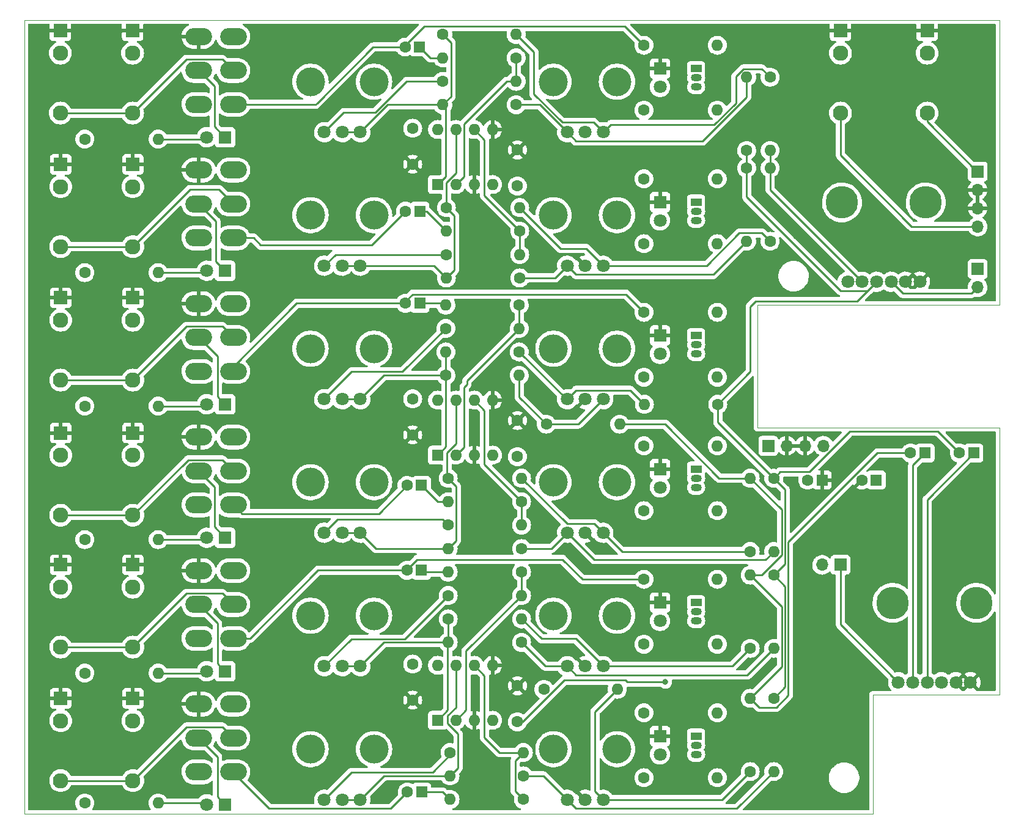
<source format=gtl>
G04 #@! TF.GenerationSoftware,KiCad,Pcbnew,(6.0.0)*
G04 #@! TF.CreationDate,2022-04-30T23:28:03+02:00*
G04 #@! TF.ProjectId,Output-mixer,4f757470-7574-42d6-9d69-7865722e6b69,rev?*
G04 #@! TF.SameCoordinates,Original*
G04 #@! TF.FileFunction,Copper,L1,Top*
G04 #@! TF.FilePolarity,Positive*
%FSLAX46Y46*%
G04 Gerber Fmt 4.6, Leading zero omitted, Abs format (unit mm)*
G04 Created by KiCad (PCBNEW (6.0.0)) date 2022-04-30 23:28:03*
%MOMM*%
%LPD*%
G01*
G04 APERTURE LIST*
G04 #@! TA.AperFunction,Profile*
%ADD10C,0.050000*%
G04 #@! TD*
G04 #@! TA.AperFunction,Profile*
%ADD11C,0.100000*%
G04 #@! TD*
G04 #@! TA.AperFunction,WasherPad*
%ADD12C,4.000000*%
G04 #@! TD*
G04 #@! TA.AperFunction,ComponentPad*
%ADD13C,1.800000*%
G04 #@! TD*
G04 #@! TA.AperFunction,ComponentPad*
%ADD14C,1.600000*%
G04 #@! TD*
G04 #@! TA.AperFunction,ComponentPad*
%ADD15O,1.600000X1.600000*%
G04 #@! TD*
G04 #@! TA.AperFunction,ComponentPad*
%ADD16R,1.600000X1.600000*%
G04 #@! TD*
G04 #@! TA.AperFunction,ComponentPad*
%ADD17R,1.930000X1.830000*%
G04 #@! TD*
G04 #@! TA.AperFunction,ComponentPad*
%ADD18C,2.130000*%
G04 #@! TD*
G04 #@! TA.AperFunction,ComponentPad*
%ADD19O,3.700000X2.400000*%
G04 #@! TD*
G04 #@! TA.AperFunction,ComponentPad*
%ADD20R,1.800000X1.800000*%
G04 #@! TD*
G04 #@! TA.AperFunction,ComponentPad*
%ADD21C,4.500000*%
G04 #@! TD*
G04 #@! TA.AperFunction,ComponentPad*
%ADD22R,1.500000X1.050000*%
G04 #@! TD*
G04 #@! TA.AperFunction,ComponentPad*
%ADD23O,1.500000X1.050000*%
G04 #@! TD*
G04 #@! TA.AperFunction,ComponentPad*
%ADD24R,1.700000X1.700000*%
G04 #@! TD*
G04 #@! TA.AperFunction,ComponentPad*
%ADD25O,1.700000X1.700000*%
G04 #@! TD*
G04 #@! TA.AperFunction,ViaPad*
%ADD26C,0.800000*%
G04 #@! TD*
G04 #@! TA.AperFunction,Conductor*
%ADD27C,0.250000*%
G04 #@! TD*
G04 APERTURE END LIST*
D10*
X152000000Y-31000000D02*
X152000000Y-70500000D01*
X17000000Y-31000000D02*
X17000000Y-141000000D01*
X17000000Y-31000000D02*
X152000000Y-31000000D01*
D11*
X118500000Y-87500000D02*
X118500000Y-70500000D01*
X152000000Y-87500000D02*
X118500000Y-87500000D01*
X152000000Y-87500000D02*
X152000000Y-124500000D01*
X118500000Y-70500000D02*
X152000000Y-70500000D01*
D10*
X17000000Y-141000000D02*
X134500000Y-141000000D01*
D11*
X152000000Y-124500000D02*
X134500000Y-124500000D01*
X134500000Y-124500000D02*
X134500000Y-141000000D01*
D12*
X65400000Y-39550000D03*
X56600000Y-39550000D03*
D13*
X63500000Y-46550000D03*
X61000000Y-46550000D03*
X58500000Y-46550000D03*
D14*
X85250000Y-123250000D03*
X85250000Y-128250000D03*
X86080000Y-139000000D03*
D15*
X75920000Y-139000000D03*
D14*
X120250000Y-38920000D03*
D15*
X120250000Y-49080000D03*
D14*
X117000000Y-51500000D03*
D15*
X117000000Y-61660000D03*
D14*
X70750000Y-46000000D03*
X70750000Y-51000000D03*
D16*
X71955112Y-95500000D03*
D14*
X69955112Y-95500000D03*
D17*
X22000000Y-106500000D03*
D18*
X22000000Y-117900000D03*
X22000000Y-109600000D03*
D16*
X134955113Y-94750000D03*
D14*
X132955113Y-94750000D03*
D19*
X41100000Y-70300000D03*
X41100000Y-75000000D03*
X41100000Y-79700000D03*
X45900000Y-70300000D03*
X45900000Y-75000000D03*
X45900000Y-79700000D03*
D16*
X72000000Y-138000000D03*
D14*
X70000000Y-138000000D03*
D20*
X105000000Y-56225000D03*
D13*
X105000000Y-58765000D03*
D14*
X75340000Y-80250000D03*
D15*
X85500000Y-80250000D03*
D14*
X102780000Y-136000000D03*
D15*
X112940000Y-136000000D03*
D14*
X102780000Y-62000000D03*
D15*
X112940000Y-62000000D03*
D12*
X99040000Y-95050000D03*
X90240000Y-95050000D03*
D13*
X97140000Y-102050000D03*
X94640000Y-102050000D03*
X92140000Y-102050000D03*
X133000000Y-67275000D03*
X131000000Y-67275000D03*
X141000000Y-67275000D03*
X135000000Y-67275000D03*
X137000000Y-67275000D03*
X139000000Y-67275000D03*
D21*
X130200000Y-56275000D03*
X141800000Y-56275000D03*
D16*
X127455112Y-94750000D03*
D14*
X125455112Y-94750000D03*
X85500000Y-70500000D03*
D15*
X75340000Y-70500000D03*
D12*
X56600000Y-113550000D03*
X65400000Y-113550000D03*
D13*
X63500000Y-120550000D03*
X61000000Y-120550000D03*
X58500000Y-120550000D03*
D14*
X85830000Y-107500000D03*
D15*
X75670000Y-107500000D03*
D16*
X71955112Y-107250000D03*
D14*
X69955112Y-107250000D03*
X85250000Y-49000000D03*
X85250000Y-54000000D03*
D12*
X56600000Y-58050000D03*
X65400000Y-58050000D03*
D13*
X63500000Y-65050000D03*
X61000000Y-65050000D03*
X58500000Y-65050000D03*
D12*
X99040000Y-76550000D03*
X90240000Y-76550000D03*
D13*
X97140000Y-83550000D03*
X94640000Y-83550000D03*
X92140000Y-83550000D03*
D14*
X86080000Y-135750000D03*
D15*
X75920000Y-135750000D03*
D14*
X75420000Y-57000000D03*
D15*
X85580000Y-57000000D03*
D17*
X32000000Y-51000000D03*
D18*
X32000000Y-62400000D03*
X32000000Y-54100000D03*
D14*
X102780000Y-127000000D03*
D15*
X112940000Y-127000000D03*
D17*
X32000000Y-106500000D03*
D18*
X32000000Y-117900000D03*
X32000000Y-109600000D03*
D17*
X21960000Y-32500000D03*
D18*
X21960000Y-43900000D03*
X21960000Y-35600000D03*
D16*
X71750000Y-57500000D03*
D14*
X69750000Y-57500000D03*
D19*
X41100000Y-107300000D03*
X41100000Y-112000000D03*
X41100000Y-116700000D03*
X45900000Y-107300000D03*
X45900000Y-112000000D03*
X45900000Y-116700000D03*
D17*
X22000000Y-125000000D03*
D18*
X22000000Y-136400000D03*
X22000000Y-128100000D03*
D14*
X120750000Y-125000000D03*
D15*
X120750000Y-135160000D03*
D22*
X110000000Y-37730000D03*
D23*
X110000000Y-39000000D03*
X110000000Y-40270000D03*
D22*
X110000000Y-93230000D03*
D23*
X110000000Y-94500000D03*
X110000000Y-95770000D03*
D14*
X102780000Y-43500000D03*
D15*
X112940000Y-43500000D03*
D17*
X32000000Y-69500000D03*
D18*
X32000000Y-80900000D03*
X32000000Y-72600000D03*
D14*
X120250000Y-61660000D03*
D15*
X120250000Y-51500000D03*
D20*
X105000000Y-130225000D03*
D13*
X105000000Y-132765000D03*
D14*
X102780000Y-117500000D03*
D15*
X112940000Y-117500000D03*
D19*
X41100000Y-33300000D03*
X41100000Y-38000000D03*
X41100000Y-42700000D03*
X45900000Y-33300000D03*
X45900000Y-38000000D03*
X45900000Y-42700000D03*
D14*
X102780000Y-108500000D03*
D15*
X112940000Y-108500000D03*
D20*
X105000000Y-111725000D03*
D13*
X105000000Y-114265000D03*
D14*
X117000000Y-49080000D03*
D15*
X117000000Y-38920000D03*
D14*
X102780000Y-80500000D03*
D15*
X112940000Y-80500000D03*
D17*
X22000000Y-51000000D03*
D18*
X22000000Y-62400000D03*
X22000000Y-54100000D03*
D16*
X74200000Y-128050000D03*
D15*
X76740000Y-128050000D03*
X79280000Y-128050000D03*
X81820000Y-128050000D03*
X81820000Y-120430000D03*
X79280000Y-120430000D03*
X76740000Y-120430000D03*
X74200000Y-120430000D03*
D16*
X148455113Y-91000000D03*
D14*
X146455113Y-91000000D03*
D12*
X56600000Y-76550000D03*
X65400000Y-76550000D03*
D13*
X63500000Y-83550000D03*
X61000000Y-83550000D03*
X58500000Y-83550000D03*
D17*
X22000000Y-88220000D03*
D18*
X22000000Y-99620000D03*
X22000000Y-91320000D03*
D14*
X102780000Y-53000000D03*
D15*
X112940000Y-53000000D03*
D14*
X85080000Y-36250000D03*
D15*
X74920000Y-36250000D03*
D14*
X25340000Y-66000000D03*
D15*
X35500000Y-66000000D03*
D17*
X142000000Y-32500000D03*
D18*
X142000000Y-43900000D03*
X142000000Y-35600000D03*
D13*
X140000000Y-122775000D03*
X138000000Y-122775000D03*
X148000000Y-122775000D03*
X142000000Y-122775000D03*
X144000000Y-122775000D03*
X146000000Y-122775000D03*
D21*
X137200000Y-111775000D03*
X148800000Y-111775000D03*
D12*
X65400000Y-95050000D03*
X56600000Y-95050000D03*
D13*
X63500000Y-102050000D03*
X61000000Y-102050000D03*
X58500000Y-102050000D03*
D14*
X102780000Y-71500000D03*
D15*
X112940000Y-71500000D03*
D14*
X113000000Y-84250000D03*
D15*
X102840000Y-84250000D03*
D17*
X22000000Y-69500000D03*
D18*
X22000000Y-80900000D03*
X22000000Y-72600000D03*
D14*
X89250000Y-87000000D03*
D15*
X99410000Y-87000000D03*
D14*
X70750000Y-120250000D03*
X70750000Y-125250000D03*
D17*
X31960000Y-32500000D03*
D18*
X31960000Y-43900000D03*
X31960000Y-35600000D03*
D14*
X120750000Y-94500000D03*
D15*
X120750000Y-104660000D03*
D14*
X75670000Y-110750000D03*
D15*
X85830000Y-110750000D03*
D14*
X85830000Y-117250000D03*
D15*
X75670000Y-117250000D03*
D14*
X75420000Y-63500000D03*
D15*
X85580000Y-63500000D03*
D12*
X99040000Y-113550000D03*
X90240000Y-113550000D03*
D13*
X97140000Y-120550000D03*
X94640000Y-120550000D03*
X92140000Y-120550000D03*
D14*
X120750000Y-107920000D03*
D15*
X120750000Y-118080000D03*
D16*
X71705113Y-34750000D03*
D14*
X69705113Y-34750000D03*
X75340000Y-73750000D03*
D15*
X85500000Y-73750000D03*
D16*
X71750000Y-70250000D03*
D14*
X69750000Y-70250000D03*
D20*
X44775000Y-47250000D03*
D13*
X42235000Y-47250000D03*
D14*
X75670000Y-114000000D03*
D15*
X85830000Y-114000000D03*
D16*
X141705113Y-91000000D03*
D14*
X139705113Y-91000000D03*
X117500000Y-118080000D03*
D15*
X117500000Y-107920000D03*
D14*
X88920000Y-123750000D03*
D15*
X99080000Y-123750000D03*
D14*
X75920000Y-132500000D03*
D15*
X86080000Y-132500000D03*
D17*
X32000000Y-88220000D03*
D18*
X32000000Y-99620000D03*
X32000000Y-91320000D03*
D14*
X75670000Y-101000000D03*
D15*
X85830000Y-101000000D03*
D12*
X90240000Y-58050000D03*
X99040000Y-58050000D03*
D13*
X97140000Y-65050000D03*
X94640000Y-65050000D03*
X92140000Y-65050000D03*
D12*
X56600000Y-132050000D03*
X65400000Y-132050000D03*
D13*
X63500000Y-139050000D03*
X61000000Y-139050000D03*
X58500000Y-139050000D03*
D20*
X44775000Y-121250000D03*
D13*
X42235000Y-121250000D03*
D14*
X85830000Y-104250000D03*
D15*
X75670000Y-104250000D03*
D14*
X25340000Y-103000000D03*
D15*
X35500000Y-103000000D03*
D14*
X85500000Y-77000000D03*
D15*
X75340000Y-77000000D03*
D14*
X70750000Y-83500000D03*
X70750000Y-88500000D03*
D20*
X44775000Y-102750000D03*
D13*
X42235000Y-102750000D03*
D14*
X85830000Y-97750000D03*
D15*
X75670000Y-97750000D03*
D20*
X44775000Y-84250000D03*
D13*
X42235000Y-84250000D03*
D14*
X25340000Y-121500000D03*
D15*
X35500000Y-121500000D03*
D22*
X110000000Y-130230000D03*
D23*
X110000000Y-131500000D03*
X110000000Y-132770000D03*
D14*
X74920000Y-33000000D03*
D15*
X85080000Y-33000000D03*
D14*
X74920000Y-39500000D03*
D15*
X85080000Y-39500000D03*
D20*
X105000000Y-74725000D03*
D13*
X105000000Y-77265000D03*
D17*
X32000000Y-125000000D03*
D18*
X32000000Y-136400000D03*
X32000000Y-128100000D03*
D19*
X41100000Y-88800000D03*
X41100000Y-93500000D03*
X41100000Y-98200000D03*
X45900000Y-88800000D03*
X45900000Y-93500000D03*
X45900000Y-98200000D03*
D16*
X74200000Y-91300000D03*
D15*
X76740000Y-91300000D03*
X79280000Y-91300000D03*
X81820000Y-91300000D03*
X81820000Y-83680000D03*
X79280000Y-83680000D03*
X76740000Y-83680000D03*
X74200000Y-83680000D03*
D20*
X105000000Y-37730000D03*
D13*
X105000000Y-40270000D03*
D19*
X41100000Y-51800000D03*
X41100000Y-56500000D03*
X41100000Y-61200000D03*
X45900000Y-51800000D03*
X45900000Y-56500000D03*
X45900000Y-61200000D03*
D14*
X25340000Y-139500000D03*
D15*
X35500000Y-139500000D03*
D14*
X102780000Y-99000000D03*
D15*
X112940000Y-99000000D03*
D14*
X85580000Y-60250000D03*
D15*
X75420000Y-60250000D03*
D19*
X41100000Y-125800000D03*
X41100000Y-130500000D03*
X41100000Y-135200000D03*
X45900000Y-125800000D03*
X45900000Y-130500000D03*
X45900000Y-135200000D03*
D14*
X85580000Y-66750000D03*
D15*
X75420000Y-66750000D03*
D14*
X25340000Y-47500000D03*
D15*
X35500000Y-47500000D03*
D14*
X102780000Y-34500000D03*
D15*
X112940000Y-34500000D03*
D14*
X117500000Y-104660000D03*
D15*
X117500000Y-94500000D03*
D22*
X110000000Y-74730000D03*
D23*
X110000000Y-76000000D03*
X110000000Y-77270000D03*
D12*
X90240000Y-39550000D03*
X99040000Y-39550000D03*
D13*
X97140000Y-46550000D03*
X94640000Y-46550000D03*
X92140000Y-46550000D03*
D20*
X44775000Y-139700000D03*
D13*
X42235000Y-139700000D03*
D14*
X85250000Y-86500000D03*
X85250000Y-91500000D03*
X85080000Y-42750000D03*
D15*
X74920000Y-42750000D03*
D14*
X25340000Y-84500000D03*
D15*
X35500000Y-84500000D03*
D20*
X44775000Y-65750000D03*
D13*
X42235000Y-65750000D03*
D17*
X130000000Y-32500000D03*
D18*
X130000000Y-43900000D03*
X130000000Y-35600000D03*
D12*
X90240000Y-132050000D03*
X99040000Y-132050000D03*
D13*
X97140000Y-139050000D03*
X94640000Y-139050000D03*
X92140000Y-139050000D03*
D14*
X75670000Y-94500000D03*
D15*
X85830000Y-94500000D03*
D14*
X117500000Y-135160000D03*
D15*
X117500000Y-125000000D03*
D14*
X102780000Y-90000000D03*
D15*
X112940000Y-90000000D03*
D22*
X110000000Y-56230000D03*
D23*
X110000000Y-57500000D03*
X110000000Y-58770000D03*
D22*
X110000000Y-111730000D03*
D23*
X110000000Y-113000000D03*
X110000000Y-114270000D03*
D16*
X74200000Y-53800000D03*
D15*
X76740000Y-53800000D03*
X79280000Y-53800000D03*
X81820000Y-53800000D03*
X81820000Y-46180000D03*
X79280000Y-46180000D03*
X76740000Y-46180000D03*
X74200000Y-46180000D03*
D20*
X105000000Y-93225000D03*
D13*
X105000000Y-95765000D03*
D24*
X149000000Y-65500000D03*
D25*
X149000000Y-68040000D03*
D24*
X149000000Y-52000000D03*
D25*
X149000000Y-54540000D03*
X149000000Y-57080000D03*
X149000000Y-59620000D03*
D24*
X120000000Y-90000000D03*
D25*
X122540000Y-90000000D03*
X125080000Y-90000000D03*
X127620000Y-90000000D03*
D24*
X130000000Y-106500000D03*
D25*
X127460000Y-106500000D03*
D26*
X105750000Y-122750000D03*
X92500000Y-105000000D03*
X126000000Y-135000000D03*
X93500000Y-106000000D03*
X125000000Y-135000000D03*
X126000000Y-134000000D03*
X125000000Y-134000000D03*
D27*
X39384520Y-36475480D02*
X44375480Y-36475480D01*
X21960000Y-43900000D02*
X31960000Y-43900000D01*
X31960000Y-43900000D02*
X39384520Y-36475480D01*
X44375480Y-36475480D02*
X45900000Y-38000000D01*
X100500000Y-122750000D02*
X100250000Y-122500000D01*
X100250000Y-122500000D02*
X91760300Y-122500000D01*
X91760300Y-122500000D02*
X86010300Y-128250000D01*
X105750000Y-122750000D02*
X100500000Y-122750000D01*
X86010300Y-128250000D02*
X85250000Y-128250000D01*
X72330602Y-31875489D02*
X100155489Y-31875489D01*
X57300000Y-42700000D02*
X57500000Y-42500000D01*
X72330602Y-31875489D02*
X69705113Y-34500978D01*
X69705113Y-34500978D02*
X69705113Y-34750000D01*
X65250000Y-34750000D02*
X57500000Y-42500000D01*
X45900000Y-42700000D02*
X57300000Y-42700000D01*
X69705113Y-34750000D02*
X65250000Y-34750000D01*
X100155489Y-31875489D02*
X102780000Y-34500000D01*
X45900000Y-61200000D02*
X48700000Y-61200000D01*
X65050000Y-62200000D02*
X49700000Y-62200000D01*
X48700000Y-61200000D02*
X49700000Y-62200000D01*
X69750000Y-57500000D02*
X65050000Y-62200000D01*
X69750000Y-70000978D02*
X70750978Y-69000000D01*
X100280000Y-69000000D02*
X102780000Y-71500000D01*
X54700000Y-70250000D02*
X69750000Y-70250000D01*
X70750978Y-69000000D02*
X100280000Y-69000000D01*
X45900000Y-79050000D02*
X54700000Y-70250000D01*
X45900000Y-79700000D02*
X45900000Y-79050000D01*
X69750000Y-70250000D02*
X69750000Y-70000978D01*
X138615000Y-68890000D02*
X137000000Y-67275000D01*
X149000000Y-68040000D02*
X148150000Y-68890000D01*
X148150000Y-68890000D02*
X138615000Y-68890000D01*
X45900000Y-98200000D02*
X47100000Y-99400000D01*
X47100000Y-99400000D02*
X66055112Y-99400000D01*
X66055112Y-99400000D02*
X69955112Y-95500000D01*
X94250000Y-108500000D02*
X102780000Y-108500000D01*
X57650000Y-107250000D02*
X48200000Y-116700000D01*
X69955112Y-107170377D02*
X71375489Y-105750000D01*
X91500000Y-105750000D02*
X94250000Y-108500000D01*
X71375489Y-105750000D02*
X91500000Y-105750000D01*
X69955112Y-107250000D02*
X69955112Y-107170377D01*
X48200000Y-116700000D02*
X45900000Y-116700000D01*
X69955112Y-107250000D02*
X57650000Y-107250000D01*
X45900000Y-135300000D02*
X50874511Y-140274511D01*
X70000000Y-138000000D02*
X67725489Y-140274511D01*
X45900000Y-135200000D02*
X45900000Y-135300000D01*
X67725489Y-140274511D02*
X50874511Y-140274511D01*
X74920000Y-33000000D02*
X76044511Y-34124511D01*
X76044511Y-41625489D02*
X74920000Y-42750000D01*
X63500000Y-46550000D02*
X67300000Y-42750000D01*
X75324511Y-52675489D02*
X74200000Y-53800000D01*
X67300000Y-42750000D02*
X74920000Y-42750000D01*
X76044511Y-34124511D02*
X76044511Y-41625489D01*
X75324511Y-43154511D02*
X75324511Y-52675489D01*
X74920000Y-42750000D02*
X75324511Y-43154511D01*
X61000000Y-46550000D02*
X63500000Y-46550000D01*
X65582141Y-43832141D02*
X61217859Y-43832141D01*
X69914282Y-39500000D02*
X65582141Y-43832141D01*
X74920000Y-39500000D02*
X69914282Y-39500000D01*
X61217859Y-43832141D02*
X58500000Y-46550000D01*
X73720000Y-65050000D02*
X75420000Y-66750000D01*
X76544511Y-65625489D02*
X75420000Y-66750000D01*
X76740000Y-52209700D02*
X75420000Y-53529700D01*
X76740000Y-46180000D02*
X76740000Y-52209700D01*
X75420000Y-57000000D02*
X76544511Y-58124511D01*
X76544511Y-58124511D02*
X76544511Y-65625489D01*
X63500000Y-65050000D02*
X73720000Y-65050000D01*
X61000000Y-65050000D02*
X63500000Y-65050000D01*
X75420000Y-53529700D02*
X75420000Y-57000000D01*
X75420000Y-63500000D02*
X60050000Y-63500000D01*
X60050000Y-63500000D02*
X58500000Y-65050000D01*
X75340000Y-77000000D02*
X75340000Y-80250000D01*
X66800000Y-80250000D02*
X75340000Y-80250000D01*
X75340000Y-90160000D02*
X74200000Y-91300000D01*
X75340000Y-80250000D02*
X75340000Y-90160000D01*
X63500000Y-83550000D02*
X66800000Y-80250000D01*
X61000000Y-83550000D02*
X63500000Y-83550000D01*
X69340000Y-79750000D02*
X62300000Y-79750000D01*
X75340000Y-73750000D02*
X69340000Y-79750000D01*
X62300000Y-79750000D02*
X58500000Y-83550000D01*
X76740000Y-83680000D02*
X76740000Y-89709700D01*
X75670000Y-104250000D02*
X65700000Y-104250000D01*
X61000000Y-102050000D02*
X63500000Y-102050000D01*
X75500000Y-94330000D02*
X75670000Y-94500000D01*
X75670000Y-94500000D02*
X76794511Y-95624511D01*
X76794511Y-95624511D02*
X76794511Y-103125489D01*
X76740000Y-89709700D02*
X75500000Y-90949700D01*
X76794511Y-103125489D02*
X75670000Y-104250000D01*
X75500000Y-90949700D02*
X75500000Y-94330000D01*
X65700000Y-104250000D02*
X63500000Y-102050000D01*
X74870001Y-100200001D02*
X60349999Y-100200001D01*
X75670000Y-101000000D02*
X74870001Y-100200001D01*
X60349999Y-100200001D02*
X58500000Y-102050000D01*
X63500000Y-120550000D02*
X61000000Y-120550000D01*
X75670000Y-117250000D02*
X75615489Y-117304511D01*
X75670000Y-114000000D02*
X75670000Y-117250000D01*
X66800000Y-117250000D02*
X63500000Y-120550000D01*
X75615489Y-126634511D02*
X74200000Y-128050000D01*
X75615489Y-117304511D02*
X75615489Y-126634511D01*
X75670000Y-117250000D02*
X66800000Y-117250000D01*
X75670000Y-110750000D02*
X69619520Y-116800480D01*
X69619520Y-116800480D02*
X62249520Y-116800480D01*
X62249520Y-116800480D02*
X58500000Y-120550000D01*
X61000000Y-139050000D02*
X63500000Y-139050000D01*
X75920000Y-135750000D02*
X66800000Y-135750000D01*
X75615489Y-127384511D02*
X76740000Y-126260000D01*
X76740000Y-126260000D02*
X76740000Y-120430000D01*
X77044511Y-134625489D02*
X77044511Y-129944811D01*
X66800000Y-135750000D02*
X63500000Y-139050000D01*
X75615489Y-128515789D02*
X75615489Y-127384511D01*
X77044511Y-129944811D02*
X75615489Y-128515789D01*
X75920000Y-135750000D02*
X77044511Y-134625489D01*
X62300000Y-135250000D02*
X73500000Y-135250000D01*
X58500000Y-139050000D02*
X62300000Y-135250000D01*
X73500000Y-135250000D02*
X75920000Y-132830000D01*
X75920000Y-132830000D02*
X75920000Y-132500000D01*
X120250000Y-51500000D02*
X120250000Y-54525000D01*
X122773551Y-103341262D02*
X122773551Y-124566749D01*
X99410000Y-87000000D02*
X105694022Y-87000000D01*
X121874511Y-105125789D02*
X121874511Y-98874511D01*
X119080300Y-107920000D02*
X121874511Y-105125789D01*
X122773551Y-124566749D02*
X121090300Y-126250000D01*
X117500000Y-107920000D02*
X119080300Y-107920000D01*
X105694022Y-87000000D02*
X113194022Y-94500000D01*
X135114813Y-91000000D02*
X122773551Y-103341262D01*
X120250000Y-49080000D02*
X120250000Y-51500000D01*
X121090300Y-126250000D02*
X118750000Y-126250000D01*
X121874511Y-98874511D02*
X117500000Y-94500000D01*
X118750000Y-126250000D02*
X117500000Y-125000000D01*
X121874511Y-112294511D02*
X117500000Y-107920000D01*
X120250000Y-54525000D02*
X133000000Y-67275000D01*
X117500000Y-125000000D02*
X121874511Y-120625489D01*
X139705113Y-91000000D02*
X135114813Y-91000000D01*
X121874511Y-120625489D02*
X121874511Y-112294511D01*
X113194022Y-94500000D02*
X117500000Y-94500000D01*
X117000000Y-49080000D02*
X117000000Y-51500000D01*
X113000000Y-86750000D02*
X120750000Y-94500000D01*
X132275000Y-70000000D02*
X118250000Y-70000000D01*
X133775489Y-68499511D02*
X132275000Y-70000000D01*
X146455113Y-91000000D02*
X143455113Y-88000000D01*
X122324031Y-96074031D02*
X122324031Y-106345969D01*
X118250000Y-70000000D02*
X117500000Y-70750000D01*
X122324031Y-123425969D02*
X120750000Y-125000000D01*
X143455113Y-88000000D02*
X131281010Y-88000000D01*
X133775489Y-68499511D02*
X129999511Y-68499511D01*
X120750000Y-94500000D02*
X122324031Y-96074031D01*
X122324031Y-106345969D02*
X120750000Y-107920000D01*
X129999511Y-68499511D02*
X117000000Y-55500000D01*
X117500000Y-79750000D02*
X117500000Y-79500000D01*
X122324031Y-109494031D02*
X122324031Y-123425969D01*
X117500000Y-70750000D02*
X117500000Y-79500000D01*
X131281010Y-88000000D02*
X125655521Y-93625489D01*
X113000000Y-84250000D02*
X113000000Y-86750000D01*
X120750000Y-107920000D02*
X122324031Y-109494031D01*
X125655521Y-93625489D02*
X121624511Y-93625489D01*
X113000000Y-84250000D02*
X117500000Y-79750000D01*
X117000000Y-55500000D02*
X117000000Y-51500000D01*
X121624511Y-93625489D02*
X120750000Y-94500000D01*
X135000000Y-67275000D02*
X133775489Y-68499511D01*
X22000000Y-136400000D02*
X32000000Y-136400000D01*
X44375480Y-128975480D02*
X39424520Y-128975480D01*
X39424520Y-128975480D02*
X32000000Y-136400000D01*
X45900000Y-130500000D02*
X44375480Y-128975480D01*
X95795000Y-45205000D02*
X97140000Y-46550000D01*
X87540000Y-35460000D02*
X87540000Y-41290000D01*
X112530300Y-45500000D02*
X98190000Y-45500000D01*
X85080000Y-33000000D02*
X87540000Y-35460000D01*
X115500000Y-42530300D02*
X112530300Y-45500000D01*
X116534211Y-37795489D02*
X115500000Y-38829700D01*
X120250000Y-38920000D02*
X119125489Y-37795489D01*
X98190000Y-45500000D02*
X97140000Y-46550000D01*
X87540000Y-41290000D02*
X91455000Y-45205000D01*
X119125489Y-37795489D02*
X116534211Y-37795489D01*
X115500000Y-38829700D02*
X115500000Y-42530300D01*
X91455000Y-45205000D02*
X95795000Y-45205000D01*
X117000000Y-38920000D02*
X117000000Y-41666018D01*
X85080000Y-42750000D02*
X88340000Y-42750000D01*
X88340000Y-42750000D02*
X92140000Y-46550000D01*
X117000000Y-41666018D02*
X110891507Y-47774511D01*
X110891507Y-47774511D02*
X93364511Y-47774511D01*
X93364511Y-47774511D02*
X92140000Y-46550000D01*
X85580000Y-57000000D02*
X91250000Y-62670000D01*
X94760000Y-62670000D02*
X97140000Y-65050000D01*
X111480300Y-65050000D02*
X97140000Y-65050000D01*
X91250000Y-62670000D02*
X94760000Y-62670000D01*
X116000000Y-60530300D02*
X119120300Y-60530300D01*
X116000000Y-60530300D02*
X111480300Y-65050000D01*
X119120300Y-60530300D02*
X120250000Y-61660000D01*
X92140000Y-65050000D02*
X90440000Y-66750000D01*
X90440000Y-66750000D02*
X85580000Y-66750000D01*
X117000000Y-61660000D02*
X112385489Y-66274511D01*
X112385489Y-66274511D02*
X93364511Y-66274511D01*
X93364511Y-66274511D02*
X92140000Y-65050000D01*
X85500000Y-80250000D02*
X85500000Y-83250000D01*
X93690000Y-87000000D02*
X89250000Y-87000000D01*
X85500000Y-83250000D02*
X89250000Y-87000000D01*
X97140000Y-83550000D02*
X93690000Y-87000000D01*
X100915489Y-82325489D02*
X93364511Y-82325489D01*
X85500000Y-77000000D02*
X92050000Y-83550000D01*
X102840000Y-84250000D02*
X100915489Y-82325489D01*
X92050000Y-83550000D02*
X92140000Y-83550000D01*
X93364511Y-82325489D02*
X92140000Y-83550000D01*
X99750000Y-104660000D02*
X97140000Y-102050000D01*
X92155489Y-100825489D02*
X85830000Y-94500000D01*
X97140000Y-102050000D02*
X95915489Y-100825489D01*
X117500000Y-104660000D02*
X99750000Y-104660000D01*
X95915489Y-100825489D02*
X92155489Y-100825489D01*
X95874511Y-105784511D02*
X119625489Y-105784511D01*
X89940000Y-104250000D02*
X92140000Y-102050000D01*
X92140000Y-102050000D02*
X95874511Y-105784511D01*
X85830000Y-104250000D02*
X89940000Y-104250000D01*
X119625489Y-105784511D02*
X120750000Y-104660000D01*
X115030000Y-120550000D02*
X97140000Y-120550000D01*
X85830000Y-114000000D02*
X88580000Y-116750000D01*
X93340000Y-116750000D02*
X97140000Y-120550000D01*
X117500000Y-118080000D02*
X115030000Y-120550000D01*
X88580000Y-116750000D02*
X93340000Y-116750000D01*
X92140000Y-120550000D02*
X89130000Y-120550000D01*
X89130000Y-120550000D02*
X85830000Y-117250000D01*
X117055489Y-121774511D02*
X120750000Y-118080000D01*
X93364511Y-121774511D02*
X117055489Y-121774511D01*
X92140000Y-120550000D02*
X93364511Y-121774511D01*
X96000000Y-126830000D02*
X99080000Y-123750000D01*
X113610000Y-139050000D02*
X97140000Y-139050000D01*
X96000000Y-137910000D02*
X96000000Y-126830000D01*
X97140000Y-139050000D02*
X96000000Y-137910000D01*
X117500000Y-135160000D02*
X113610000Y-139050000D01*
X92140000Y-139050000D02*
X93364511Y-140274511D01*
X86080000Y-135750000D02*
X88840000Y-135750000D01*
X88840000Y-135750000D02*
X92140000Y-139050000D01*
X115635489Y-140274511D02*
X120750000Y-135160000D01*
X93364511Y-140274511D02*
X115635489Y-140274511D01*
X43725480Y-77625480D02*
X43725480Y-83200480D01*
X41100000Y-75000000D02*
X43725480Y-77625480D01*
X43725480Y-83200480D02*
X44775000Y-84250000D01*
X43274520Y-101249520D02*
X44775000Y-102750000D01*
X43274520Y-95674520D02*
X43274520Y-101249520D01*
X41100000Y-93500000D02*
X43274520Y-95674520D01*
X43725480Y-138650480D02*
X44775000Y-139700000D01*
X43725480Y-133125480D02*
X43725480Y-138650480D01*
X41100000Y-130500000D02*
X43725480Y-133125480D01*
X43274520Y-40174520D02*
X43274520Y-45749520D01*
X41100000Y-38000000D02*
X43274520Y-40174520D01*
X43274520Y-45749520D02*
X44775000Y-47250000D01*
X43500000Y-64475000D02*
X44775000Y-65750000D01*
X43500000Y-58900000D02*
X43500000Y-64475000D01*
X41100000Y-56500000D02*
X43500000Y-58900000D01*
X43725480Y-120200480D02*
X44775000Y-121250000D01*
X43725480Y-114625480D02*
X43725480Y-120200480D01*
X41100000Y-112000000D02*
X43725480Y-114625480D01*
X139870000Y-59620000D02*
X149000000Y-59620000D01*
X130000000Y-49750000D02*
X139870000Y-59620000D01*
X130000000Y-43900000D02*
X130000000Y-49750000D01*
X73205113Y-36250000D02*
X71705113Y-34750000D01*
X74920000Y-36250000D02*
X73205113Y-36250000D01*
X72670000Y-57500000D02*
X71750000Y-57500000D01*
X75420000Y-60250000D02*
X72670000Y-57500000D01*
X75090000Y-70250000D02*
X75340000Y-70500000D01*
X71750000Y-70250000D02*
X75090000Y-70250000D01*
X75670000Y-97750000D02*
X74205112Y-97750000D01*
X74205112Y-97750000D02*
X71955112Y-95500000D01*
X142000000Y-45120000D02*
X148880000Y-52000000D01*
X148880000Y-52000000D02*
X149000000Y-52000000D01*
X142000000Y-45120000D02*
X142000000Y-43900000D01*
X41985000Y-84500000D02*
X42235000Y-84250000D01*
X35500000Y-84500000D02*
X41985000Y-84500000D01*
X35500000Y-103000000D02*
X41985000Y-103000000D01*
X41985000Y-103000000D02*
X42235000Y-102750000D01*
X42035000Y-139500000D02*
X42235000Y-139700000D01*
X35500000Y-139500000D02*
X42035000Y-139500000D01*
X35500000Y-47500000D02*
X41985000Y-47500000D01*
X41985000Y-47500000D02*
X42235000Y-47250000D01*
X35500000Y-66000000D02*
X41985000Y-66000000D01*
X41985000Y-66000000D02*
X42235000Y-65750000D01*
X35500000Y-121500000D02*
X41985000Y-121500000D01*
X41985000Y-121500000D02*
X42235000Y-121250000D01*
X72205112Y-107500000D02*
X71955112Y-107250000D01*
X75670000Y-107500000D02*
X72205112Y-107500000D01*
X130000000Y-114775000D02*
X130000000Y-106500000D01*
X138000000Y-122775000D02*
X130000000Y-114775000D01*
X72000000Y-138000000D02*
X74920000Y-138000000D01*
X74920000Y-138000000D02*
X75920000Y-139000000D01*
X141705113Y-91000000D02*
X140000000Y-92705113D01*
X140000000Y-92705113D02*
X140000000Y-122775000D01*
X142000000Y-122775000D02*
X142000000Y-97455113D01*
X142000000Y-97455113D02*
X148455113Y-91000000D01*
X32000000Y-62400000D02*
X39900000Y-54500000D01*
X22000000Y-62400000D02*
X32000000Y-62400000D01*
X43900000Y-54500000D02*
X45900000Y-56500000D01*
X39900000Y-54500000D02*
X43900000Y-54500000D01*
X45900000Y-75000000D02*
X44375480Y-73475480D01*
X39424520Y-73475480D02*
X32000000Y-80900000D01*
X44375480Y-73475480D02*
X39424520Y-73475480D01*
X22000000Y-80900000D02*
X32000000Y-80900000D01*
X32000000Y-99620000D02*
X39644520Y-91975480D01*
X44375480Y-91975480D02*
X45900000Y-93500000D01*
X39644520Y-91975480D02*
X44375480Y-91975480D01*
X22000000Y-99620000D02*
X32000000Y-99620000D01*
X44375480Y-110475480D02*
X39424520Y-110475480D01*
X39424520Y-110475480D02*
X32000000Y-117900000D01*
X22000000Y-117900000D02*
X32000000Y-117900000D01*
X45900000Y-112000000D02*
X44375480Y-110475480D01*
X78155489Y-126634511D02*
X76740000Y-128050000D01*
X85830000Y-110750000D02*
X78155489Y-118424511D01*
X78155489Y-118424511D02*
X78155489Y-126634511D01*
X85830000Y-107500000D02*
X85830000Y-110750000D01*
X83750000Y-39500000D02*
X85080000Y-39500000D01*
X77864511Y-45385489D02*
X83750000Y-39500000D01*
X76740000Y-53800000D02*
X77864511Y-52675489D01*
X85080000Y-36250000D02*
X85080000Y-39500000D01*
X77864511Y-52675489D02*
X77864511Y-45385489D01*
X85580000Y-60250000D02*
X80695489Y-55365489D01*
X85580000Y-63500000D02*
X85580000Y-60250000D01*
X80695489Y-55365489D02*
X80695489Y-47595489D01*
X80695489Y-47595489D02*
X79280000Y-46180000D01*
X78250000Y-81500000D02*
X78250000Y-81000000D01*
X77864511Y-81885489D02*
X78250000Y-81500000D01*
X76740000Y-91300000D02*
X77864511Y-90175489D01*
X85500000Y-70500000D02*
X85500000Y-73750000D01*
X77864511Y-90175489D02*
X77864511Y-81885489D01*
X78250000Y-81000000D02*
X85500000Y-73750000D01*
X80695489Y-85095489D02*
X79280000Y-83680000D01*
X80695489Y-92615489D02*
X80695489Y-85095489D01*
X85830000Y-97750000D02*
X80695489Y-92615489D01*
X85830000Y-101000000D02*
X85830000Y-97750000D01*
X80695489Y-121845489D02*
X80695489Y-130445489D01*
X82750000Y-132500000D02*
X86080000Y-132500000D01*
X86080000Y-139000000D02*
X84955489Y-137875489D01*
X84955489Y-133624511D02*
X86080000Y-132500000D01*
X84955489Y-137875489D02*
X84955489Y-133624511D01*
X79280000Y-120430000D02*
X80695489Y-121845489D01*
X80695489Y-130445489D02*
X82750000Y-132500000D01*
G04 #@! TA.AperFunction,Conductor*
G36*
X138553840Y-91653502D02*
G01*
X138588932Y-91687229D01*
X138692484Y-91835116D01*
X138698915Y-91844300D01*
X138860813Y-92006198D01*
X138865321Y-92009355D01*
X138865324Y-92009357D01*
X138917944Y-92046202D01*
X139048364Y-92137523D01*
X139053346Y-92139846D01*
X139053351Y-92139849D01*
X139198208Y-92207396D01*
X139255870Y-92234284D01*
X139261178Y-92235706D01*
X139261180Y-92235707D01*
X139290361Y-92243526D01*
X139344745Y-92258098D01*
X139405368Y-92295050D01*
X139436389Y-92358910D01*
X139427961Y-92429405D01*
X139422554Y-92440497D01*
X139406305Y-92470053D01*
X139404334Y-92477728D01*
X139404334Y-92477729D01*
X139401267Y-92489675D01*
X139394863Y-92508379D01*
X139386819Y-92526968D01*
X139385580Y-92534791D01*
X139385577Y-92534801D01*
X139379901Y-92570637D01*
X139377495Y-92582257D01*
X139370634Y-92608980D01*
X139366500Y-92625083D01*
X139366500Y-92645337D01*
X139364949Y-92665047D01*
X139361780Y-92685056D01*
X139365438Y-92723748D01*
X139365941Y-92729074D01*
X139366500Y-92740932D01*
X139366500Y-109736143D01*
X139346498Y-109804264D01*
X139292842Y-109850757D01*
X139222568Y-109860861D01*
X139157988Y-109831367D01*
X139151172Y-109825005D01*
X139041070Y-109714326D01*
X139041069Y-109714325D01*
X139038392Y-109711634D01*
X138777191Y-109505720D01*
X138493144Y-109332677D01*
X138372046Y-109277617D01*
X138193817Y-109196580D01*
X138193809Y-109196577D01*
X138190365Y-109195011D01*
X137873240Y-109094718D01*
X137650124Y-109052761D01*
X137550087Y-109033949D01*
X137550085Y-109033949D01*
X137546364Y-109033249D01*
X137214470Y-109011496D01*
X137210690Y-109011704D01*
X137210689Y-109011704D01*
X137121982Y-109016586D01*
X136882366Y-109029773D01*
X136878639Y-109030434D01*
X136878635Y-109030434D01*
X136619510Y-109076358D01*
X136554864Y-109087815D01*
X136551239Y-109088920D01*
X136551234Y-109088921D01*
X136343683Y-109152178D01*
X136236707Y-109184782D01*
X136233243Y-109186313D01*
X136233236Y-109186316D01*
X136126513Y-109233498D01*
X135932503Y-109319269D01*
X135929249Y-109321205D01*
X135929243Y-109321208D01*
X135649918Y-109487389D01*
X135646659Y-109489328D01*
X135643658Y-109491643D01*
X135643654Y-109491646D01*
X135612455Y-109515716D01*
X135383316Y-109692496D01*
X135380617Y-109695152D01*
X135380618Y-109695152D01*
X135172757Y-109899773D01*
X135146288Y-109925829D01*
X134939009Y-110185949D01*
X134764481Y-110469086D01*
X134625232Y-110771140D01*
X134624073Y-110774740D01*
X134624070Y-110774747D01*
X134525112Y-111082045D01*
X134523280Y-111087735D01*
X134522561Y-111091451D01*
X134522559Y-111091459D01*
X134475972Y-111332247D01*
X134460100Y-111414285D01*
X134459833Y-111418061D01*
X134459832Y-111418066D01*
X134447674Y-111589789D01*
X134436610Y-111746061D01*
X134440760Y-111829418D01*
X134452867Y-112072625D01*
X134453147Y-112078255D01*
X134453788Y-112081986D01*
X134453789Y-112081994D01*
X134503745Y-112372715D01*
X134509474Y-112406057D01*
X134510562Y-112409696D01*
X134510563Y-112409699D01*
X134599739Y-112707881D01*
X134604774Y-112724718D01*
X134606287Y-112728189D01*
X134606289Y-112728195D01*
X134697458Y-112937370D01*
X134737666Y-113029622D01*
X134739589Y-113032893D01*
X134739591Y-113032897D01*
X134751871Y-113053786D01*
X134906226Y-113316352D01*
X134908527Y-113319367D01*
X135105712Y-113577742D01*
X135105717Y-113577748D01*
X135108012Y-113580755D01*
X135110656Y-113583469D01*
X135330878Y-113809533D01*
X135340102Y-113819002D01*
X135599132Y-114027640D01*
X135681035Y-114078719D01*
X135867141Y-114194785D01*
X135881352Y-114203648D01*
X136182672Y-114344476D01*
X136498729Y-114448085D01*
X136502443Y-114448824D01*
X136502444Y-114448824D01*
X136529597Y-114454225D01*
X136824944Y-114512973D01*
X136828716Y-114513260D01*
X136828724Y-114513261D01*
X137152815Y-114537914D01*
X137152820Y-114537914D01*
X137156592Y-114538201D01*
X137488869Y-114523403D01*
X137521493Y-114517973D01*
X137813220Y-114469417D01*
X137813225Y-114469416D01*
X137816961Y-114468794D01*
X138136116Y-114375164D01*
X138139583Y-114373674D01*
X138139587Y-114373673D01*
X138438228Y-114245366D01*
X138438230Y-114245365D01*
X138441712Y-114243869D01*
X138729321Y-114076813D01*
X138732343Y-114074532D01*
X138732347Y-114074529D01*
X138991753Y-113878697D01*
X138991754Y-113878696D01*
X138994777Y-113876414D01*
X139153052Y-113723836D01*
X139215977Y-113690958D01*
X139286688Y-113697320D01*
X139342735Y-113740901D01*
X139366500Y-113814549D01*
X139366500Y-121440319D01*
X139346498Y-121508440D01*
X139298679Y-121552083D01*
X139264551Y-121569849D01*
X139246872Y-121579052D01*
X139074045Y-121708814D01*
X139007561Y-121733720D01*
X138938166Y-121718728D01*
X138920301Y-121706936D01*
X138786177Y-121601011D01*
X138786172Y-121601008D01*
X138782123Y-121597810D01*
X138777607Y-121595317D01*
X138777604Y-121595315D01*
X138583879Y-121488373D01*
X138583875Y-121488371D01*
X138579355Y-121485876D01*
X138574486Y-121484152D01*
X138574482Y-121484150D01*
X138365903Y-121410288D01*
X138365899Y-121410287D01*
X138361028Y-121408562D01*
X138355935Y-121407655D01*
X138355932Y-121407654D01*
X138138095Y-121368851D01*
X138138089Y-121368850D01*
X138133006Y-121367945D01*
X138060096Y-121367054D01*
X137906581Y-121365179D01*
X137906579Y-121365179D01*
X137901411Y-121365116D01*
X137672464Y-121400150D01*
X137631885Y-121413413D01*
X137560922Y-121415563D01*
X137503647Y-121382742D01*
X130670405Y-114549500D01*
X130636379Y-114487188D01*
X130633500Y-114460405D01*
X130633500Y-107984500D01*
X130653502Y-107916379D01*
X130707158Y-107869886D01*
X130759500Y-107858500D01*
X130898134Y-107858500D01*
X130960316Y-107851745D01*
X131096705Y-107800615D01*
X131213261Y-107713261D01*
X131300615Y-107596705D01*
X131351745Y-107460316D01*
X131358500Y-107398134D01*
X131358500Y-105601866D01*
X131351745Y-105539684D01*
X131300615Y-105403295D01*
X131213261Y-105286739D01*
X131096705Y-105199385D01*
X130960316Y-105148255D01*
X130898134Y-105141500D01*
X129101866Y-105141500D01*
X129039684Y-105148255D01*
X128903295Y-105199385D01*
X128786739Y-105286739D01*
X128699385Y-105403295D01*
X128696233Y-105411703D01*
X128654919Y-105521907D01*
X128612277Y-105578671D01*
X128545716Y-105603371D01*
X128476367Y-105588163D01*
X128443743Y-105562476D01*
X128393151Y-105506875D01*
X128393142Y-105506866D01*
X128389670Y-105503051D01*
X128385619Y-105499852D01*
X128385615Y-105499848D01*
X128218414Y-105367800D01*
X128218410Y-105367798D01*
X128214359Y-105364598D01*
X128201949Y-105357747D01*
X128146926Y-105327373D01*
X128018789Y-105256638D01*
X128013920Y-105254914D01*
X128013916Y-105254912D01*
X127813087Y-105183795D01*
X127813083Y-105183794D01*
X127808212Y-105182069D01*
X127803119Y-105181162D01*
X127803116Y-105181161D01*
X127593373Y-105143800D01*
X127593367Y-105143799D01*
X127588284Y-105142894D01*
X127514452Y-105141992D01*
X127370081Y-105140228D01*
X127370079Y-105140228D01*
X127364911Y-105140165D01*
X127144091Y-105173955D01*
X126931756Y-105243357D01*
X126733607Y-105346507D01*
X126729474Y-105349610D01*
X126729471Y-105349612D01*
X126559100Y-105477530D01*
X126554965Y-105480635D01*
X126515525Y-105521907D01*
X126433479Y-105607763D01*
X126400629Y-105642138D01*
X126274743Y-105826680D01*
X126265483Y-105846630D01*
X126186996Y-106015716D01*
X126180688Y-106029305D01*
X126120989Y-106244570D01*
X126097251Y-106466695D01*
X126097548Y-106471848D01*
X126097548Y-106471851D01*
X126106179Y-106621538D01*
X126110110Y-106689715D01*
X126111247Y-106694761D01*
X126111248Y-106694767D01*
X126131477Y-106784528D01*
X126159222Y-106907639D01*
X126243266Y-107114616D01*
X126245965Y-107119020D01*
X126343016Y-107277393D01*
X126359987Y-107305088D01*
X126506250Y-107473938D01*
X126678126Y-107616632D01*
X126871000Y-107729338D01*
X126875825Y-107731180D01*
X126875826Y-107731181D01*
X126942821Y-107756764D01*
X127079692Y-107809030D01*
X127084760Y-107810061D01*
X127084763Y-107810062D01*
X127192017Y-107831883D01*
X127298597Y-107853567D01*
X127303772Y-107853757D01*
X127303774Y-107853757D01*
X127516673Y-107861564D01*
X127516677Y-107861564D01*
X127521837Y-107861753D01*
X127526957Y-107861097D01*
X127526959Y-107861097D01*
X127738288Y-107834025D01*
X127738289Y-107834025D01*
X127743416Y-107833368D01*
X127755992Y-107829595D01*
X127952429Y-107770661D01*
X127952434Y-107770659D01*
X127957384Y-107769174D01*
X128157994Y-107670896D01*
X128339860Y-107541173D01*
X128448091Y-107433319D01*
X128510462Y-107399404D01*
X128581268Y-107404592D01*
X128638030Y-107447238D01*
X128655012Y-107478341D01*
X128675355Y-107532606D01*
X128699385Y-107596705D01*
X128786739Y-107713261D01*
X128903295Y-107800615D01*
X129039684Y-107851745D01*
X129101866Y-107858500D01*
X129240500Y-107858500D01*
X129308621Y-107878502D01*
X129355114Y-107932158D01*
X129366500Y-107984500D01*
X129366500Y-114696233D01*
X129365973Y-114707416D01*
X129364298Y-114714909D01*
X129364547Y-114722835D01*
X129364547Y-114722836D01*
X129366438Y-114782986D01*
X129366500Y-114786945D01*
X129366500Y-114814856D01*
X129366997Y-114818790D01*
X129366997Y-114818791D01*
X129367005Y-114818856D01*
X129367938Y-114830693D01*
X129369327Y-114874889D01*
X129374978Y-114894339D01*
X129378987Y-114913700D01*
X129381526Y-114933797D01*
X129384445Y-114941168D01*
X129384445Y-114941170D01*
X129397804Y-114974912D01*
X129401649Y-114986142D01*
X129408808Y-115010785D01*
X129413982Y-115028593D01*
X129418015Y-115035412D01*
X129418017Y-115035417D01*
X129424293Y-115046028D01*
X129432988Y-115063776D01*
X129440448Y-115082617D01*
X129445110Y-115089033D01*
X129445110Y-115089034D01*
X129466436Y-115118387D01*
X129472952Y-115128307D01*
X129491361Y-115159434D01*
X129495458Y-115166362D01*
X129509779Y-115180683D01*
X129522619Y-115195716D01*
X129534528Y-115212107D01*
X129568605Y-115240298D01*
X129577384Y-115248288D01*
X136609154Y-122280058D01*
X136643180Y-122342370D01*
X136641476Y-122402825D01*
X136622785Y-122470222D01*
X136611707Y-122510169D01*
X136587095Y-122740469D01*
X136587392Y-122745622D01*
X136587392Y-122745625D01*
X136592872Y-122840663D01*
X136600427Y-122971697D01*
X136601564Y-122976743D01*
X136601565Y-122976749D01*
X136627683Y-123092643D01*
X136651346Y-123197642D01*
X136653288Y-123202424D01*
X136653289Y-123202428D01*
X136734872Y-123403342D01*
X136738484Y-123412237D01*
X136859501Y-123609719D01*
X136870158Y-123622022D01*
X137010037Y-123783503D01*
X137039519Y-123848088D01*
X137029404Y-123918361D01*
X136982903Y-123972009D01*
X136914799Y-123992000D01*
X134508702Y-123992000D01*
X134507932Y-123991998D01*
X134507078Y-123991993D01*
X134430348Y-123991524D01*
X134421719Y-123993990D01*
X134421714Y-123993991D01*
X134401952Y-123999639D01*
X134385191Y-124003217D01*
X134364848Y-124006130D01*
X134364838Y-124006133D01*
X134355955Y-124007405D01*
X134332605Y-124018021D01*
X134315093Y-124024464D01*
X134302200Y-124028149D01*
X134290435Y-124031512D01*
X134265452Y-124047274D01*
X134250386Y-124055404D01*
X134223490Y-124067633D01*
X134204061Y-124084374D01*
X134189053Y-124095479D01*
X134167369Y-124109160D01*
X134161427Y-124115888D01*
X134147819Y-124131296D01*
X134135626Y-124143341D01*
X134121283Y-124155700D01*
X134113253Y-124162619D01*
X134108374Y-124170147D01*
X134108371Y-124170150D01*
X134099304Y-124184139D01*
X134088014Y-124199013D01*
X134071044Y-124218228D01*
X134067229Y-124226354D01*
X134067228Y-124226355D01*
X134065689Y-124229634D01*
X134058490Y-124244966D01*
X134050176Y-124259935D01*
X134034107Y-124284727D01*
X134031535Y-124293327D01*
X134026761Y-124309290D01*
X134020099Y-124326736D01*
X134009201Y-124349948D01*
X134007820Y-124358821D01*
X134004658Y-124379128D01*
X134000874Y-124395849D01*
X133994986Y-124415536D01*
X133994985Y-124415539D01*
X133992413Y-124424141D01*
X133992358Y-124433116D01*
X133992358Y-124433117D01*
X133992203Y-124458546D01*
X133992170Y-124459328D01*
X133992000Y-124460423D01*
X133992000Y-124491298D01*
X133991998Y-124492068D01*
X133991761Y-124530938D01*
X133991524Y-124569652D01*
X133991908Y-124570996D01*
X133992000Y-124572341D01*
X133992000Y-140366000D01*
X133971998Y-140434121D01*
X133918342Y-140480614D01*
X133866000Y-140492000D01*
X116618094Y-140492000D01*
X116549973Y-140471998D01*
X116503480Y-140418342D01*
X116493376Y-140348068D01*
X116522870Y-140283488D01*
X116528999Y-140276905D01*
X120336752Y-136469152D01*
X120399064Y-136435126D01*
X120458459Y-136436541D01*
X120516591Y-136452118D01*
X120516602Y-136452120D01*
X120521913Y-136453543D01*
X120750000Y-136473498D01*
X120978087Y-136453543D01*
X120983400Y-136452119D01*
X120983402Y-136452119D01*
X121193933Y-136395707D01*
X121193935Y-136395706D01*
X121199243Y-136394284D01*
X121204225Y-136391961D01*
X121401762Y-136299849D01*
X121401767Y-136299846D01*
X121406749Y-136297523D01*
X121547107Y-136199243D01*
X121589789Y-136169357D01*
X121589792Y-136169355D01*
X121594300Y-136166198D01*
X121627795Y-136132703D01*
X128390743Y-136132703D01*
X128391302Y-136136947D01*
X128391302Y-136136951D01*
X128404000Y-136233402D01*
X128428268Y-136417734D01*
X128504129Y-136695036D01*
X128505813Y-136698984D01*
X128614287Y-136953295D01*
X128616923Y-136959476D01*
X128674695Y-137056006D01*
X128734361Y-137155700D01*
X128764561Y-137206161D01*
X128944313Y-137430528D01*
X129042670Y-137523865D01*
X129145851Y-137621780D01*
X129152851Y-137628423D01*
X129386317Y-137796186D01*
X129390112Y-137798195D01*
X129390113Y-137798196D01*
X129409062Y-137808229D01*
X129640392Y-137930712D01*
X129740808Y-137967459D01*
X129901924Y-138026419D01*
X129910373Y-138029511D01*
X130191264Y-138090755D01*
X130219841Y-138093004D01*
X130414282Y-138108307D01*
X130414291Y-138108307D01*
X130416739Y-138108500D01*
X130572271Y-138108500D01*
X130574407Y-138108354D01*
X130574418Y-138108354D01*
X130782548Y-138094165D01*
X130782554Y-138094164D01*
X130786825Y-138093873D01*
X130791020Y-138093004D01*
X130791022Y-138093004D01*
X131038958Y-138041659D01*
X131068342Y-138035574D01*
X131339343Y-137939607D01*
X131473594Y-137870315D01*
X131591005Y-137809715D01*
X131591006Y-137809715D01*
X131594812Y-137807750D01*
X131598313Y-137805289D01*
X131598317Y-137805287D01*
X131730413Y-137712448D01*
X131830023Y-137642441D01*
X132005268Y-137479593D01*
X132037479Y-137449661D01*
X132037481Y-137449658D01*
X132040622Y-137446740D01*
X132222713Y-137224268D01*
X132372927Y-136979142D01*
X132387428Y-136946109D01*
X132486757Y-136719830D01*
X132488483Y-136715898D01*
X132506764Y-136651724D01*
X132563023Y-136454225D01*
X132567244Y-136439406D01*
X132607751Y-136154784D01*
X132607786Y-136148276D01*
X132609235Y-135871583D01*
X132609235Y-135871576D01*
X132609257Y-135867297D01*
X132596700Y-135771913D01*
X132585654Y-135688015D01*
X132571732Y-135582266D01*
X132495871Y-135304964D01*
X132453336Y-135205242D01*
X132384763Y-135044476D01*
X132384761Y-135044472D01*
X132383077Y-135040524D01*
X132299618Y-134901075D01*
X132237643Y-134797521D01*
X132237640Y-134797517D01*
X132235439Y-134793839D01*
X132055687Y-134569472D01*
X131920752Y-134441424D01*
X131850258Y-134374527D01*
X131850255Y-134374525D01*
X131847149Y-134371577D01*
X131613683Y-134203814D01*
X131591843Y-134192250D01*
X131562442Y-134176683D01*
X131359608Y-134069288D01*
X131112860Y-133978991D01*
X131093658Y-133971964D01*
X131093656Y-133971963D01*
X131089627Y-133970489D01*
X130808736Y-133909245D01*
X130770795Y-133906259D01*
X130585718Y-133891693D01*
X130585709Y-133891693D01*
X130583261Y-133891500D01*
X130427729Y-133891500D01*
X130425593Y-133891646D01*
X130425582Y-133891646D01*
X130217452Y-133905835D01*
X130217446Y-133905836D01*
X130213175Y-133906127D01*
X130208980Y-133906996D01*
X130208978Y-133906996D01*
X130107365Y-133928039D01*
X129931658Y-133964426D01*
X129660657Y-134060393D01*
X129620952Y-134080886D01*
X129435349Y-134176683D01*
X129405188Y-134192250D01*
X129401687Y-134194711D01*
X129401683Y-134194713D01*
X129391594Y-134201804D01*
X129169977Y-134357559D01*
X129155518Y-134370995D01*
X128981991Y-134532247D01*
X128959378Y-134553260D01*
X128777287Y-134775732D01*
X128627073Y-135020858D01*
X128625347Y-135024791D01*
X128625346Y-135024792D01*
X128567616Y-135156305D01*
X128511517Y-135284102D01*
X128510342Y-135288229D01*
X128510341Y-135288230D01*
X128494668Y-135343251D01*
X128432756Y-135560594D01*
X128392249Y-135845216D01*
X128392227Y-135849505D01*
X128392226Y-135849512D01*
X128390765Y-136128417D01*
X128390743Y-136132703D01*
X121627795Y-136132703D01*
X121756198Y-136004300D01*
X121887523Y-135816749D01*
X121889846Y-135811767D01*
X121889849Y-135811762D01*
X121981961Y-135614225D01*
X121981961Y-135614224D01*
X121984284Y-135609243D01*
X121992623Y-135578124D01*
X122042119Y-135393402D01*
X122042119Y-135393400D01*
X122043543Y-135388087D01*
X122063498Y-135160000D01*
X122043543Y-134931913D01*
X122035382Y-134901457D01*
X121985707Y-134716067D01*
X121985706Y-134716065D01*
X121984284Y-134710757D01*
X121981961Y-134705775D01*
X121889849Y-134508238D01*
X121889846Y-134508233D01*
X121887523Y-134503251D01*
X121814098Y-134398389D01*
X121759357Y-134320211D01*
X121759355Y-134320208D01*
X121756198Y-134315700D01*
X121594300Y-134153802D01*
X121589792Y-134150645D01*
X121589789Y-134150643D01*
X121490165Y-134080886D01*
X121406749Y-134022477D01*
X121401767Y-134020154D01*
X121401762Y-134020151D01*
X121204225Y-133928039D01*
X121204224Y-133928039D01*
X121199243Y-133925716D01*
X121193935Y-133924294D01*
X121193933Y-133924293D01*
X120983402Y-133867881D01*
X120983400Y-133867881D01*
X120978087Y-133866457D01*
X120750000Y-133846502D01*
X120521913Y-133866457D01*
X120516600Y-133867881D01*
X120516598Y-133867881D01*
X120306067Y-133924293D01*
X120306065Y-133924294D01*
X120300757Y-133925716D01*
X120295776Y-133928039D01*
X120295775Y-133928039D01*
X120098238Y-134020151D01*
X120098233Y-134020154D01*
X120093251Y-134022477D01*
X120009835Y-134080886D01*
X119910211Y-134150643D01*
X119910208Y-134150645D01*
X119905700Y-134153802D01*
X119743802Y-134315700D01*
X119740645Y-134320208D01*
X119740643Y-134320211D01*
X119685902Y-134398389D01*
X119612477Y-134503251D01*
X119610154Y-134508233D01*
X119610151Y-134508238D01*
X119518039Y-134705775D01*
X119515716Y-134710757D01*
X119514294Y-134716065D01*
X119514293Y-134716067D01*
X119464618Y-134901457D01*
X119456457Y-134931913D01*
X119436502Y-135160000D01*
X119456457Y-135388087D01*
X119457880Y-135393398D01*
X119457882Y-135393409D01*
X119473459Y-135451541D01*
X119471770Y-135522517D01*
X119440848Y-135573248D01*
X117421113Y-137592982D01*
X115409989Y-139604106D01*
X115347677Y-139638132D01*
X115320894Y-139641011D01*
X114219083Y-139641011D01*
X114150962Y-139621009D01*
X114104469Y-139567353D01*
X114094365Y-139497079D01*
X114123859Y-139432499D01*
X114129988Y-139425916D01*
X117086752Y-136469152D01*
X117149064Y-136435126D01*
X117208459Y-136436541D01*
X117266591Y-136452118D01*
X117266602Y-136452120D01*
X117271913Y-136453543D01*
X117500000Y-136473498D01*
X117728087Y-136453543D01*
X117733400Y-136452119D01*
X117733402Y-136452119D01*
X117943933Y-136395707D01*
X117943935Y-136395706D01*
X117949243Y-136394284D01*
X117954225Y-136391961D01*
X118151762Y-136299849D01*
X118151767Y-136299846D01*
X118156749Y-136297523D01*
X118297107Y-136199243D01*
X118339789Y-136169357D01*
X118339792Y-136169355D01*
X118344300Y-136166198D01*
X118506198Y-136004300D01*
X118637523Y-135816749D01*
X118639846Y-135811767D01*
X118639849Y-135811762D01*
X118731961Y-135614225D01*
X118731961Y-135614224D01*
X118734284Y-135609243D01*
X118742623Y-135578124D01*
X118792119Y-135393402D01*
X118792119Y-135393400D01*
X118793543Y-135388087D01*
X118813498Y-135160000D01*
X118793543Y-134931913D01*
X118785382Y-134901457D01*
X118735707Y-134716067D01*
X118735706Y-134716065D01*
X118734284Y-134710757D01*
X118731961Y-134705775D01*
X118639849Y-134508238D01*
X118639846Y-134508233D01*
X118637523Y-134503251D01*
X118564098Y-134398389D01*
X118509357Y-134320211D01*
X118509355Y-134320208D01*
X118506198Y-134315700D01*
X118344300Y-134153802D01*
X118339792Y-134150645D01*
X118339789Y-134150643D01*
X118240165Y-134080886D01*
X118156749Y-134022477D01*
X118151767Y-134020154D01*
X118151762Y-134020151D01*
X117954225Y-133928039D01*
X117954224Y-133928039D01*
X117949243Y-133925716D01*
X117943935Y-133924294D01*
X117943933Y-133924293D01*
X117733402Y-133867881D01*
X117733400Y-133867881D01*
X117728087Y-133866457D01*
X117500000Y-133846502D01*
X117271913Y-133866457D01*
X117266600Y-133867881D01*
X117266598Y-133867881D01*
X117056067Y-133924293D01*
X117056065Y-133924294D01*
X117050757Y-133925716D01*
X117045776Y-133928039D01*
X117045775Y-133928039D01*
X116848238Y-134020151D01*
X116848233Y-134020154D01*
X116843251Y-134022477D01*
X116759835Y-134080886D01*
X116660211Y-134150643D01*
X116660208Y-134150645D01*
X116655700Y-134153802D01*
X116493802Y-134315700D01*
X116490645Y-134320208D01*
X116490643Y-134320211D01*
X116435902Y-134398389D01*
X116362477Y-134503251D01*
X116360154Y-134508233D01*
X116360151Y-134508238D01*
X116268039Y-134705775D01*
X116265716Y-134710757D01*
X116264294Y-134716065D01*
X116264293Y-134716067D01*
X116214618Y-134901457D01*
X116206457Y-134931913D01*
X116186502Y-135160000D01*
X116206457Y-135388087D01*
X116207880Y-135393398D01*
X116207882Y-135393409D01*
X116223459Y-135451541D01*
X116221770Y-135522517D01*
X116190848Y-135573248D01*
X114784953Y-136979142D01*
X113384500Y-138379595D01*
X113322188Y-138413621D01*
X113295405Y-138416500D01*
X98476359Y-138416500D01*
X98408238Y-138396498D01*
X98370567Y-138358940D01*
X98327177Y-138291869D01*
X98259764Y-138187665D01*
X98239596Y-138165500D01*
X98194036Y-138115431D01*
X98103887Y-138016358D01*
X98099836Y-138013159D01*
X98099832Y-138013155D01*
X97926177Y-137876011D01*
X97926172Y-137876008D01*
X97922123Y-137872810D01*
X97917607Y-137870317D01*
X97917604Y-137870315D01*
X97723879Y-137763373D01*
X97723875Y-137763371D01*
X97719355Y-137760876D01*
X97714486Y-137759152D01*
X97714482Y-137759150D01*
X97505903Y-137685288D01*
X97505899Y-137685287D01*
X97501028Y-137683562D01*
X97495935Y-137682655D01*
X97495932Y-137682654D01*
X97278095Y-137643851D01*
X97278089Y-137643850D01*
X97273006Y-137642945D01*
X97200096Y-137642054D01*
X97046581Y-137640179D01*
X97046579Y-137640179D01*
X97041411Y-137640116D01*
X96812464Y-137675150D01*
X96807551Y-137676756D01*
X96807546Y-137676757D01*
X96798647Y-137679666D01*
X96727683Y-137681819D01*
X96666821Y-137645263D01*
X96635383Y-137581607D01*
X96633500Y-137559902D01*
X96633500Y-136000000D01*
X101466502Y-136000000D01*
X101486457Y-136228087D01*
X101487881Y-136233400D01*
X101487881Y-136233402D01*
X101544030Y-136442949D01*
X101545716Y-136449243D01*
X101548039Y-136454224D01*
X101548039Y-136454225D01*
X101640151Y-136651762D01*
X101640154Y-136651767D01*
X101642477Y-136656749D01*
X101704831Y-136745800D01*
X101768508Y-136836739D01*
X101773802Y-136844300D01*
X101935700Y-137006198D01*
X101940208Y-137009355D01*
X101940211Y-137009357D01*
X101974691Y-137033500D01*
X102123251Y-137137523D01*
X102128233Y-137139846D01*
X102128238Y-137139849D01*
X102277624Y-137209508D01*
X102330757Y-137234284D01*
X102336065Y-137235706D01*
X102336067Y-137235707D01*
X102546598Y-137292119D01*
X102546600Y-137292119D01*
X102551913Y-137293543D01*
X102780000Y-137313498D01*
X103008087Y-137293543D01*
X103013400Y-137292119D01*
X103013402Y-137292119D01*
X103223933Y-137235707D01*
X103223935Y-137235706D01*
X103229243Y-137234284D01*
X103282376Y-137209508D01*
X103431762Y-137139849D01*
X103431767Y-137139846D01*
X103436749Y-137137523D01*
X103585309Y-137033500D01*
X103619789Y-137009357D01*
X103619792Y-137009355D01*
X103624300Y-137006198D01*
X103786198Y-136844300D01*
X103791493Y-136836739D01*
X103855169Y-136745800D01*
X103917523Y-136656749D01*
X103919846Y-136651767D01*
X103919849Y-136651762D01*
X104011961Y-136454225D01*
X104011961Y-136454224D01*
X104014284Y-136449243D01*
X104015971Y-136442949D01*
X104072119Y-136233402D01*
X104072119Y-136233400D01*
X104073543Y-136228087D01*
X104093498Y-136000000D01*
X111626502Y-136000000D01*
X111646457Y-136228087D01*
X111647881Y-136233400D01*
X111647881Y-136233402D01*
X111704030Y-136442949D01*
X111705716Y-136449243D01*
X111708039Y-136454224D01*
X111708039Y-136454225D01*
X111800151Y-136651762D01*
X111800154Y-136651767D01*
X111802477Y-136656749D01*
X111864831Y-136745800D01*
X111928508Y-136836739D01*
X111933802Y-136844300D01*
X112095700Y-137006198D01*
X112100208Y-137009355D01*
X112100211Y-137009357D01*
X112134691Y-137033500D01*
X112283251Y-137137523D01*
X112288233Y-137139846D01*
X112288238Y-137139849D01*
X112437624Y-137209508D01*
X112490757Y-137234284D01*
X112496065Y-137235706D01*
X112496067Y-137235707D01*
X112706598Y-137292119D01*
X112706600Y-137292119D01*
X112711913Y-137293543D01*
X112940000Y-137313498D01*
X113168087Y-137293543D01*
X113173400Y-137292119D01*
X113173402Y-137292119D01*
X113383933Y-137235707D01*
X113383935Y-137235706D01*
X113389243Y-137234284D01*
X113442376Y-137209508D01*
X113591762Y-137139849D01*
X113591767Y-137139846D01*
X113596749Y-137137523D01*
X113745309Y-137033500D01*
X113779789Y-137009357D01*
X113779792Y-137009355D01*
X113784300Y-137006198D01*
X113946198Y-136844300D01*
X113951493Y-136836739D01*
X114015169Y-136745800D01*
X114077523Y-136656749D01*
X114079846Y-136651767D01*
X114079849Y-136651762D01*
X114171961Y-136454225D01*
X114171961Y-136454224D01*
X114174284Y-136449243D01*
X114175971Y-136442949D01*
X114232119Y-136233402D01*
X114232119Y-136233400D01*
X114233543Y-136228087D01*
X114253498Y-136000000D01*
X114233543Y-135771913D01*
X114232093Y-135766500D01*
X114175707Y-135556067D01*
X114175706Y-135556065D01*
X114174284Y-135550757D01*
X114158352Y-135516591D01*
X114079849Y-135348238D01*
X114079846Y-135348233D01*
X114077523Y-135343251D01*
X113963540Y-135180467D01*
X113949357Y-135160211D01*
X113949355Y-135160208D01*
X113946198Y-135155700D01*
X113784300Y-134993802D01*
X113779792Y-134990645D01*
X113779789Y-134990643D01*
X113661454Y-134907784D01*
X113596749Y-134862477D01*
X113591767Y-134860154D01*
X113591762Y-134860151D01*
X113394225Y-134768039D01*
X113394224Y-134768039D01*
X113389243Y-134765716D01*
X113383935Y-134764294D01*
X113383933Y-134764293D01*
X113173402Y-134707881D01*
X113173400Y-134707881D01*
X113168087Y-134706457D01*
X112940000Y-134686502D01*
X112711913Y-134706457D01*
X112706600Y-134707881D01*
X112706598Y-134707881D01*
X112496067Y-134764293D01*
X112496065Y-134764294D01*
X112490757Y-134765716D01*
X112485776Y-134768039D01*
X112485775Y-134768039D01*
X112288238Y-134860151D01*
X112288233Y-134860154D01*
X112283251Y-134862477D01*
X112218546Y-134907784D01*
X112100211Y-134990643D01*
X112100208Y-134990645D01*
X112095700Y-134993802D01*
X111933802Y-135155700D01*
X111930645Y-135160208D01*
X111930643Y-135160211D01*
X111916460Y-135180467D01*
X111802477Y-135343251D01*
X111800154Y-135348233D01*
X111800151Y-135348238D01*
X111721648Y-135516591D01*
X111705716Y-135550757D01*
X111704294Y-135556065D01*
X111704293Y-135556067D01*
X111647907Y-135766500D01*
X111646457Y-135771913D01*
X111626502Y-136000000D01*
X104093498Y-136000000D01*
X104073543Y-135771913D01*
X104072093Y-135766500D01*
X104015707Y-135556067D01*
X104015706Y-135556065D01*
X104014284Y-135550757D01*
X103998352Y-135516591D01*
X103919849Y-135348238D01*
X103919846Y-135348233D01*
X103917523Y-135343251D01*
X103803540Y-135180467D01*
X103789357Y-135160211D01*
X103789355Y-135160208D01*
X103786198Y-135155700D01*
X103624300Y-134993802D01*
X103619792Y-134990645D01*
X103619789Y-134990643D01*
X103501454Y-134907784D01*
X103436749Y-134862477D01*
X103431767Y-134860154D01*
X103431762Y-134860151D01*
X103234225Y-134768039D01*
X103234224Y-134768039D01*
X103229243Y-134765716D01*
X103223935Y-134764294D01*
X103223933Y-134764293D01*
X103013402Y-134707881D01*
X103013400Y-134707881D01*
X103008087Y-134706457D01*
X102780000Y-134686502D01*
X102551913Y-134706457D01*
X102546600Y-134707881D01*
X102546598Y-134707881D01*
X102336067Y-134764293D01*
X102336065Y-134764294D01*
X102330757Y-134765716D01*
X102325776Y-134768039D01*
X102325775Y-134768039D01*
X102128238Y-134860151D01*
X102128233Y-134860154D01*
X102123251Y-134862477D01*
X102058546Y-134907784D01*
X101940211Y-134990643D01*
X101940208Y-134990645D01*
X101935700Y-134993802D01*
X101773802Y-135155700D01*
X101770645Y-135160208D01*
X101770643Y-135160211D01*
X101756460Y-135180467D01*
X101642477Y-135343251D01*
X101640154Y-135348233D01*
X101640151Y-135348238D01*
X101561648Y-135516591D01*
X101545716Y-135550757D01*
X101544294Y-135556065D01*
X101544293Y-135556067D01*
X101487907Y-135766500D01*
X101486457Y-135771913D01*
X101466502Y-136000000D01*
X96633500Y-136000000D01*
X96633500Y-133373208D01*
X96653502Y-133305087D01*
X96707158Y-133258594D01*
X96777432Y-133248490D01*
X96842012Y-133277984D01*
X96865884Y-133305693D01*
X97006568Y-133527375D01*
X97027279Y-133552410D01*
X97177739Y-133734284D01*
X97207767Y-133770582D01*
X97210657Y-133773296D01*
X97210658Y-133773297D01*
X97231574Y-133792938D01*
X97437860Y-133986654D01*
X97693221Y-134172184D01*
X97696690Y-134174091D01*
X97696693Y-134174093D01*
X97966352Y-134322340D01*
X97969821Y-134324247D01*
X97973490Y-134325700D01*
X97973495Y-134325702D01*
X98181326Y-134407988D01*
X98263298Y-134440443D01*
X98569025Y-134518940D01*
X98882179Y-134558500D01*
X99197821Y-134558500D01*
X99510975Y-134518940D01*
X99816702Y-134440443D01*
X99898674Y-134407988D01*
X100106505Y-134325702D01*
X100106510Y-134325700D01*
X100110179Y-134324247D01*
X100113648Y-134322340D01*
X100383307Y-134174093D01*
X100383310Y-134174091D01*
X100386779Y-134172184D01*
X100642140Y-133986654D01*
X100848426Y-133792938D01*
X100869342Y-133773297D01*
X100869343Y-133773296D01*
X100872233Y-133770582D01*
X100902262Y-133734284D01*
X101052721Y-133552410D01*
X101073432Y-133527375D01*
X101230212Y-133280329D01*
X101240438Y-133264216D01*
X101240438Y-133264215D01*
X101242562Y-133260869D01*
X101244246Y-133257290D01*
X101244250Y-133257283D01*
X101375267Y-132978856D01*
X101375269Y-132978852D01*
X101376956Y-132975266D01*
X101382140Y-132959313D01*
X101456495Y-132730469D01*
X103587095Y-132730469D01*
X103587392Y-132735622D01*
X103587392Y-132735625D01*
X103593258Y-132837359D01*
X103600427Y-132961697D01*
X103601564Y-132966743D01*
X103601565Y-132966749D01*
X103629313Y-133089876D01*
X103651346Y-133187642D01*
X103653288Y-133192424D01*
X103653289Y-133192428D01*
X103732656Y-133387884D01*
X103738484Y-133402237D01*
X103859501Y-133599719D01*
X104011147Y-133774784D01*
X104120991Y-133865978D01*
X104172702Y-133908909D01*
X104189349Y-133922730D01*
X104389322Y-134039584D01*
X104394147Y-134041426D01*
X104394148Y-134041427D01*
X104443815Y-134060393D01*
X104605694Y-134122209D01*
X104610760Y-134123240D01*
X104610761Y-134123240D01*
X104663846Y-134134040D01*
X104832656Y-134168385D01*
X104963324Y-134173176D01*
X105058949Y-134176683D01*
X105058953Y-134176683D01*
X105064113Y-134176872D01*
X105069233Y-134176216D01*
X105069235Y-134176216D01*
X105142270Y-134166860D01*
X105293847Y-134147442D01*
X105298795Y-134145957D01*
X105298802Y-134145956D01*
X105510747Y-134082369D01*
X105515690Y-134080886D01*
X105539365Y-134069288D01*
X105719049Y-133981262D01*
X105719052Y-133981260D01*
X105723684Y-133978991D01*
X105912243Y-133844494D01*
X106076303Y-133681005D01*
X106211458Y-133492917D01*
X106237575Y-133440074D01*
X106311784Y-133289922D01*
X106311785Y-133289920D01*
X106314078Y-133285280D01*
X106381408Y-133063671D01*
X106411640Y-132834041D01*
X106413327Y-132765000D01*
X106413142Y-132762750D01*
X108736524Y-132762750D01*
X108740956Y-132811446D01*
X108754021Y-132954999D01*
X108754894Y-132964596D01*
X108756632Y-132970502D01*
X108756633Y-132970506D01*
X108784053Y-133063671D01*
X108812119Y-133159029D01*
X108814972Y-133164486D01*
X108814973Y-133164489D01*
X108835756Y-133204243D01*
X108906019Y-133338645D01*
X108909879Y-133343445D01*
X108909879Y-133343446D01*
X108913699Y-133348197D01*
X109033019Y-133496601D01*
X109188281Y-133626881D01*
X109193673Y-133629845D01*
X109193677Y-133629848D01*
X109348218Y-133714807D01*
X109365891Y-133724523D01*
X109559084Y-133785807D01*
X109565201Y-133786493D01*
X109565205Y-133786494D01*
X109639348Y-133794810D01*
X109716817Y-133803500D01*
X110276004Y-133803500D01*
X110426713Y-133788723D01*
X110620742Y-133730142D01*
X110799698Y-133634990D01*
X110956763Y-133506890D01*
X110966063Y-133495648D01*
X111082027Y-133355472D01*
X111082029Y-133355469D01*
X111085956Y-133350722D01*
X111182356Y-133172435D01*
X111214136Y-133069772D01*
X111240468Y-132984707D01*
X111240469Y-132984704D01*
X111242290Y-132978820D01*
X111263476Y-132777250D01*
X111245106Y-132575404D01*
X111234486Y-132539318D01*
X111189620Y-132386880D01*
X111187881Y-132380971D01*
X111183951Y-132373452D01*
X111115549Y-132242611D01*
X111093981Y-132201355D01*
X111094016Y-132201337D01*
X111074111Y-132135559D01*
X111089271Y-132074591D01*
X111090895Y-132071587D01*
X111182356Y-131902435D01*
X111214953Y-131797132D01*
X111240468Y-131714707D01*
X111240469Y-131714704D01*
X111242290Y-131708820D01*
X111263476Y-131507250D01*
X111249630Y-131355116D01*
X111245665Y-131311543D01*
X111245664Y-131311540D01*
X111245106Y-131305404D01*
X111239188Y-131285294D01*
X111189620Y-131116879D01*
X111189619Y-131116877D01*
X111187881Y-131110971D01*
X111188740Y-131110718D01*
X111182286Y-131045338D01*
X111195452Y-131008594D01*
X111200615Y-131001705D01*
X111203768Y-130993296D01*
X111248971Y-130872715D01*
X111251745Y-130865316D01*
X111258500Y-130803134D01*
X111258500Y-129656866D01*
X111251745Y-129594684D01*
X111200615Y-129458295D01*
X111113261Y-129341739D01*
X110996705Y-129254385D01*
X110860316Y-129203255D01*
X110798134Y-129196500D01*
X109201866Y-129196500D01*
X109139684Y-129203255D01*
X109003295Y-129254385D01*
X108886739Y-129341739D01*
X108799385Y-129458295D01*
X108748255Y-129594684D01*
X108741500Y-129656866D01*
X108741500Y-130803134D01*
X108748255Y-130865316D01*
X108751029Y-130872715D01*
X108796232Y-130993296D01*
X108796234Y-130993299D01*
X108799385Y-131001705D01*
X108804773Y-131008894D01*
X108804906Y-131009137D01*
X108820076Y-131078494D01*
X108814752Y-131106907D01*
X108757710Y-131291180D01*
X108757066Y-131297305D01*
X108757066Y-131297306D01*
X108737788Y-131480724D01*
X108736524Y-131492750D01*
X108739427Y-131524650D01*
X108751765Y-131660211D01*
X108754894Y-131694596D01*
X108756632Y-131700502D01*
X108756633Y-131700506D01*
X108779799Y-131779217D01*
X108812119Y-131889029D01*
X108814972Y-131894486D01*
X108814973Y-131894489D01*
X108821546Y-131907062D01*
X108905923Y-132068460D01*
X108905923Y-132068462D01*
X108906019Y-132068645D01*
X108905984Y-132068663D01*
X108925889Y-132134441D01*
X108910729Y-132195409D01*
X108817644Y-132367565D01*
X108813494Y-132380971D01*
X108774954Y-132505475D01*
X108757710Y-132561180D01*
X108757066Y-132567305D01*
X108757066Y-132567306D01*
X108744872Y-132683320D01*
X108736524Y-132762750D01*
X106413142Y-132762750D01*
X106398244Y-132581543D01*
X106394773Y-132539318D01*
X106394772Y-132539312D01*
X106394349Y-132534167D01*
X106355869Y-132380971D01*
X106339184Y-132314544D01*
X106339183Y-132314540D01*
X106337925Y-132309533D01*
X106335866Y-132304797D01*
X106247630Y-132101868D01*
X106247628Y-132101865D01*
X106245570Y-132097131D01*
X106119764Y-131902665D01*
X106112325Y-131894489D01*
X106068656Y-131846498D01*
X106029486Y-131803450D01*
X105998434Y-131739605D01*
X106006829Y-131669106D01*
X106052005Y-131614338D01*
X106078449Y-131600669D01*
X106138054Y-131578324D01*
X106153649Y-131569786D01*
X106255724Y-131493285D01*
X106268285Y-131480724D01*
X106344786Y-131378649D01*
X106353324Y-131363054D01*
X106398478Y-131242606D01*
X106402105Y-131227351D01*
X106407631Y-131176486D01*
X106408000Y-131169672D01*
X106408000Y-130497115D01*
X106403525Y-130481876D01*
X106402135Y-130480671D01*
X106394452Y-130479000D01*
X103610116Y-130479000D01*
X103594877Y-130483475D01*
X103593672Y-130484865D01*
X103592001Y-130492548D01*
X103592001Y-131169669D01*
X103592371Y-131176490D01*
X103597895Y-131227352D01*
X103601521Y-131242604D01*
X103646676Y-131363054D01*
X103655214Y-131378649D01*
X103731715Y-131480724D01*
X103744276Y-131493285D01*
X103846351Y-131569786D01*
X103861946Y-131578324D01*
X103921540Y-131600665D01*
X103978304Y-131643307D01*
X104003004Y-131709868D01*
X103987796Y-131779217D01*
X103968404Y-131805698D01*
X103901639Y-131875564D01*
X103898725Y-131879836D01*
X103898724Y-131879837D01*
X103879613Y-131907853D01*
X103771119Y-132066899D01*
X103673602Y-132276981D01*
X103611707Y-132500169D01*
X103587095Y-132730469D01*
X101456495Y-132730469D01*
X101473268Y-132678848D01*
X101474495Y-132675072D01*
X101533641Y-132365020D01*
X101553460Y-132050000D01*
X101533641Y-131734980D01*
X101474495Y-131424928D01*
X101376956Y-131124734D01*
X101366089Y-131101640D01*
X101244250Y-130842717D01*
X101244246Y-130842710D01*
X101242562Y-130839131D01*
X101073432Y-130572625D01*
X100872233Y-130329418D01*
X100867645Y-130325109D01*
X100702800Y-130170310D01*
X100642140Y-130113346D01*
X100421284Y-129952885D01*
X103592000Y-129952885D01*
X103596475Y-129968124D01*
X103597865Y-129969329D01*
X103605548Y-129971000D01*
X104727885Y-129971000D01*
X104743124Y-129966525D01*
X104744329Y-129965135D01*
X104746000Y-129957452D01*
X104746000Y-129952885D01*
X105254000Y-129952885D01*
X105258475Y-129968124D01*
X105259865Y-129969329D01*
X105267548Y-129971000D01*
X106389884Y-129971000D01*
X106405123Y-129966525D01*
X106406328Y-129965135D01*
X106407999Y-129957452D01*
X106407999Y-129280331D01*
X106407629Y-129273510D01*
X106402105Y-129222648D01*
X106398479Y-129207396D01*
X106353324Y-129086946D01*
X106344786Y-129071351D01*
X106268285Y-128969276D01*
X106255724Y-128956715D01*
X106153649Y-128880214D01*
X106138054Y-128871676D01*
X106017606Y-128826522D01*
X106002351Y-128822895D01*
X105951486Y-128817369D01*
X105944672Y-128817000D01*
X105272115Y-128817000D01*
X105256876Y-128821475D01*
X105255671Y-128822865D01*
X105254000Y-128830548D01*
X105254000Y-129952885D01*
X104746000Y-129952885D01*
X104746000Y-128835116D01*
X104741525Y-128819877D01*
X104740135Y-128818672D01*
X104732452Y-128817001D01*
X104055331Y-128817001D01*
X104048510Y-128817371D01*
X103997648Y-128822895D01*
X103982396Y-128826521D01*
X103861946Y-128871676D01*
X103846351Y-128880214D01*
X103744276Y-128956715D01*
X103731715Y-128969276D01*
X103655214Y-129071351D01*
X103646676Y-129086946D01*
X103601522Y-129207394D01*
X103597895Y-129222649D01*
X103592369Y-129273514D01*
X103592000Y-129280328D01*
X103592000Y-129952885D01*
X100421284Y-129952885D01*
X100386779Y-129927816D01*
X100345196Y-129904955D01*
X100113648Y-129777660D01*
X100113647Y-129777659D01*
X100110179Y-129775753D01*
X100106510Y-129774300D01*
X100106505Y-129774298D01*
X99820372Y-129661010D01*
X99820371Y-129661010D01*
X99816702Y-129659557D01*
X99510975Y-129581060D01*
X99197821Y-129541500D01*
X98882179Y-129541500D01*
X98569025Y-129581060D01*
X98263298Y-129659557D01*
X98259629Y-129661010D01*
X98259628Y-129661010D01*
X97973495Y-129774298D01*
X97973490Y-129774300D01*
X97969821Y-129775753D01*
X97966353Y-129777659D01*
X97966352Y-129777660D01*
X97734805Y-129904955D01*
X97693221Y-129927816D01*
X97437860Y-130113346D01*
X97377200Y-130170310D01*
X97212356Y-130325109D01*
X97207767Y-130329418D01*
X97006568Y-130572625D01*
X96865885Y-130794306D01*
X96812496Y-130841105D01*
X96742281Y-130851610D01*
X96677533Y-130822486D01*
X96638809Y-130762980D01*
X96633500Y-130726792D01*
X96633500Y-127144594D01*
X96653502Y-127076473D01*
X96670405Y-127055499D01*
X96725904Y-127000000D01*
X101466502Y-127000000D01*
X101486457Y-127228087D01*
X101487881Y-127233400D01*
X101487881Y-127233402D01*
X101541457Y-127433347D01*
X101545716Y-127449243D01*
X101548039Y-127454224D01*
X101548039Y-127454225D01*
X101640151Y-127651762D01*
X101640154Y-127651767D01*
X101642477Y-127656749D01*
X101645634Y-127661257D01*
X101761964Y-127827393D01*
X101773802Y-127844300D01*
X101935700Y-128006198D01*
X101940208Y-128009355D01*
X101940211Y-128009357D01*
X102006075Y-128055475D01*
X102123251Y-128137523D01*
X102128233Y-128139846D01*
X102128238Y-128139849D01*
X102325775Y-128231961D01*
X102330757Y-128234284D01*
X102336065Y-128235706D01*
X102336067Y-128235707D01*
X102546598Y-128292119D01*
X102546600Y-128292119D01*
X102551913Y-128293543D01*
X102780000Y-128313498D01*
X103008087Y-128293543D01*
X103013400Y-128292119D01*
X103013402Y-128292119D01*
X103223933Y-128235707D01*
X103223935Y-128235706D01*
X103229243Y-128234284D01*
X103234225Y-128231961D01*
X103431762Y-128139849D01*
X103431767Y-128139846D01*
X103436749Y-128137523D01*
X103553925Y-128055475D01*
X103619789Y-128009357D01*
X103619792Y-128009355D01*
X103624300Y-128006198D01*
X103786198Y-127844300D01*
X103798037Y-127827393D01*
X103914366Y-127661257D01*
X103917523Y-127656749D01*
X103919846Y-127651767D01*
X103919849Y-127651762D01*
X104011961Y-127454225D01*
X104011961Y-127454224D01*
X104014284Y-127449243D01*
X104018544Y-127433347D01*
X104072119Y-127233402D01*
X104072119Y-127233400D01*
X104073543Y-127228087D01*
X104093498Y-127000000D01*
X111626502Y-127000000D01*
X111646457Y-127228087D01*
X111647881Y-127233400D01*
X111647881Y-127233402D01*
X111701457Y-127433347D01*
X111705716Y-127449243D01*
X111708039Y-127454224D01*
X111708039Y-127454225D01*
X111800151Y-127651762D01*
X111800154Y-127651767D01*
X111802477Y-127656749D01*
X111805634Y-127661257D01*
X111921964Y-127827393D01*
X111933802Y-127844300D01*
X112095700Y-128006198D01*
X112100208Y-128009355D01*
X112100211Y-128009357D01*
X112166075Y-128055475D01*
X112283251Y-128137523D01*
X112288233Y-128139846D01*
X112288238Y-128139849D01*
X112485775Y-128231961D01*
X112490757Y-128234284D01*
X112496065Y-128235706D01*
X112496067Y-128235707D01*
X112706598Y-128292119D01*
X112706600Y-128292119D01*
X112711913Y-128293543D01*
X112940000Y-128313498D01*
X113168087Y-128293543D01*
X113173400Y-128292119D01*
X113173402Y-128292119D01*
X113383933Y-128235707D01*
X113383935Y-128235706D01*
X113389243Y-128234284D01*
X113394225Y-128231961D01*
X113591762Y-128139849D01*
X113591767Y-128139846D01*
X113596749Y-128137523D01*
X113713925Y-128055475D01*
X113779789Y-128009357D01*
X113779792Y-128009355D01*
X113784300Y-128006198D01*
X113946198Y-127844300D01*
X113958037Y-127827393D01*
X114074366Y-127661257D01*
X114077523Y-127656749D01*
X114079846Y-127651767D01*
X114079849Y-127651762D01*
X114171961Y-127454225D01*
X114171961Y-127454224D01*
X114174284Y-127449243D01*
X114178544Y-127433347D01*
X114232119Y-127233402D01*
X114232119Y-127233400D01*
X114233543Y-127228087D01*
X114253498Y-127000000D01*
X114233543Y-126771913D01*
X114232116Y-126766586D01*
X114175707Y-126556067D01*
X114175706Y-126556065D01*
X114174284Y-126550757D01*
X114150009Y-126498699D01*
X114079849Y-126348238D01*
X114079846Y-126348233D01*
X114077523Y-126343251D01*
X113946198Y-126155700D01*
X113784300Y-125993802D01*
X113779792Y-125990645D01*
X113779789Y-125990643D01*
X113628775Y-125884902D01*
X113596749Y-125862477D01*
X113591767Y-125860154D01*
X113591762Y-125860151D01*
X113394225Y-125768039D01*
X113394224Y-125768039D01*
X113389243Y-125765716D01*
X113383935Y-125764294D01*
X113383933Y-125764293D01*
X113173402Y-125707881D01*
X113173400Y-125707881D01*
X113168087Y-125706457D01*
X112940000Y-125686502D01*
X112711913Y-125706457D01*
X112706600Y-125707881D01*
X112706598Y-125707881D01*
X112496067Y-125764293D01*
X112496065Y-125764294D01*
X112490757Y-125765716D01*
X112485776Y-125768039D01*
X112485775Y-125768039D01*
X112288238Y-125860151D01*
X112288233Y-125860154D01*
X112283251Y-125862477D01*
X112251225Y-125884902D01*
X112100211Y-125990643D01*
X112100208Y-125990645D01*
X112095700Y-125993802D01*
X111933802Y-126155700D01*
X111802477Y-126343251D01*
X111800154Y-126348233D01*
X111800151Y-126348238D01*
X111729991Y-126498699D01*
X111705716Y-126550757D01*
X111704294Y-126556065D01*
X111704293Y-126556067D01*
X111647884Y-126766586D01*
X111646457Y-126771913D01*
X111626502Y-127000000D01*
X104093498Y-127000000D01*
X104073543Y-126771913D01*
X104072116Y-126766586D01*
X104015707Y-126556067D01*
X104015706Y-126556065D01*
X104014284Y-126550757D01*
X103990009Y-126498699D01*
X103919849Y-126348238D01*
X103919846Y-126348233D01*
X103917523Y-126343251D01*
X103786198Y-126155700D01*
X103624300Y-125993802D01*
X103619792Y-125990645D01*
X103619789Y-125990643D01*
X103468775Y-125884902D01*
X103436749Y-125862477D01*
X103431767Y-125860154D01*
X103431762Y-125860151D01*
X103234225Y-125768039D01*
X103234224Y-125768039D01*
X103229243Y-125765716D01*
X103223935Y-125764294D01*
X103223933Y-125764293D01*
X103013402Y-125707881D01*
X103013400Y-125707881D01*
X103008087Y-125706457D01*
X102780000Y-125686502D01*
X102551913Y-125706457D01*
X102546600Y-125707881D01*
X102546598Y-125707881D01*
X102336067Y-125764293D01*
X102336065Y-125764294D01*
X102330757Y-125765716D01*
X102325776Y-125768039D01*
X102325775Y-125768039D01*
X102128238Y-125860151D01*
X102128233Y-125860154D01*
X102123251Y-125862477D01*
X102091225Y-125884902D01*
X101940211Y-125990643D01*
X101940208Y-125990645D01*
X101935700Y-125993802D01*
X101773802Y-126155700D01*
X101642477Y-126343251D01*
X101640154Y-126348233D01*
X101640151Y-126348238D01*
X101569991Y-126498699D01*
X101545716Y-126550757D01*
X101544294Y-126556065D01*
X101544293Y-126556067D01*
X101487884Y-126766586D01*
X101486457Y-126771913D01*
X101466502Y-127000000D01*
X96725904Y-127000000D01*
X98666752Y-125059152D01*
X98729064Y-125025126D01*
X98788459Y-125026541D01*
X98846591Y-125042118D01*
X98846602Y-125042120D01*
X98851913Y-125043543D01*
X99080000Y-125063498D01*
X99308087Y-125043543D01*
X99313400Y-125042119D01*
X99313402Y-125042119D01*
X99523933Y-124985707D01*
X99523935Y-124985706D01*
X99529243Y-124984284D01*
X99534225Y-124981961D01*
X99731762Y-124889849D01*
X99731767Y-124889846D01*
X99736749Y-124887523D01*
X99841611Y-124814098D01*
X99919789Y-124759357D01*
X99919792Y-124759355D01*
X99924300Y-124756198D01*
X100086198Y-124594300D01*
X100089914Y-124588994D01*
X100179940Y-124460423D01*
X100217523Y-124406749D01*
X100219846Y-124401767D01*
X100219849Y-124401762D01*
X100311961Y-124204225D01*
X100311961Y-124204224D01*
X100314284Y-124199243D01*
X100324098Y-124162619D01*
X100372119Y-123983402D01*
X100372119Y-123983400D01*
X100373543Y-123978087D01*
X100393498Y-123750000D01*
X100373720Y-123523938D01*
X100387709Y-123454334D01*
X100437109Y-123403342D01*
X100487383Y-123387516D01*
X100513542Y-123385043D01*
X100523955Y-123384059D01*
X100535811Y-123383500D01*
X105041800Y-123383500D01*
X105109921Y-123403502D01*
X105129147Y-123419843D01*
X105129420Y-123419540D01*
X105134332Y-123423963D01*
X105138747Y-123428866D01*
X105160329Y-123444546D01*
X105266815Y-123521913D01*
X105293248Y-123541118D01*
X105299276Y-123543802D01*
X105299278Y-123543803D01*
X105458155Y-123614539D01*
X105467712Y-123618794D01*
X105561112Y-123638647D01*
X105648056Y-123657128D01*
X105648061Y-123657128D01*
X105654513Y-123658500D01*
X105845487Y-123658500D01*
X105851939Y-123657128D01*
X105851944Y-123657128D01*
X105938888Y-123638647D01*
X106032288Y-123618794D01*
X106041845Y-123614539D01*
X106200722Y-123543803D01*
X106200724Y-123543802D01*
X106206752Y-123541118D01*
X106361253Y-123428866D01*
X106369650Y-123419540D01*
X106484621Y-123291852D01*
X106484622Y-123291851D01*
X106489040Y-123286944D01*
X106572791Y-123141883D01*
X106581223Y-123127279D01*
X106581224Y-123127278D01*
X106584527Y-123121556D01*
X106643542Y-122939928D01*
X106646666Y-122910211D01*
X106662814Y-122756565D01*
X106663504Y-122750000D01*
X106643542Y-122560072D01*
X106643002Y-122558410D01*
X106648267Y-122489416D01*
X106691084Y-122432784D01*
X106757722Y-122408291D01*
X106766112Y-122408011D01*
X116976722Y-122408011D01*
X116987905Y-122408538D01*
X116995398Y-122410213D01*
X117003324Y-122409964D01*
X117003325Y-122409964D01*
X117063475Y-122408073D01*
X117067434Y-122408011D01*
X117095345Y-122408011D01*
X117099280Y-122407514D01*
X117099345Y-122407506D01*
X117111182Y-122406573D01*
X117143440Y-122405559D01*
X117147459Y-122405433D01*
X117155378Y-122405184D01*
X117174832Y-122399532D01*
X117194189Y-122395524D01*
X117206419Y-122393979D01*
X117206420Y-122393979D01*
X117214286Y-122392985D01*
X117221657Y-122390066D01*
X117221659Y-122390066D01*
X117255401Y-122376707D01*
X117266631Y-122372862D01*
X117301472Y-122362740D01*
X117301473Y-122362740D01*
X117309082Y-122360529D01*
X117315901Y-122356496D01*
X117315906Y-122356494D01*
X117326517Y-122350218D01*
X117344265Y-122341523D01*
X117363106Y-122334063D01*
X117374411Y-122325850D01*
X117398876Y-122308075D01*
X117408796Y-122301559D01*
X117440024Y-122283091D01*
X117440027Y-122283089D01*
X117446851Y-122279053D01*
X117461172Y-122264732D01*
X117476206Y-122251891D01*
X117486183Y-122244642D01*
X117492596Y-122239983D01*
X117520787Y-122205906D01*
X117528777Y-122197127D01*
X120336752Y-119389152D01*
X120399064Y-119355126D01*
X120458459Y-119356541D01*
X120516591Y-119372118D01*
X120516602Y-119372120D01*
X120521913Y-119373543D01*
X120750000Y-119393498D01*
X120978087Y-119373543D01*
X121082401Y-119345592D01*
X121153376Y-119347282D01*
X121212172Y-119387076D01*
X121240120Y-119452340D01*
X121241011Y-119467299D01*
X121241011Y-120310895D01*
X121221009Y-120379016D01*
X121204106Y-120399990D01*
X117913248Y-123690848D01*
X117850936Y-123724874D01*
X117791541Y-123723459D01*
X117733409Y-123707882D01*
X117733398Y-123707880D01*
X117728087Y-123706457D01*
X117500000Y-123686502D01*
X117271913Y-123706457D01*
X117266600Y-123707881D01*
X117266598Y-123707881D01*
X117056067Y-123764293D01*
X117056065Y-123764294D01*
X117050757Y-123765716D01*
X117045776Y-123768039D01*
X117045775Y-123768039D01*
X116848238Y-123860151D01*
X116848233Y-123860154D01*
X116843251Y-123862477D01*
X116751977Y-123926388D01*
X116660211Y-123990643D01*
X116660208Y-123990645D01*
X116655700Y-123993802D01*
X116493802Y-124155700D01*
X116490645Y-124160208D01*
X116490643Y-124160211D01*
X116444329Y-124226355D01*
X116362477Y-124343251D01*
X116360154Y-124348233D01*
X116360151Y-124348238D01*
X116286286Y-124506644D01*
X116265716Y-124550757D01*
X116264294Y-124556065D01*
X116264293Y-124556067D01*
X116211237Y-124754073D01*
X116206457Y-124771913D01*
X116186502Y-125000000D01*
X116206457Y-125228087D01*
X116207881Y-125233400D01*
X116207881Y-125233402D01*
X116244305Y-125369335D01*
X116265716Y-125449243D01*
X116268039Y-125454224D01*
X116268039Y-125454225D01*
X116360151Y-125651762D01*
X116360154Y-125651767D01*
X116362477Y-125656749D01*
X116493802Y-125844300D01*
X116655700Y-126006198D01*
X116660208Y-126009355D01*
X116660211Y-126009357D01*
X116738389Y-126064098D01*
X116843251Y-126137523D01*
X116848233Y-126139846D01*
X116848238Y-126139849D01*
X117034960Y-126226918D01*
X117050757Y-126234284D01*
X117056065Y-126235706D01*
X117056067Y-126235707D01*
X117266598Y-126292119D01*
X117266600Y-126292119D01*
X117271913Y-126293543D01*
X117500000Y-126313498D01*
X117728087Y-126293543D01*
X117733392Y-126292121D01*
X117733406Y-126292119D01*
X117791539Y-126276541D01*
X117862516Y-126278229D01*
X117913248Y-126309152D01*
X118080420Y-126476325D01*
X118246353Y-126642258D01*
X118253887Y-126650537D01*
X118258000Y-126657018D01*
X118299005Y-126695524D01*
X118307651Y-126703643D01*
X118310493Y-126706398D01*
X118330230Y-126726135D01*
X118333427Y-126728615D01*
X118342447Y-126736318D01*
X118374679Y-126766586D01*
X118381625Y-126770405D01*
X118381628Y-126770407D01*
X118392434Y-126776348D01*
X118408953Y-126787199D01*
X118424959Y-126799614D01*
X118432228Y-126802759D01*
X118432232Y-126802762D01*
X118465537Y-126817174D01*
X118476187Y-126822391D01*
X118514940Y-126843695D01*
X118522615Y-126845666D01*
X118522616Y-126845666D01*
X118534562Y-126848733D01*
X118553267Y-126855137D01*
X118571855Y-126863181D01*
X118579678Y-126864420D01*
X118579688Y-126864423D01*
X118615524Y-126870099D01*
X118627144Y-126872505D01*
X118658959Y-126880673D01*
X118669970Y-126883500D01*
X118690224Y-126883500D01*
X118709934Y-126885051D01*
X118729943Y-126888220D01*
X118737835Y-126887474D01*
X118756580Y-126885702D01*
X118773962Y-126884059D01*
X118785819Y-126883500D01*
X121011533Y-126883500D01*
X121022716Y-126884027D01*
X121030209Y-126885702D01*
X121038135Y-126885453D01*
X121038136Y-126885453D01*
X121098286Y-126883562D01*
X121102245Y-126883500D01*
X121130156Y-126883500D01*
X121134091Y-126883003D01*
X121134156Y-126882995D01*
X121145993Y-126882062D01*
X121178251Y-126881048D01*
X121182270Y-126880922D01*
X121190189Y-126880673D01*
X121209643Y-126875021D01*
X121229000Y-126871013D01*
X121241230Y-126869468D01*
X121241231Y-126869468D01*
X121249097Y-126868474D01*
X121256468Y-126865555D01*
X121256470Y-126865555D01*
X121290212Y-126852196D01*
X121301442Y-126848351D01*
X121336283Y-126838229D01*
X121336284Y-126838229D01*
X121343893Y-126836018D01*
X121350712Y-126831985D01*
X121350717Y-126831983D01*
X121361328Y-126825707D01*
X121379076Y-126817012D01*
X121397917Y-126809552D01*
X121433687Y-126783564D01*
X121443607Y-126777048D01*
X121474835Y-126758580D01*
X121474838Y-126758578D01*
X121481662Y-126754542D01*
X121495983Y-126740221D01*
X121511017Y-126727380D01*
X121520994Y-126720131D01*
X121527407Y-126715472D01*
X121555598Y-126681395D01*
X121563588Y-126672616D01*
X123165798Y-125070406D01*
X123174088Y-125062862D01*
X123180569Y-125058749D01*
X123194399Y-125044022D01*
X123227209Y-125009082D01*
X123229964Y-125006240D01*
X123249685Y-124986519D01*
X123252163Y-124983324D01*
X123259869Y-124974302D01*
X123284709Y-124947850D01*
X123290137Y-124942070D01*
X123299897Y-124924317D01*
X123310750Y-124907794D01*
X123315591Y-124901553D01*
X123323164Y-124891790D01*
X123340727Y-124851206D01*
X123345934Y-124840576D01*
X123367246Y-124801809D01*
X123369217Y-124794132D01*
X123369219Y-124794127D01*
X123372283Y-124782191D01*
X123378689Y-124763479D01*
X123383585Y-124752166D01*
X123386732Y-124744894D01*
X123393648Y-124701230D01*
X123396055Y-124689609D01*
X123405079Y-124654460D01*
X123405079Y-124654459D01*
X123407051Y-124646779D01*
X123407051Y-124626518D01*
X123408602Y-124606807D01*
X123409920Y-124598489D01*
X123411770Y-124586806D01*
X123407610Y-124542795D01*
X123407051Y-124530938D01*
X123407051Y-103655856D01*
X123427053Y-103587735D01*
X123443956Y-103566761D01*
X131624007Y-95386711D01*
X131686319Y-95352685D01*
X131757134Y-95357750D01*
X131813970Y-95400297D01*
X131818617Y-95407344D01*
X131857622Y-95463048D01*
X131868101Y-95471424D01*
X131881547Y-95464356D01*
X132866018Y-94479885D01*
X132928330Y-94445859D01*
X132999145Y-94450924D01*
X133044208Y-94479885D01*
X133225228Y-94660905D01*
X133259254Y-94723217D01*
X133254189Y-94794032D01*
X133225228Y-94839095D01*
X132240036Y-95824287D01*
X132233606Y-95836062D01*
X132242902Y-95848077D01*
X132294107Y-95883931D01*
X132303602Y-95889414D01*
X132501060Y-95981490D01*
X132511352Y-95985236D01*
X132721801Y-96041625D01*
X132732594Y-96043528D01*
X132949638Y-96062517D01*
X132960588Y-96062517D01*
X133177632Y-96043528D01*
X133188425Y-96041625D01*
X133398874Y-95985236D01*
X133409166Y-95981490D01*
X133606624Y-95889414D01*
X133616124Y-95883929D01*
X133617023Y-95883299D01*
X133617483Y-95883144D01*
X133620881Y-95881182D01*
X133621275Y-95881865D01*
X133684297Y-95860612D01*
X133753157Y-95877898D01*
X133778916Y-95900934D01*
X133780120Y-95899730D01*
X133786471Y-95906081D01*
X133791852Y-95913261D01*
X133799032Y-95918642D01*
X133799035Y-95918645D01*
X133847133Y-95954692D01*
X133908408Y-96000615D01*
X134044797Y-96051745D01*
X134106979Y-96058500D01*
X135803247Y-96058500D01*
X135865429Y-96051745D01*
X136001818Y-96000615D01*
X136118374Y-95913261D01*
X136205728Y-95796705D01*
X136256858Y-95660316D01*
X136263613Y-95598134D01*
X136263613Y-93901866D01*
X136256858Y-93839684D01*
X136205728Y-93703295D01*
X136118374Y-93586739D01*
X136001818Y-93499385D01*
X135865429Y-93448255D01*
X135803247Y-93441500D01*
X134106979Y-93441500D01*
X134044797Y-93448255D01*
X133908408Y-93499385D01*
X133862611Y-93533708D01*
X133799035Y-93581355D01*
X133799032Y-93581358D01*
X133791852Y-93586739D01*
X133786471Y-93593919D01*
X133780120Y-93600270D01*
X133777978Y-93598128D01*
X133733267Y-93631564D01*
X133662449Y-93636594D01*
X133621099Y-93618486D01*
X133620901Y-93618829D01*
X133617938Y-93617119D01*
X133617910Y-93617089D01*
X133617023Y-93616701D01*
X133611613Y-93612913D01*
X133612592Y-93611514D01*
X133568936Y-93565745D01*
X133555487Y-93496034D01*
X133581863Y-93430118D01*
X133591824Y-93418894D01*
X135340313Y-91670405D01*
X135402625Y-91636379D01*
X135429408Y-91633500D01*
X138485719Y-91633500D01*
X138553840Y-91653502D01*
G37*
G04 #@! TD.AperFunction*
G04 #@! TA.AperFunction,Conductor*
G36*
X20429121Y-31528002D02*
G01*
X20475614Y-31581658D01*
X20487000Y-31634000D01*
X20487000Y-32227885D01*
X20491475Y-32243124D01*
X20492865Y-32244329D01*
X20500548Y-32246000D01*
X23414884Y-32246000D01*
X23430123Y-32241525D01*
X23431328Y-32240135D01*
X23432999Y-32232452D01*
X23432999Y-31634000D01*
X23453001Y-31565879D01*
X23506657Y-31519386D01*
X23558999Y-31508000D01*
X30361000Y-31508000D01*
X30429121Y-31528002D01*
X30475614Y-31581658D01*
X30487000Y-31634000D01*
X30487000Y-32227885D01*
X30491475Y-32243124D01*
X30492865Y-32244329D01*
X30500548Y-32246000D01*
X33414884Y-32246000D01*
X33430123Y-32241525D01*
X33431328Y-32240135D01*
X33432999Y-32232452D01*
X33432999Y-31634000D01*
X33453001Y-31565879D01*
X33506657Y-31519386D01*
X33558999Y-31508000D01*
X39676315Y-31508000D01*
X39744436Y-31528002D01*
X39790929Y-31581658D01*
X39801033Y-31651932D01*
X39771539Y-31716512D01*
X39723005Y-31751030D01*
X39700823Y-31759880D01*
X39692243Y-31764083D01*
X39476482Y-31890923D01*
X39468639Y-31896374D01*
X39274543Y-32054393D01*
X39267617Y-32060966D01*
X39099660Y-32246521D01*
X39093802Y-32254073D01*
X38955843Y-32462902D01*
X38951202Y-32471239D01*
X38846418Y-32698535D01*
X38843088Y-32707489D01*
X38773887Y-32948027D01*
X38771955Y-32957361D01*
X38762838Y-33028034D01*
X38765096Y-33042264D01*
X38778171Y-33046000D01*
X41228000Y-33046000D01*
X41296121Y-33066002D01*
X41342614Y-33119658D01*
X41354000Y-33172000D01*
X41354000Y-34989885D01*
X41358475Y-35005124D01*
X41359865Y-35006329D01*
X41367548Y-35008000D01*
X41813687Y-35008000D01*
X41818453Y-35007819D01*
X42004347Y-34993679D01*
X42013770Y-34992237D01*
X42257601Y-34935719D01*
X42266714Y-34932863D01*
X42499177Y-34840120D01*
X42507757Y-34835917D01*
X42723518Y-34709077D01*
X42731361Y-34703626D01*
X42925457Y-34545607D01*
X42932383Y-34539034D01*
X43100340Y-34353479D01*
X43106198Y-34345927D01*
X43244157Y-34137098D01*
X43248798Y-34128761D01*
X43353582Y-33901465D01*
X43356912Y-33892511D01*
X43378722Y-33816699D01*
X43416778Y-33756764D01*
X43481196Y-33726918D01*
X43551525Y-33736636D01*
X43605434Y-33782835D01*
X43619124Y-33811034D01*
X43657006Y-33922631D01*
X43673860Y-33972281D01*
X43793685Y-34202954D01*
X43796500Y-34206808D01*
X43796503Y-34206812D01*
X43903876Y-34353786D01*
X43947023Y-34412847D01*
X44017732Y-34483927D01*
X44126971Y-34593741D01*
X44126976Y-34593745D01*
X44130345Y-34597132D01*
X44339434Y-34751567D01*
X44569476Y-34872598D01*
X44573995Y-34874159D01*
X44574001Y-34874161D01*
X44810661Y-34955880D01*
X44815179Y-34957440D01*
X45070888Y-35004141D01*
X45154061Y-35008500D01*
X46616099Y-35008500D01*
X46618478Y-35008319D01*
X46618479Y-35008319D01*
X46804423Y-34994175D01*
X46804428Y-34994174D01*
X46809190Y-34993812D01*
X46813844Y-34992733D01*
X46813846Y-34992733D01*
X47057760Y-34936197D01*
X47062415Y-34935118D01*
X47303848Y-34838795D01*
X47527934Y-34707062D01*
X47729515Y-34542949D01*
X47903953Y-34350233D01*
X47924848Y-34318605D01*
X47998876Y-34206547D01*
X48047233Y-34133349D01*
X48049245Y-34128986D01*
X48154053Y-33901640D01*
X48154054Y-33901637D01*
X48156059Y-33897288D01*
X48172902Y-33838743D01*
X48226605Y-33652075D01*
X48226606Y-33652070D01*
X48227926Y-33647482D01*
X48261180Y-33389679D01*
X48256851Y-33205978D01*
X48255169Y-33134592D01*
X48255169Y-33134587D01*
X48255056Y-33129813D01*
X48209694Y-32873863D01*
X48126140Y-32627719D01*
X48006315Y-32397046D01*
X47901642Y-32253766D01*
X47855800Y-32191017D01*
X47855799Y-32191016D01*
X47852977Y-32187153D01*
X47761316Y-32095010D01*
X47673029Y-32006259D01*
X47673024Y-32006255D01*
X47669655Y-32002868D01*
X47460566Y-31848433D01*
X47292255Y-31759880D01*
X47264938Y-31745508D01*
X47213965Y-31696089D01*
X47197802Y-31626956D01*
X47221581Y-31560060D01*
X47277752Y-31516640D01*
X47323605Y-31508000D01*
X71497997Y-31508000D01*
X71566118Y-31528002D01*
X71612611Y-31581658D01*
X71622715Y-31651932D01*
X71593221Y-31716512D01*
X71587092Y-31723095D01*
X69901670Y-33408517D01*
X69839358Y-33442543D01*
X69801593Y-33444943D01*
X69710588Y-33436981D01*
X69705113Y-33436502D01*
X69477026Y-33456457D01*
X69471713Y-33457881D01*
X69471711Y-33457881D01*
X69261180Y-33514293D01*
X69261178Y-33514294D01*
X69255870Y-33515716D01*
X69250889Y-33518039D01*
X69250888Y-33518039D01*
X69053351Y-33610151D01*
X69053346Y-33610154D01*
X69048364Y-33612477D01*
X68980193Y-33660211D01*
X68865324Y-33740643D01*
X68865321Y-33740645D01*
X68860813Y-33743802D01*
X68698915Y-33905700D01*
X68695758Y-33910208D01*
X68695756Y-33910211D01*
X68588932Y-34062771D01*
X68533475Y-34107099D01*
X68485719Y-34116500D01*
X65328767Y-34116500D01*
X65317584Y-34115973D01*
X65310091Y-34114298D01*
X65302165Y-34114547D01*
X65302164Y-34114547D01*
X65242014Y-34116438D01*
X65238055Y-34116500D01*
X65210144Y-34116500D01*
X65206210Y-34116997D01*
X65206209Y-34116997D01*
X65206144Y-34117005D01*
X65194307Y-34117938D01*
X65162490Y-34118938D01*
X65158029Y-34119078D01*
X65150110Y-34119327D01*
X65132454Y-34124456D01*
X65130658Y-34124978D01*
X65111306Y-34128986D01*
X65111156Y-34129005D01*
X65091203Y-34131526D01*
X65083834Y-34134443D01*
X65083832Y-34134444D01*
X65050097Y-34147800D01*
X65038869Y-34151645D01*
X64996407Y-34163982D01*
X64989584Y-34168017D01*
X64989582Y-34168018D01*
X64978972Y-34174293D01*
X64961224Y-34182988D01*
X64942383Y-34190448D01*
X64935967Y-34195110D01*
X64935966Y-34195110D01*
X64906613Y-34216436D01*
X64896693Y-34222952D01*
X64865465Y-34241420D01*
X64865462Y-34241422D01*
X64858638Y-34245458D01*
X64844317Y-34259779D01*
X64829284Y-34272619D01*
X64812893Y-34284528D01*
X64807842Y-34290634D01*
X64784702Y-34318605D01*
X64776712Y-34327384D01*
X59319660Y-39784435D01*
X59257348Y-39818461D01*
X59186533Y-39813396D01*
X59129697Y-39770849D01*
X59104886Y-39704329D01*
X59104814Y-39687429D01*
X59113211Y-39553958D01*
X59113460Y-39550000D01*
X59093641Y-39234980D01*
X59034495Y-38924928D01*
X58948216Y-38659388D01*
X58938182Y-38628507D01*
X58938182Y-38628506D01*
X58936956Y-38624734D01*
X58932608Y-38615493D01*
X58804250Y-38342717D01*
X58804246Y-38342710D01*
X58802562Y-38339131D01*
X58798223Y-38332293D01*
X58757572Y-38268238D01*
X58633432Y-38072625D01*
X58436513Y-37834592D01*
X58434758Y-37832470D01*
X58434757Y-37832469D01*
X58432233Y-37829418D01*
X58427645Y-37825109D01*
X58361099Y-37762619D01*
X58202140Y-37613346D01*
X58193380Y-37606981D01*
X58104104Y-37542119D01*
X57946779Y-37427816D01*
X57935542Y-37421638D01*
X57673648Y-37277660D01*
X57673647Y-37277659D01*
X57670179Y-37275753D01*
X57666510Y-37274300D01*
X57666505Y-37274298D01*
X57380372Y-37161010D01*
X57380371Y-37161010D01*
X57376702Y-37159557D01*
X57070975Y-37081060D01*
X56757821Y-37041500D01*
X56442179Y-37041500D01*
X56129025Y-37081060D01*
X55823298Y-37159557D01*
X55819629Y-37161010D01*
X55819628Y-37161010D01*
X55533495Y-37274298D01*
X55533490Y-37274300D01*
X55529821Y-37275753D01*
X55526353Y-37277659D01*
X55526352Y-37277660D01*
X55264459Y-37421638D01*
X55253221Y-37427816D01*
X55095896Y-37542119D01*
X55006621Y-37606981D01*
X54997860Y-37613346D01*
X54838901Y-37762619D01*
X54772356Y-37825109D01*
X54767767Y-37829418D01*
X54765243Y-37832469D01*
X54765242Y-37832470D01*
X54763487Y-37834592D01*
X54566568Y-38072625D01*
X54442428Y-38268238D01*
X54401778Y-38332293D01*
X54397438Y-38339131D01*
X54395754Y-38342710D01*
X54395750Y-38342717D01*
X54267392Y-38615493D01*
X54263044Y-38624734D01*
X54261818Y-38628506D01*
X54261818Y-38628507D01*
X54251784Y-38659388D01*
X54165505Y-38924928D01*
X54106359Y-39234980D01*
X54086540Y-39550000D01*
X54106359Y-39865020D01*
X54165505Y-40175072D01*
X54263044Y-40475266D01*
X54264731Y-40478852D01*
X54264733Y-40478856D01*
X54395750Y-40757283D01*
X54395754Y-40757290D01*
X54397438Y-40760869D01*
X54566568Y-41027375D01*
X54569093Y-41030427D01*
X54731920Y-41227250D01*
X54767767Y-41270582D01*
X54770657Y-41273296D01*
X54770658Y-41273297D01*
X54787085Y-41288723D01*
X54997860Y-41486654D01*
X55001062Y-41488981D01*
X55001064Y-41488982D01*
X55041058Y-41518039D01*
X55253221Y-41672184D01*
X55256690Y-41674091D01*
X55256693Y-41674093D01*
X55486615Y-41800494D01*
X55529821Y-41824247D01*
X55533509Y-41825707D01*
X55535181Y-41826494D01*
X55588299Y-41873600D01*
X55607519Y-41941945D01*
X55586737Y-42009832D01*
X55532551Y-42055706D01*
X55481527Y-42066500D01*
X48222819Y-42066500D01*
X48154698Y-42046498D01*
X48111005Y-41998583D01*
X48094354Y-41966529D01*
X48006315Y-41797046D01*
X47979226Y-41759965D01*
X47855800Y-41591017D01*
X47855799Y-41591016D01*
X47852977Y-41587153D01*
X47739877Y-41473459D01*
X47673029Y-41406259D01*
X47673024Y-41406255D01*
X47669655Y-41402868D01*
X47665759Y-41399990D01*
X47533016Y-41301945D01*
X47460566Y-41248433D01*
X47441020Y-41238149D01*
X47291407Y-41159434D01*
X47230524Y-41127402D01*
X47226005Y-41125841D01*
X47225999Y-41125839D01*
X46989339Y-41044120D01*
X46989338Y-41044120D01*
X46984821Y-41042560D01*
X46754852Y-41000560D01*
X46733082Y-40996584D01*
X46733081Y-40996584D01*
X46729112Y-40995859D01*
X46645939Y-40991500D01*
X45183901Y-40991500D01*
X45181522Y-40991681D01*
X45181521Y-40991681D01*
X44995577Y-41005825D01*
X44995572Y-41005826D01*
X44990810Y-41006188D01*
X44986156Y-41007267D01*
X44986154Y-41007267D01*
X44899402Y-41027375D01*
X44737585Y-41064882D01*
X44496152Y-41161205D01*
X44272066Y-41292938D01*
X44144607Y-41396706D01*
X44113570Y-41421974D01*
X44048115Y-41449470D01*
X43978184Y-41437214D01*
X43925981Y-41389096D01*
X43908020Y-41324261D01*
X43908020Y-40253288D01*
X43908547Y-40242105D01*
X43910222Y-40234612D01*
X43908082Y-40166521D01*
X43908020Y-40162564D01*
X43908020Y-40134664D01*
X43907516Y-40130673D01*
X43906583Y-40118831D01*
X43905443Y-40082556D01*
X43905194Y-40074631D01*
X43901286Y-40061180D01*
X43899541Y-40055172D01*
X43895532Y-40035813D01*
X43895323Y-40034156D01*
X43892994Y-40015723D01*
X43890078Y-40008357D01*
X43890076Y-40008351D01*
X43876720Y-39974618D01*
X43872875Y-39963388D01*
X43862750Y-39928537D01*
X43862750Y-39928536D01*
X43860539Y-39920927D01*
X43850225Y-39903486D01*
X43841528Y-39885733D01*
X43836992Y-39874278D01*
X43834072Y-39866903D01*
X43808083Y-39831132D01*
X43801567Y-39821212D01*
X43783098Y-39789983D01*
X43779062Y-39783158D01*
X43764741Y-39768837D01*
X43751900Y-39753803D01*
X43744651Y-39743826D01*
X43739992Y-39737413D01*
X43705915Y-39709222D01*
X43697136Y-39701232D01*
X43153682Y-39157778D01*
X43119656Y-39095466D01*
X43124721Y-39024651D01*
X43137646Y-38999231D01*
X43247233Y-38833349D01*
X43254524Y-38817535D01*
X43354053Y-38601640D01*
X43354054Y-38601637D01*
X43356059Y-38597288D01*
X43367307Y-38558192D01*
X43379006Y-38517529D01*
X43417062Y-38457594D01*
X43481481Y-38427748D01*
X43551809Y-38437468D01*
X43605718Y-38483667D01*
X43619405Y-38511862D01*
X43673860Y-38672281D01*
X43793685Y-38902954D01*
X43796500Y-38906808D01*
X43796503Y-38906812D01*
X43918039Y-39073173D01*
X43947023Y-39112847D01*
X44038684Y-39204990D01*
X44126971Y-39293741D01*
X44126976Y-39293745D01*
X44130345Y-39297132D01*
X44339434Y-39451567D01*
X44569476Y-39572598D01*
X44573995Y-39574159D01*
X44574001Y-39574161D01*
X44751811Y-39635559D01*
X44815179Y-39657440D01*
X45070888Y-39704141D01*
X45154061Y-39708500D01*
X46616099Y-39708500D01*
X46618478Y-39708319D01*
X46618479Y-39708319D01*
X46804423Y-39694175D01*
X46804428Y-39694174D01*
X46809190Y-39693812D01*
X46813844Y-39692733D01*
X46813846Y-39692733D01*
X47057760Y-39636197D01*
X47062415Y-39635118D01*
X47303848Y-39538795D01*
X47527934Y-39407062D01*
X47729515Y-39242949D01*
X47903953Y-39050233D01*
X47910293Y-39040637D01*
X48016062Y-38880533D01*
X48047233Y-38833349D01*
X48054524Y-38817535D01*
X48154053Y-38601640D01*
X48154054Y-38601637D01*
X48156059Y-38597288D01*
X48180615Y-38511932D01*
X48226605Y-38352075D01*
X48226606Y-38352070D01*
X48227926Y-38347482D01*
X48261180Y-38089679D01*
X48255468Y-37847286D01*
X48255169Y-37834592D01*
X48255169Y-37834587D01*
X48255056Y-37829813D01*
X48223634Y-37652518D01*
X48210528Y-37578567D01*
X48210527Y-37578563D01*
X48209694Y-37573863D01*
X48190488Y-37517282D01*
X48151773Y-37403231D01*
X48126140Y-37327719D01*
X48006315Y-37097046D01*
X48001014Y-37089789D01*
X47855800Y-36891017D01*
X47855799Y-36891016D01*
X47852977Y-36887153D01*
X47733040Y-36766586D01*
X47673029Y-36706259D01*
X47673024Y-36706255D01*
X47669655Y-36702868D01*
X47661034Y-36696500D01*
X47464419Y-36551279D01*
X47460566Y-36548433D01*
X47230524Y-36427402D01*
X47226005Y-36425841D01*
X47225999Y-36425839D01*
X46989339Y-36344120D01*
X46989338Y-36344120D01*
X46984821Y-36342560D01*
X46729112Y-36295859D01*
X46645939Y-36291500D01*
X45183901Y-36291500D01*
X45151945Y-36293931D01*
X45082505Y-36279154D01*
X45053294Y-36257389D01*
X44879132Y-36083227D01*
X44871592Y-36074941D01*
X44867480Y-36068462D01*
X44856872Y-36058500D01*
X44817829Y-36021837D01*
X44814987Y-36019082D01*
X44795250Y-35999345D01*
X44792053Y-35996865D01*
X44783031Y-35989160D01*
X44769602Y-35976549D01*
X44750801Y-35958894D01*
X44743855Y-35955075D01*
X44743852Y-35955073D01*
X44733046Y-35949132D01*
X44716527Y-35938281D01*
X44716063Y-35937921D01*
X44700521Y-35925866D01*
X44693252Y-35922721D01*
X44693248Y-35922718D01*
X44659943Y-35908306D01*
X44649293Y-35903089D01*
X44610540Y-35881785D01*
X44590917Y-35876747D01*
X44572214Y-35870343D01*
X44560900Y-35865447D01*
X44560899Y-35865447D01*
X44553625Y-35862299D01*
X44545802Y-35861060D01*
X44545792Y-35861057D01*
X44509956Y-35855381D01*
X44498336Y-35852975D01*
X44463191Y-35843952D01*
X44463190Y-35843952D01*
X44455510Y-35841980D01*
X44435256Y-35841980D01*
X44415545Y-35840429D01*
X44403366Y-35838500D01*
X44395537Y-35837260D01*
X44366266Y-35840027D01*
X44351519Y-35841421D01*
X44339661Y-35841980D01*
X39463287Y-35841980D01*
X39452104Y-35841453D01*
X39444611Y-35839778D01*
X39436685Y-35840027D01*
X39436684Y-35840027D01*
X39376521Y-35841918D01*
X39372563Y-35841980D01*
X39344664Y-35841980D01*
X39340674Y-35842484D01*
X39328840Y-35843416D01*
X39284631Y-35844806D01*
X39277017Y-35847018D01*
X39277012Y-35847019D01*
X39265179Y-35850457D01*
X39245816Y-35854468D01*
X39225723Y-35857006D01*
X39218356Y-35859923D01*
X39218351Y-35859924D01*
X39184612Y-35873282D01*
X39173385Y-35877126D01*
X39130927Y-35889462D01*
X39124101Y-35893499D01*
X39113492Y-35899773D01*
X39095744Y-35908468D01*
X39076903Y-35915928D01*
X39070487Y-35920590D01*
X39070486Y-35920590D01*
X39041133Y-35941916D01*
X39031213Y-35948432D01*
X38999985Y-35966900D01*
X38999982Y-35966902D01*
X38993158Y-35970938D01*
X38978837Y-35985259D01*
X38963804Y-35998099D01*
X38947413Y-36010008D01*
X38933031Y-36027393D01*
X38919222Y-36044085D01*
X38911232Y-36052864D01*
X32590337Y-42373758D01*
X32528025Y-42407784D01*
X32457303Y-42401457D01*
X32457026Y-42402309D01*
X32453302Y-42401099D01*
X32453033Y-42401075D01*
X32452323Y-42400781D01*
X32452306Y-42400775D01*
X32447742Y-42398885D01*
X32343082Y-42373758D01*
X32211724Y-42342221D01*
X32211718Y-42342220D01*
X32206911Y-42341066D01*
X31960000Y-42321634D01*
X31713089Y-42341066D01*
X31708282Y-42342220D01*
X31708276Y-42342221D01*
X31576918Y-42373758D01*
X31472258Y-42398885D01*
X31467687Y-42400778D01*
X31467685Y-42400779D01*
X31248011Y-42491771D01*
X31248007Y-42491773D01*
X31243437Y-42493666D01*
X31032260Y-42623075D01*
X30843927Y-42783927D01*
X30683075Y-42972260D01*
X30553666Y-43183437D01*
X30551773Y-43188007D01*
X30551769Y-43188015D01*
X30551482Y-43188709D01*
X30551302Y-43188933D01*
X30549525Y-43192420D01*
X30548793Y-43192047D01*
X30506938Y-43243994D01*
X30435070Y-43266500D01*
X23484930Y-43266500D01*
X23416809Y-43246498D01*
X23371277Y-43192011D01*
X23370475Y-43192420D01*
X23368688Y-43188912D01*
X23368518Y-43188709D01*
X23368231Y-43188015D01*
X23368227Y-43188007D01*
X23366334Y-43183437D01*
X23236925Y-42972260D01*
X23076073Y-42783927D01*
X22887740Y-42623075D01*
X22676563Y-42493666D01*
X22671993Y-42491773D01*
X22671989Y-42491771D01*
X22452315Y-42400779D01*
X22452313Y-42400778D01*
X22447742Y-42398885D01*
X22343082Y-42373758D01*
X22211724Y-42342221D01*
X22211718Y-42342220D01*
X22206911Y-42341066D01*
X21960000Y-42321634D01*
X21713089Y-42341066D01*
X21708282Y-42342220D01*
X21708276Y-42342221D01*
X21576918Y-42373758D01*
X21472258Y-42398885D01*
X21467687Y-42400778D01*
X21467685Y-42400779D01*
X21248011Y-42491771D01*
X21248007Y-42491773D01*
X21243437Y-42493666D01*
X21032260Y-42623075D01*
X20843927Y-42783927D01*
X20683075Y-42972260D01*
X20553666Y-43183437D01*
X20551773Y-43188007D01*
X20551771Y-43188011D01*
X20460779Y-43407685D01*
X20458885Y-43412258D01*
X20457730Y-43417070D01*
X20402221Y-43648276D01*
X20402220Y-43648282D01*
X20401066Y-43653089D01*
X20381634Y-43900000D01*
X20401066Y-44146911D01*
X20402220Y-44151718D01*
X20402221Y-44151724D01*
X20426528Y-44252966D01*
X20458885Y-44387742D01*
X20460778Y-44392313D01*
X20460779Y-44392315D01*
X20551770Y-44611985D01*
X20553666Y-44616563D01*
X20683075Y-44827740D01*
X20843927Y-45016073D01*
X21032260Y-45176925D01*
X21243437Y-45306334D01*
X21248007Y-45308227D01*
X21248011Y-45308229D01*
X21467685Y-45399221D01*
X21472258Y-45401115D01*
X21509046Y-45409947D01*
X21708276Y-45457779D01*
X21708282Y-45457780D01*
X21713089Y-45458934D01*
X21960000Y-45478366D01*
X22206911Y-45458934D01*
X22211718Y-45457780D01*
X22211724Y-45457779D01*
X22410954Y-45409947D01*
X22447742Y-45401115D01*
X22452315Y-45399221D01*
X22671989Y-45308229D01*
X22671993Y-45308227D01*
X22676563Y-45306334D01*
X22887740Y-45176925D01*
X23076073Y-45016073D01*
X23236925Y-44827740D01*
X23366334Y-44616563D01*
X23368229Y-44611989D01*
X23368231Y-44611985D01*
X23368518Y-44611291D01*
X23368698Y-44611067D01*
X23370475Y-44607580D01*
X23371207Y-44607953D01*
X23413062Y-44556006D01*
X23484930Y-44533500D01*
X30435070Y-44533500D01*
X30503191Y-44553502D01*
X30548723Y-44607989D01*
X30549525Y-44607580D01*
X30551312Y-44611088D01*
X30551482Y-44611291D01*
X30551769Y-44611985D01*
X30551771Y-44611989D01*
X30553666Y-44616563D01*
X30683075Y-44827740D01*
X30843927Y-45016073D01*
X31032260Y-45176925D01*
X31243437Y-45306334D01*
X31248007Y-45308227D01*
X31248011Y-45308229D01*
X31467685Y-45399221D01*
X31472258Y-45401115D01*
X31509046Y-45409947D01*
X31708276Y-45457779D01*
X31708282Y-45457780D01*
X31713089Y-45458934D01*
X31960000Y-45478366D01*
X32206911Y-45458934D01*
X32211718Y-45457780D01*
X32211724Y-45457779D01*
X32410954Y-45409947D01*
X32447742Y-45401115D01*
X32452315Y-45399221D01*
X32671989Y-45308229D01*
X32671993Y-45308227D01*
X32676563Y-45306334D01*
X32887740Y-45176925D01*
X33076073Y-45016073D01*
X33236925Y-44827740D01*
X33366334Y-44616563D01*
X33368231Y-44611985D01*
X33459221Y-44392315D01*
X33459222Y-44392313D01*
X33461115Y-44387742D01*
X33493472Y-44252966D01*
X33517779Y-44151724D01*
X33517780Y-44151718D01*
X33518934Y-44146911D01*
X33538366Y-43900000D01*
X33518934Y-43653089D01*
X33517780Y-43648282D01*
X33517779Y-43648276D01*
X33462270Y-43417070D01*
X33461115Y-43412258D01*
X33458928Y-43406978D01*
X33458897Y-43406688D01*
X33457691Y-43402977D01*
X33458471Y-43402724D01*
X33451338Y-43336389D01*
X33486241Y-43269663D01*
X38550005Y-38205900D01*
X38612317Y-38171874D01*
X38683132Y-38176939D01*
X38739968Y-38219486D01*
X38763167Y-38273007D01*
X38787988Y-38413056D01*
X38790306Y-38426137D01*
X38873860Y-38672281D01*
X38993685Y-38902954D01*
X38996500Y-38906808D01*
X38996503Y-38906812D01*
X39118039Y-39073173D01*
X39147023Y-39112847D01*
X39238684Y-39204990D01*
X39326971Y-39293741D01*
X39326976Y-39293745D01*
X39330345Y-39297132D01*
X39539434Y-39451567D01*
X39769476Y-39572598D01*
X39773995Y-39574159D01*
X39774001Y-39574161D01*
X39951811Y-39635559D01*
X40015179Y-39657440D01*
X40270888Y-39704141D01*
X40354061Y-39708500D01*
X41816099Y-39708500D01*
X41848056Y-39706069D01*
X41917496Y-39720846D01*
X41946707Y-39742611D01*
X42604115Y-40400019D01*
X42638141Y-40462331D01*
X42641020Y-40489114D01*
X42641020Y-41029482D01*
X42621018Y-41097603D01*
X42567362Y-41144096D01*
X42497088Y-41154200D01*
X42456354Y-41140991D01*
X42434758Y-41129629D01*
X42434751Y-41129626D01*
X42430524Y-41127402D01*
X42184821Y-41042560D01*
X41954852Y-41000560D01*
X41933082Y-40996584D01*
X41933081Y-40996584D01*
X41929112Y-40995859D01*
X41845939Y-40991500D01*
X40383901Y-40991500D01*
X40381522Y-40991681D01*
X40381521Y-40991681D01*
X40195577Y-41005825D01*
X40195572Y-41005826D01*
X40190810Y-41006188D01*
X40186156Y-41007267D01*
X40186154Y-41007267D01*
X40099402Y-41027375D01*
X39937585Y-41064882D01*
X39696152Y-41161205D01*
X39472066Y-41292938D01*
X39270485Y-41457051D01*
X39096047Y-41649767D01*
X39093406Y-41653765D01*
X39093405Y-41653766D01*
X39045821Y-41725794D01*
X38952767Y-41866651D01*
X38950766Y-41870991D01*
X38950764Y-41870995D01*
X38845947Y-42098360D01*
X38843941Y-42102712D01*
X38842617Y-42107313D01*
X38842617Y-42107314D01*
X38775369Y-42341066D01*
X38772074Y-42352518D01*
X38738820Y-42610321D01*
X38739996Y-42660211D01*
X38744773Y-42862922D01*
X38744944Y-42870187D01*
X38790306Y-43126137D01*
X38791843Y-43130665D01*
X38809757Y-43183437D01*
X38873860Y-43372281D01*
X38993685Y-43602954D01*
X38996500Y-43606808D01*
X38996503Y-43606812D01*
X39108020Y-43759459D01*
X39147023Y-43812847D01*
X39218168Y-43884366D01*
X39326971Y-43993741D01*
X39326976Y-43993745D01*
X39330345Y-43997132D01*
X39539434Y-44151567D01*
X39543672Y-44153797D01*
X39543674Y-44153798D01*
X39668849Y-44219655D01*
X39769476Y-44272598D01*
X39773995Y-44274159D01*
X39774001Y-44274161D01*
X39965935Y-44340436D01*
X40015179Y-44357440D01*
X40270888Y-44404141D01*
X40354061Y-44408500D01*
X41816099Y-44408500D01*
X41818478Y-44408319D01*
X41818479Y-44408319D01*
X42004423Y-44394175D01*
X42004428Y-44394174D01*
X42009190Y-44393812D01*
X42013844Y-44392733D01*
X42013846Y-44392733D01*
X42257760Y-44336197D01*
X42262415Y-44335118D01*
X42419121Y-44272598D01*
X42468329Y-44252966D01*
X42539013Y-44246301D01*
X42602078Y-44278909D01*
X42637503Y-44340436D01*
X42641020Y-44369996D01*
X42641020Y-45670753D01*
X42640493Y-45681936D01*
X42638818Y-45689429D01*
X42640290Y-45736239D01*
X42640316Y-45737076D01*
X42622464Y-45805791D01*
X42570296Y-45853947D01*
X42500374Y-45866254D01*
X42492282Y-45865082D01*
X42373095Y-45843851D01*
X42373089Y-45843850D01*
X42368006Y-45842945D01*
X42295096Y-45842054D01*
X42141581Y-45840179D01*
X42141579Y-45840179D01*
X42136411Y-45840116D01*
X41907464Y-45875150D01*
X41687314Y-45947106D01*
X41682726Y-45949494D01*
X41682722Y-45949496D01*
X41486461Y-46051663D01*
X41481872Y-46054052D01*
X41477739Y-46057155D01*
X41477736Y-46057157D01*
X41317022Y-46177825D01*
X41296655Y-46193117D01*
X41136639Y-46360564D01*
X41006119Y-46551899D01*
X41003943Y-46556587D01*
X40913352Y-46751749D01*
X40908602Y-46761981D01*
X40907222Y-46766957D01*
X40907218Y-46766968D01*
X40905219Y-46774176D01*
X40867738Y-46834473D01*
X40803609Y-46864934D01*
X40783803Y-46866500D01*
X36719394Y-46866500D01*
X36651273Y-46846498D01*
X36616181Y-46812771D01*
X36509357Y-46660211D01*
X36509355Y-46660208D01*
X36506198Y-46655700D01*
X36344300Y-46493802D01*
X36339792Y-46490645D01*
X36339789Y-46490643D01*
X36229477Y-46413402D01*
X36156749Y-46362477D01*
X36151767Y-46360154D01*
X36151762Y-46360151D01*
X35954225Y-46268039D01*
X35954224Y-46268039D01*
X35949243Y-46265716D01*
X35943935Y-46264294D01*
X35943933Y-46264293D01*
X35733402Y-46207881D01*
X35733400Y-46207881D01*
X35728087Y-46206457D01*
X35500000Y-46186502D01*
X35271913Y-46206457D01*
X35266600Y-46207881D01*
X35266598Y-46207881D01*
X35056067Y-46264293D01*
X35056065Y-46264294D01*
X35050757Y-46265716D01*
X35045776Y-46268039D01*
X35045775Y-46268039D01*
X34848238Y-46360151D01*
X34848233Y-46360154D01*
X34843251Y-46362477D01*
X34770523Y-46413402D01*
X34660211Y-46490643D01*
X34660208Y-46490645D01*
X34655700Y-46493802D01*
X34493802Y-46655700D01*
X34362477Y-46843251D01*
X34360154Y-46848233D01*
X34360151Y-46848238D01*
X34278053Y-47024300D01*
X34265716Y-47050757D01*
X34264294Y-47056065D01*
X34264293Y-47056067D01*
X34230429Y-47182450D01*
X34206457Y-47271913D01*
X34186502Y-47500000D01*
X34206457Y-47728087D01*
X34207881Y-47733400D01*
X34207881Y-47733402D01*
X34255224Y-47910085D01*
X34265716Y-47949243D01*
X34268039Y-47954224D01*
X34268039Y-47954225D01*
X34360151Y-48151762D01*
X34360154Y-48151767D01*
X34362477Y-48156749D01*
X34414405Y-48230909D01*
X34490087Y-48338994D01*
X34493802Y-48344300D01*
X34655700Y-48506198D01*
X34660208Y-48509355D01*
X34660211Y-48509357D01*
X34684590Y-48526427D01*
X34843251Y-48637523D01*
X34848233Y-48639846D01*
X34848238Y-48639849D01*
X35045775Y-48731961D01*
X35050757Y-48734284D01*
X35056065Y-48735706D01*
X35056067Y-48735707D01*
X35266598Y-48792119D01*
X35266600Y-48792119D01*
X35271913Y-48793543D01*
X35500000Y-48813498D01*
X35728087Y-48793543D01*
X35733400Y-48792119D01*
X35733402Y-48792119D01*
X35943933Y-48735707D01*
X35943935Y-48735706D01*
X35949243Y-48734284D01*
X35954225Y-48731961D01*
X36151762Y-48639849D01*
X36151767Y-48639846D01*
X36156749Y-48637523D01*
X36315410Y-48526427D01*
X36339789Y-48509357D01*
X36339792Y-48509355D01*
X36344300Y-48506198D01*
X36506198Y-48344300D01*
X36509357Y-48339789D01*
X36616181Y-48187229D01*
X36671638Y-48142901D01*
X36719394Y-48133500D01*
X41079202Y-48133500D01*
X41147323Y-48153502D01*
X41174438Y-48177002D01*
X41199476Y-48205906D01*
X41242763Y-48255878D01*
X41242766Y-48255881D01*
X41246147Y-48259784D01*
X41424349Y-48407730D01*
X41624322Y-48524584D01*
X41840694Y-48607209D01*
X41845760Y-48608240D01*
X41845761Y-48608240D01*
X41898846Y-48619040D01*
X42067656Y-48653385D01*
X42197089Y-48658131D01*
X42293949Y-48661683D01*
X42293953Y-48661683D01*
X42299113Y-48661872D01*
X42304233Y-48661216D01*
X42304235Y-48661216D01*
X42378166Y-48651745D01*
X42528847Y-48632442D01*
X42533795Y-48630957D01*
X42533802Y-48630956D01*
X42745747Y-48567369D01*
X42750690Y-48565886D01*
X42831236Y-48526427D01*
X42954049Y-48466262D01*
X42954052Y-48466260D01*
X42958684Y-48463991D01*
X43147243Y-48329494D01*
X43192309Y-48284585D01*
X43254681Y-48250669D01*
X43325487Y-48255857D01*
X43382249Y-48298503D01*
X43399231Y-48329607D01*
X43417991Y-48379648D01*
X43424385Y-48396705D01*
X43511739Y-48513261D01*
X43628295Y-48600615D01*
X43764684Y-48651745D01*
X43826866Y-48658500D01*
X45723134Y-48658500D01*
X45785316Y-48651745D01*
X45921705Y-48600615D01*
X46038261Y-48513261D01*
X46125615Y-48396705D01*
X46176745Y-48260316D01*
X46183500Y-48198134D01*
X46183500Y-46301866D01*
X46176745Y-46239684D01*
X46125615Y-46103295D01*
X46038261Y-45986739D01*
X45921705Y-45899385D01*
X45785316Y-45848255D01*
X45723134Y-45841500D01*
X44314595Y-45841500D01*
X44246474Y-45821498D01*
X44225500Y-45804595D01*
X43944925Y-45524020D01*
X43910899Y-45461708D01*
X43908020Y-45434925D01*
X43908020Y-44078961D01*
X43928022Y-44010840D01*
X43981678Y-43964347D01*
X44051952Y-43954243D01*
X44116532Y-43983737D01*
X44123350Y-43990101D01*
X44126965Y-43993735D01*
X44126970Y-43993740D01*
X44130345Y-43997132D01*
X44339434Y-44151567D01*
X44343672Y-44153797D01*
X44343674Y-44153798D01*
X44468849Y-44219655D01*
X44569476Y-44272598D01*
X44573995Y-44274159D01*
X44574001Y-44274161D01*
X44765935Y-44340436D01*
X44815179Y-44357440D01*
X45070888Y-44404141D01*
X45154061Y-44408500D01*
X46616099Y-44408500D01*
X46618478Y-44408319D01*
X46618479Y-44408319D01*
X46804423Y-44394175D01*
X46804428Y-44394174D01*
X46809190Y-44393812D01*
X46813844Y-44392733D01*
X46813846Y-44392733D01*
X47057760Y-44336197D01*
X47062415Y-44335118D01*
X47303848Y-44238795D01*
X47527934Y-44107062D01*
X47729515Y-43942949D01*
X47903953Y-43750233D01*
X48047233Y-43533349D01*
X48105597Y-43406748D01*
X48152282Y-43353259D01*
X48220023Y-43333500D01*
X57221233Y-43333500D01*
X57232416Y-43334027D01*
X57239909Y-43335702D01*
X57247835Y-43335453D01*
X57247836Y-43335453D01*
X57307986Y-43333562D01*
X57311945Y-43333500D01*
X57339856Y-43333500D01*
X57343791Y-43333003D01*
X57343856Y-43332995D01*
X57355693Y-43332062D01*
X57387951Y-43331048D01*
X57391970Y-43330922D01*
X57399889Y-43330673D01*
X57419343Y-43325021D01*
X57438700Y-43321013D01*
X57450930Y-43319468D01*
X57450931Y-43319468D01*
X57458797Y-43318474D01*
X57466168Y-43315555D01*
X57466170Y-43315555D01*
X57499912Y-43302196D01*
X57511142Y-43298351D01*
X57545983Y-43288229D01*
X57545984Y-43288229D01*
X57553593Y-43286018D01*
X57560412Y-43281985D01*
X57560417Y-43281983D01*
X57571028Y-43275707D01*
X57588776Y-43267012D01*
X57607617Y-43259552D01*
X57643387Y-43233564D01*
X57653307Y-43227048D01*
X57684535Y-43208580D01*
X57684538Y-43208578D01*
X57691362Y-43204542D01*
X57705683Y-43190221D01*
X57720717Y-43177380D01*
X57730694Y-43170131D01*
X57737107Y-43165472D01*
X57765298Y-43131395D01*
X57773288Y-43122616D01*
X57976135Y-42919769D01*
X65475500Y-35420405D01*
X65537812Y-35386379D01*
X65564595Y-35383500D01*
X68485719Y-35383500D01*
X68553840Y-35403502D01*
X68588932Y-35437229D01*
X68599298Y-35452033D01*
X68698915Y-35594300D01*
X68860813Y-35756198D01*
X68865321Y-35759355D01*
X68865324Y-35759357D01*
X68924450Y-35800757D01*
X69048364Y-35887523D01*
X69053346Y-35889846D01*
X69053351Y-35889849D01*
X69227249Y-35970938D01*
X69255870Y-35984284D01*
X69261178Y-35985706D01*
X69261180Y-35985707D01*
X69471711Y-36042119D01*
X69471713Y-36042119D01*
X69477026Y-36043543D01*
X69705113Y-36063498D01*
X69933200Y-36043543D01*
X69938513Y-36042119D01*
X69938515Y-36042119D01*
X70149046Y-35985707D01*
X70149048Y-35985706D01*
X70154356Y-35984284D01*
X70182977Y-35970938D01*
X70356875Y-35889849D01*
X70356880Y-35889846D01*
X70361862Y-35887523D01*
X70367315Y-35883705D01*
X70367799Y-35883541D01*
X70371132Y-35881617D01*
X70371519Y-35882287D01*
X70434587Y-35861012D01*
X70503448Y-35878293D01*
X70528850Y-35901002D01*
X70530121Y-35899731D01*
X70536471Y-35906081D01*
X70541852Y-35913261D01*
X70658408Y-36000615D01*
X70794797Y-36051745D01*
X70856979Y-36058500D01*
X72065519Y-36058500D01*
X72133640Y-36078502D01*
X72154614Y-36095405D01*
X72701456Y-36642247D01*
X72709000Y-36650537D01*
X72713113Y-36657018D01*
X72718890Y-36662443D01*
X72762780Y-36703658D01*
X72765622Y-36706413D01*
X72785343Y-36726134D01*
X72788538Y-36728612D01*
X72797560Y-36736318D01*
X72829792Y-36766586D01*
X72836741Y-36770406D01*
X72847545Y-36776346D01*
X72864069Y-36787199D01*
X72880072Y-36799613D01*
X72920656Y-36817176D01*
X72931286Y-36822383D01*
X72970053Y-36843695D01*
X72977730Y-36845666D01*
X72977735Y-36845668D01*
X72989671Y-36848732D01*
X73008379Y-36855137D01*
X73026968Y-36863181D01*
X73034793Y-36864420D01*
X73034795Y-36864421D01*
X73070632Y-36870097D01*
X73082253Y-36872504D01*
X73117402Y-36881528D01*
X73125083Y-36883500D01*
X73145344Y-36883500D01*
X73165053Y-36885051D01*
X73185056Y-36888219D01*
X73192948Y-36887473D01*
X73196334Y-36887153D01*
X73229067Y-36884059D01*
X73240924Y-36883500D01*
X73700606Y-36883500D01*
X73768727Y-36903502D01*
X73803819Y-36937229D01*
X73852207Y-37006334D01*
X73913802Y-37094300D01*
X74075700Y-37256198D01*
X74080208Y-37259355D01*
X74080211Y-37259357D01*
X74128347Y-37293062D01*
X74263251Y-37387523D01*
X74268233Y-37389846D01*
X74268238Y-37389849D01*
X74465775Y-37481961D01*
X74470757Y-37484284D01*
X74476065Y-37485706D01*
X74476067Y-37485707D01*
X74686598Y-37542119D01*
X74686600Y-37542119D01*
X74691913Y-37543543D01*
X74920000Y-37563498D01*
X75148087Y-37543543D01*
X75252401Y-37515592D01*
X75323376Y-37517282D01*
X75382172Y-37557076D01*
X75410120Y-37622340D01*
X75411011Y-37637299D01*
X75411011Y-38112701D01*
X75391009Y-38180822D01*
X75337353Y-38227315D01*
X75267079Y-38237419D01*
X75252407Y-38234410D01*
X75148087Y-38206457D01*
X74920000Y-38186502D01*
X74691913Y-38206457D01*
X74686600Y-38207881D01*
X74686598Y-38207881D01*
X74476067Y-38264293D01*
X74476065Y-38264294D01*
X74470757Y-38265716D01*
X74465776Y-38268039D01*
X74465775Y-38268039D01*
X74268238Y-38360151D01*
X74268233Y-38360154D01*
X74263251Y-38362477D01*
X74191017Y-38413056D01*
X74080211Y-38490643D01*
X74080208Y-38490645D01*
X74075700Y-38493802D01*
X73913802Y-38655700D01*
X73910645Y-38660208D01*
X73910643Y-38660211D01*
X73803819Y-38812771D01*
X73748362Y-38857099D01*
X73700606Y-38866500D01*
X69993050Y-38866500D01*
X69981867Y-38865973D01*
X69974374Y-38864298D01*
X69966448Y-38864547D01*
X69966447Y-38864547D01*
X69906284Y-38866438D01*
X69902326Y-38866500D01*
X69874426Y-38866500D01*
X69870436Y-38867004D01*
X69858602Y-38867936D01*
X69814393Y-38869326D01*
X69806777Y-38871539D01*
X69806775Y-38871539D01*
X69794934Y-38874979D01*
X69775575Y-38878988D01*
X69774265Y-38879154D01*
X69755485Y-38881526D01*
X69748119Y-38884442D01*
X69748113Y-38884444D01*
X69714380Y-38897800D01*
X69703150Y-38901645D01*
X69696552Y-38903562D01*
X69660689Y-38913981D01*
X69653866Y-38918016D01*
X69643248Y-38924295D01*
X69625495Y-38932992D01*
X69617850Y-38936019D01*
X69606665Y-38940448D01*
X69600250Y-38945109D01*
X69570894Y-38966437D01*
X69560977Y-38972951D01*
X69522920Y-38995458D01*
X69508599Y-39009779D01*
X69493566Y-39022619D01*
X69477175Y-39034528D01*
X69448994Y-39068593D01*
X69448984Y-39068605D01*
X69440994Y-39077384D01*
X67960710Y-40557668D01*
X67898398Y-40591694D01*
X67827583Y-40586629D01*
X67770747Y-40544082D01*
X67745936Y-40477562D01*
X67751782Y-40429637D01*
X67833268Y-40178848D01*
X67834495Y-40175072D01*
X67893641Y-39865020D01*
X67913460Y-39550000D01*
X67893641Y-39234980D01*
X67834495Y-38924928D01*
X67748216Y-38659388D01*
X67738182Y-38628507D01*
X67738182Y-38628506D01*
X67736956Y-38624734D01*
X67732608Y-38615493D01*
X67604250Y-38342717D01*
X67604246Y-38342710D01*
X67602562Y-38339131D01*
X67598223Y-38332293D01*
X67557572Y-38268238D01*
X67433432Y-38072625D01*
X67236513Y-37834592D01*
X67234758Y-37832470D01*
X67234757Y-37832469D01*
X67232233Y-37829418D01*
X67227645Y-37825109D01*
X67161099Y-37762619D01*
X67002140Y-37613346D01*
X66993380Y-37606981D01*
X66904104Y-37542119D01*
X66746779Y-37427816D01*
X66735542Y-37421638D01*
X66473648Y-37277660D01*
X66473647Y-37277659D01*
X66470179Y-37275753D01*
X66466510Y-37274300D01*
X66466505Y-37274298D01*
X66180372Y-37161010D01*
X66180371Y-37161010D01*
X66176702Y-37159557D01*
X65870975Y-37081060D01*
X65557821Y-37041500D01*
X65242179Y-37041500D01*
X64929025Y-37081060D01*
X64623298Y-37159557D01*
X64619629Y-37161010D01*
X64619628Y-37161010D01*
X64333495Y-37274298D01*
X64333490Y-37274300D01*
X64329821Y-37275753D01*
X64326353Y-37277659D01*
X64326352Y-37277660D01*
X64064459Y-37421638D01*
X64053221Y-37427816D01*
X63895896Y-37542119D01*
X63806621Y-37606981D01*
X63797860Y-37613346D01*
X63638901Y-37762619D01*
X63572356Y-37825109D01*
X63567767Y-37829418D01*
X63565243Y-37832469D01*
X63565242Y-37832470D01*
X63563487Y-37834592D01*
X63366568Y-38072625D01*
X63242428Y-38268238D01*
X63201778Y-38332293D01*
X63197438Y-38339131D01*
X63195754Y-38342710D01*
X63195750Y-38342717D01*
X63067392Y-38615493D01*
X63063044Y-38624734D01*
X63061818Y-38628506D01*
X63061818Y-38628507D01*
X63051784Y-38659388D01*
X62965505Y-38924928D01*
X62906359Y-39234980D01*
X62886540Y-39550000D01*
X62906359Y-39865020D01*
X62965505Y-40175072D01*
X63063044Y-40475266D01*
X63064731Y-40478852D01*
X63064733Y-40478856D01*
X63195750Y-40757283D01*
X63195754Y-40757290D01*
X63197438Y-40760869D01*
X63366568Y-41027375D01*
X63369093Y-41030427D01*
X63531920Y-41227250D01*
X63567767Y-41270582D01*
X63570657Y-41273296D01*
X63570658Y-41273297D01*
X63587085Y-41288723D01*
X63797860Y-41486654D01*
X63801062Y-41488981D01*
X63801064Y-41488982D01*
X63841058Y-41518039D01*
X64053221Y-41672184D01*
X64056690Y-41674091D01*
X64056693Y-41674093D01*
X64288059Y-41801288D01*
X64329821Y-41824247D01*
X64333490Y-41825700D01*
X64333495Y-41825702D01*
X64619623Y-41938988D01*
X64623298Y-41940443D01*
X64929025Y-42018940D01*
X65242179Y-42058500D01*
X65557821Y-42058500D01*
X65870975Y-42018940D01*
X66176702Y-41940443D01*
X66180377Y-41938988D01*
X66275212Y-41901441D01*
X66345912Y-41894962D01*
X66408892Y-41927735D01*
X66444156Y-41989354D01*
X66440507Y-42060257D01*
X66410691Y-42107686D01*
X65356641Y-43161736D01*
X65294329Y-43195762D01*
X65267546Y-43198641D01*
X61296626Y-43198641D01*
X61285443Y-43198114D01*
X61277950Y-43196439D01*
X61270024Y-43196688D01*
X61270023Y-43196688D01*
X61209873Y-43198579D01*
X61205914Y-43198641D01*
X61178003Y-43198641D01*
X61174069Y-43199138D01*
X61174068Y-43199138D01*
X61174003Y-43199146D01*
X61162166Y-43200079D01*
X61129908Y-43201093D01*
X61125889Y-43201219D01*
X61117970Y-43201468D01*
X61098516Y-43207120D01*
X61079159Y-43211128D01*
X61066929Y-43212673D01*
X61066928Y-43212673D01*
X61059062Y-43213667D01*
X61051691Y-43216586D01*
X61051689Y-43216586D01*
X61017947Y-43229945D01*
X61006717Y-43233790D01*
X60971876Y-43243912D01*
X60971875Y-43243912D01*
X60964266Y-43246123D01*
X60957447Y-43250156D01*
X60957442Y-43250158D01*
X60946831Y-43256434D01*
X60929083Y-43265129D01*
X60910242Y-43272589D01*
X60903826Y-43277251D01*
X60903825Y-43277251D01*
X60874472Y-43298577D01*
X60864552Y-43305093D01*
X60833324Y-43323561D01*
X60833321Y-43323563D01*
X60826497Y-43327599D01*
X60812176Y-43341920D01*
X60797143Y-43354760D01*
X60780752Y-43366669D01*
X60759051Y-43392901D01*
X60752561Y-43400746D01*
X60744571Y-43409525D01*
X58998112Y-45155983D01*
X58935800Y-45190009D01*
X58871087Y-45185924D01*
X58870906Y-45186610D01*
X58867437Y-45185694D01*
X58866967Y-45185664D01*
X58865914Y-45185291D01*
X58865900Y-45185287D01*
X58861028Y-45183562D01*
X58855935Y-45182655D01*
X58855932Y-45182654D01*
X58638095Y-45143851D01*
X58638089Y-45143850D01*
X58633006Y-45142945D01*
X58560096Y-45142054D01*
X58406581Y-45140179D01*
X58406579Y-45140179D01*
X58401411Y-45140116D01*
X58172464Y-45175150D01*
X57952314Y-45247106D01*
X57947726Y-45249494D01*
X57947722Y-45249496D01*
X57751461Y-45351663D01*
X57746872Y-45354052D01*
X57742739Y-45357155D01*
X57742736Y-45357157D01*
X57565790Y-45490012D01*
X57561655Y-45493117D01*
X57516167Y-45540717D01*
X57469954Y-45589077D01*
X57401639Y-45660564D01*
X57398730Y-45664829D01*
X57398724Y-45664837D01*
X57350134Y-45736067D01*
X57271119Y-45851899D01*
X57173602Y-46061981D01*
X57111707Y-46285169D01*
X57087095Y-46515469D01*
X57087392Y-46520622D01*
X57087392Y-46520625D01*
X57093067Y-46619041D01*
X57100427Y-46746697D01*
X57101564Y-46751743D01*
X57101565Y-46751749D01*
X57124524Y-46853625D01*
X57151346Y-46972642D01*
X57153288Y-46977424D01*
X57153289Y-46977428D01*
X57236540Y-47182450D01*
X57238484Y-47187237D01*
X57359501Y-47384719D01*
X57511147Y-47559784D01*
X57689349Y-47707730D01*
X57889322Y-47824584D01*
X58105694Y-47907209D01*
X58110760Y-47908240D01*
X58110761Y-47908240D01*
X58138768Y-47913938D01*
X58332656Y-47953385D01*
X58463324Y-47958176D01*
X58558949Y-47961683D01*
X58558953Y-47961683D01*
X58564113Y-47961872D01*
X58569233Y-47961216D01*
X58569235Y-47961216D01*
X58662696Y-47949243D01*
X58793847Y-47932442D01*
X58798795Y-47930957D01*
X58798802Y-47930956D01*
X59010747Y-47867369D01*
X59015690Y-47865886D01*
X59032004Y-47857894D01*
X59219049Y-47766262D01*
X59219052Y-47766260D01*
X59223684Y-47763991D01*
X59412243Y-47629494D01*
X59576303Y-47466005D01*
X59582844Y-47456903D01*
X59645370Y-47369888D01*
X59701365Y-47326240D01*
X59772068Y-47319794D01*
X59835033Y-47352597D01*
X59855128Y-47377584D01*
X59856799Y-47380311D01*
X59856804Y-47380317D01*
X59859501Y-47384719D01*
X60011147Y-47559784D01*
X60189349Y-47707730D01*
X60389322Y-47824584D01*
X60605694Y-47907209D01*
X60610760Y-47908240D01*
X60610761Y-47908240D01*
X60638768Y-47913938D01*
X60832656Y-47953385D01*
X60963324Y-47958176D01*
X61058949Y-47961683D01*
X61058953Y-47961683D01*
X61064113Y-47961872D01*
X61069233Y-47961216D01*
X61069235Y-47961216D01*
X61162696Y-47949243D01*
X61293847Y-47932442D01*
X61298795Y-47930957D01*
X61298802Y-47930956D01*
X61510747Y-47867369D01*
X61515690Y-47865886D01*
X61532004Y-47857894D01*
X61719049Y-47766262D01*
X61719052Y-47766260D01*
X61723684Y-47763991D01*
X61912243Y-47629494D01*
X62076303Y-47466005D01*
X62082844Y-47456903D01*
X62145370Y-47369888D01*
X62201365Y-47326240D01*
X62272068Y-47319794D01*
X62335033Y-47352597D01*
X62355128Y-47377584D01*
X62356799Y-47380311D01*
X62356804Y-47380317D01*
X62359501Y-47384719D01*
X62511147Y-47559784D01*
X62689349Y-47707730D01*
X62889322Y-47824584D01*
X63105694Y-47907209D01*
X63110760Y-47908240D01*
X63110761Y-47908240D01*
X63138768Y-47913938D01*
X63332656Y-47953385D01*
X63463324Y-47958176D01*
X63558949Y-47961683D01*
X63558953Y-47961683D01*
X63564113Y-47961872D01*
X63569233Y-47961216D01*
X63569235Y-47961216D01*
X63662696Y-47949243D01*
X63793847Y-47932442D01*
X63798795Y-47930957D01*
X63798802Y-47930956D01*
X64010747Y-47867369D01*
X64015690Y-47865886D01*
X64032004Y-47857894D01*
X64219049Y-47766262D01*
X64219052Y-47766260D01*
X64223684Y-47763991D01*
X64412243Y-47629494D01*
X64576303Y-47466005D01*
X64582844Y-47456903D01*
X64613468Y-47414284D01*
X64711458Y-47277917D01*
X64714426Y-47271913D01*
X64811784Y-47074922D01*
X64811785Y-47074920D01*
X64814078Y-47070280D01*
X64881408Y-46848671D01*
X64911640Y-46619041D01*
X64913327Y-46550000D01*
X64894349Y-46319167D01*
X64858026Y-46174560D01*
X64860830Y-46103618D01*
X64891135Y-46054769D01*
X64945904Y-46000000D01*
X69436502Y-46000000D01*
X69456457Y-46228087D01*
X69457881Y-46233400D01*
X69457881Y-46233402D01*
X69511632Y-46434000D01*
X69515716Y-46449243D01*
X69518039Y-46454224D01*
X69518039Y-46454225D01*
X69610151Y-46651762D01*
X69610154Y-46651767D01*
X69612477Y-46656749D01*
X69678997Y-46751749D01*
X69738515Y-46836749D01*
X69743802Y-46844300D01*
X69905700Y-47006198D01*
X69910208Y-47009355D01*
X69910211Y-47009357D01*
X69969337Y-47050757D01*
X70093251Y-47137523D01*
X70098233Y-47139846D01*
X70098238Y-47139849D01*
X70291203Y-47229829D01*
X70300757Y-47234284D01*
X70306065Y-47235706D01*
X70306067Y-47235707D01*
X70516598Y-47292119D01*
X70516600Y-47292119D01*
X70521913Y-47293543D01*
X70750000Y-47313498D01*
X70978087Y-47293543D01*
X70983400Y-47292119D01*
X70983402Y-47292119D01*
X71193933Y-47235707D01*
X71193935Y-47235706D01*
X71199243Y-47234284D01*
X71208797Y-47229829D01*
X71401762Y-47139849D01*
X71401767Y-47139846D01*
X71406749Y-47137523D01*
X71530663Y-47050757D01*
X71589789Y-47009357D01*
X71589792Y-47009355D01*
X71594300Y-47006198D01*
X71756198Y-46844300D01*
X71761486Y-46836749D01*
X71821003Y-46751749D01*
X71887523Y-46656749D01*
X71889846Y-46651767D01*
X71889849Y-46651762D01*
X71981961Y-46454225D01*
X71981961Y-46454224D01*
X71984284Y-46449243D01*
X71988369Y-46434000D01*
X72042119Y-46233402D01*
X72042119Y-46233400D01*
X72043543Y-46228087D01*
X72063498Y-46000000D01*
X72043543Y-45771913D01*
X72037964Y-45751092D01*
X71985707Y-45556067D01*
X71985706Y-45556065D01*
X71984284Y-45550757D01*
X71972592Y-45525683D01*
X71889849Y-45348238D01*
X71889846Y-45348233D01*
X71887523Y-45343251D01*
X71786824Y-45199438D01*
X71759357Y-45160211D01*
X71759355Y-45160208D01*
X71756198Y-45155700D01*
X71594300Y-44993802D01*
X71589792Y-44990645D01*
X71589789Y-44990643D01*
X71499651Y-44927528D01*
X71406749Y-44862477D01*
X71401767Y-44860154D01*
X71401762Y-44860151D01*
X71204225Y-44768039D01*
X71204224Y-44768039D01*
X71199243Y-44765716D01*
X71193935Y-44764294D01*
X71193933Y-44764293D01*
X70983402Y-44707881D01*
X70983400Y-44707881D01*
X70978087Y-44706457D01*
X70750000Y-44686502D01*
X70521913Y-44706457D01*
X70516600Y-44707881D01*
X70516598Y-44707881D01*
X70306067Y-44764293D01*
X70306065Y-44764294D01*
X70300757Y-44765716D01*
X70295776Y-44768039D01*
X70295775Y-44768039D01*
X70098238Y-44860151D01*
X70098233Y-44860154D01*
X70093251Y-44862477D01*
X70000349Y-44927528D01*
X69910211Y-44990643D01*
X69910208Y-44990645D01*
X69905700Y-44993802D01*
X69743802Y-45155700D01*
X69740645Y-45160208D01*
X69740643Y-45160211D01*
X69713176Y-45199438D01*
X69612477Y-45343251D01*
X69610154Y-45348233D01*
X69610151Y-45348238D01*
X69527408Y-45525683D01*
X69515716Y-45550757D01*
X69514294Y-45556065D01*
X69514293Y-45556067D01*
X69462036Y-45751092D01*
X69456457Y-45771913D01*
X69436502Y-46000000D01*
X64945904Y-46000000D01*
X67525499Y-43420405D01*
X67587811Y-43386379D01*
X67614594Y-43383500D01*
X73700606Y-43383500D01*
X73768727Y-43403502D01*
X73803819Y-43437229D01*
X73910643Y-43589789D01*
X73913802Y-43594300D01*
X74075700Y-43756198D01*
X74080208Y-43759355D01*
X74080211Y-43759357D01*
X74080357Y-43759459D01*
X74263251Y-43887523D01*
X74268233Y-43889846D01*
X74268238Y-43889849D01*
X74465775Y-43981961D01*
X74470757Y-43984284D01*
X74476065Y-43985706D01*
X74476067Y-43985707D01*
X74506051Y-43993741D01*
X74597623Y-44018278D01*
X74658245Y-44055229D01*
X74689266Y-44119089D01*
X74691011Y-44139984D01*
X74691011Y-44792701D01*
X74671009Y-44860822D01*
X74617353Y-44907315D01*
X74547079Y-44917419D01*
X74532407Y-44914410D01*
X74428087Y-44886457D01*
X74200000Y-44866502D01*
X73971913Y-44886457D01*
X73966600Y-44887881D01*
X73966598Y-44887881D01*
X73756067Y-44944293D01*
X73756065Y-44944294D01*
X73750757Y-44945716D01*
X73745776Y-44948039D01*
X73745775Y-44948039D01*
X73548238Y-45040151D01*
X73548233Y-45040154D01*
X73543251Y-45042477D01*
X73438389Y-45115902D01*
X73360211Y-45170643D01*
X73360208Y-45170645D01*
X73355700Y-45173802D01*
X73193802Y-45335700D01*
X73190645Y-45340208D01*
X73190643Y-45340211D01*
X73147998Y-45401115D01*
X73062477Y-45523251D01*
X73060154Y-45528233D01*
X73060151Y-45528238D01*
X72968039Y-45725775D01*
X72965716Y-45730757D01*
X72964294Y-45736065D01*
X72964293Y-45736067D01*
X72907881Y-45946598D01*
X72906457Y-45951913D01*
X72886502Y-46180000D01*
X72906457Y-46408087D01*
X72907881Y-46413400D01*
X72907881Y-46413402D01*
X72944992Y-46551899D01*
X72965716Y-46629243D01*
X72968039Y-46634224D01*
X72968039Y-46634225D01*
X73060151Y-46831762D01*
X73060154Y-46831767D01*
X73062477Y-46836749D01*
X73083309Y-46866500D01*
X73183339Y-47009357D01*
X73193802Y-47024300D01*
X73355700Y-47186198D01*
X73360208Y-47189355D01*
X73360211Y-47189357D01*
X73381305Y-47204127D01*
X73543251Y-47317523D01*
X73548233Y-47319846D01*
X73548238Y-47319849D01*
X73677901Y-47380311D01*
X73750757Y-47414284D01*
X73756065Y-47415706D01*
X73756067Y-47415707D01*
X73966598Y-47472119D01*
X73966600Y-47472119D01*
X73971913Y-47473543D01*
X74200000Y-47493498D01*
X74428087Y-47473543D01*
X74532401Y-47445592D01*
X74603376Y-47447282D01*
X74662172Y-47487076D01*
X74690120Y-47552340D01*
X74691011Y-47567299D01*
X74691011Y-52360895D01*
X74671009Y-52429016D01*
X74654106Y-52449990D01*
X74649501Y-52454595D01*
X74587189Y-52488621D01*
X74560406Y-52491500D01*
X73351866Y-52491500D01*
X73289684Y-52498255D01*
X73153295Y-52549385D01*
X73036739Y-52636739D01*
X72949385Y-52753295D01*
X72898255Y-52889684D01*
X72891500Y-52951866D01*
X72891500Y-54648134D01*
X72898255Y-54710316D01*
X72949385Y-54846705D01*
X73036739Y-54963261D01*
X73153295Y-55050615D01*
X73289684Y-55101745D01*
X73351866Y-55108500D01*
X74660500Y-55108500D01*
X74728621Y-55128502D01*
X74775114Y-55182158D01*
X74786500Y-55234500D01*
X74786500Y-55780606D01*
X74766498Y-55848727D01*
X74732771Y-55883819D01*
X74580211Y-55990643D01*
X74580208Y-55990645D01*
X74575700Y-55993802D01*
X74413802Y-56155700D01*
X74410645Y-56160208D01*
X74410643Y-56160211D01*
X74382062Y-56201029D01*
X74282477Y-56343251D01*
X74280154Y-56348233D01*
X74280151Y-56348238D01*
X74210457Y-56497699D01*
X74185716Y-56550757D01*
X74184294Y-56556065D01*
X74184293Y-56556067D01*
X74144158Y-56705851D01*
X74126457Y-56771913D01*
X74106502Y-57000000D01*
X74126457Y-57228087D01*
X74127881Y-57233400D01*
X74127881Y-57233402D01*
X74174347Y-57406812D01*
X74185716Y-57449243D01*
X74188039Y-57454224D01*
X74188039Y-57454225D01*
X74280151Y-57651762D01*
X74280154Y-57651767D01*
X74282477Y-57656749D01*
X74328593Y-57722609D01*
X74396344Y-57819367D01*
X74413802Y-57844300D01*
X74575700Y-58006198D01*
X74580208Y-58009355D01*
X74580211Y-58009357D01*
X74643908Y-58053958D01*
X74763251Y-58137523D01*
X74768233Y-58139846D01*
X74768238Y-58139849D01*
X74965775Y-58231961D01*
X74970757Y-58234284D01*
X74976065Y-58235706D01*
X74976067Y-58235707D01*
X75186598Y-58292119D01*
X75186600Y-58292119D01*
X75191913Y-58293543D01*
X75420000Y-58313498D01*
X75648087Y-58293543D01*
X75653398Y-58292120D01*
X75653409Y-58292118D01*
X75711541Y-58276541D01*
X75782517Y-58278230D01*
X75833248Y-58309152D01*
X75874106Y-58350010D01*
X75908132Y-58412322D01*
X75911011Y-58439105D01*
X75911011Y-58862701D01*
X75891009Y-58930822D01*
X75837353Y-58977315D01*
X75767079Y-58987419D01*
X75752407Y-58984410D01*
X75648087Y-58956457D01*
X75420000Y-58936502D01*
X75191913Y-58956457D01*
X75128458Y-58973460D01*
X75057482Y-58971770D01*
X75006753Y-58940848D01*
X73173652Y-57107747D01*
X73166112Y-57099461D01*
X73162000Y-57092982D01*
X73112348Y-57046356D01*
X73109507Y-57043602D01*
X73095405Y-57029500D01*
X73061379Y-56967188D01*
X73058500Y-56940405D01*
X73058500Y-56651866D01*
X73051745Y-56589684D01*
X73000615Y-56453295D01*
X72913261Y-56336739D01*
X72796705Y-56249385D01*
X72660316Y-56198255D01*
X72598134Y-56191500D01*
X70901866Y-56191500D01*
X70839684Y-56198255D01*
X70703295Y-56249385D01*
X70586739Y-56336739D01*
X70581358Y-56343919D01*
X70575008Y-56350269D01*
X70572768Y-56348029D01*
X70528435Y-56381171D01*
X70457616Y-56386190D01*
X70416210Y-56368051D01*
X70416019Y-56368383D01*
X70413036Y-56366661D01*
X70412203Y-56366296D01*
X70406749Y-56362477D01*
X70401767Y-56360154D01*
X70401762Y-56360151D01*
X70204225Y-56268039D01*
X70204224Y-56268039D01*
X70199243Y-56265716D01*
X70193935Y-56264294D01*
X70193933Y-56264293D01*
X69983402Y-56207881D01*
X69983400Y-56207881D01*
X69978087Y-56206457D01*
X69750000Y-56186502D01*
X69521913Y-56206457D01*
X69516600Y-56207881D01*
X69516598Y-56207881D01*
X69306067Y-56264293D01*
X69306065Y-56264294D01*
X69300757Y-56265716D01*
X69295776Y-56268039D01*
X69295775Y-56268039D01*
X69098238Y-56360151D01*
X69098233Y-56360154D01*
X69093251Y-56362477D01*
X68994335Y-56431739D01*
X68910211Y-56490643D01*
X68910208Y-56490645D01*
X68905700Y-56493802D01*
X68743802Y-56655700D01*
X68740645Y-56660208D01*
X68740643Y-56660211D01*
X68737720Y-56664386D01*
X68612477Y-56843251D01*
X68610154Y-56848233D01*
X68610151Y-56848238D01*
X68528256Y-57023865D01*
X68515716Y-57050757D01*
X68514294Y-57056065D01*
X68514293Y-57056067D01*
X68469668Y-57222609D01*
X68456457Y-57271913D01*
X68436502Y-57500000D01*
X68456457Y-57728087D01*
X68457879Y-57733392D01*
X68457881Y-57733406D01*
X68473459Y-57791539D01*
X68471771Y-57862516D01*
X68440848Y-57913247D01*
X68123017Y-58231078D01*
X68060705Y-58265104D01*
X67989890Y-58260039D01*
X67933054Y-58217492D01*
X67908243Y-58150972D01*
X67908171Y-58134072D01*
X67913211Y-58053958D01*
X67913460Y-58050000D01*
X67893641Y-57734980D01*
X67834495Y-57424928D01*
X67736956Y-57124734D01*
X67726024Y-57101502D01*
X67604250Y-56842717D01*
X67604246Y-56842710D01*
X67602562Y-56839131D01*
X67433432Y-56572625D01*
X67263043Y-56366661D01*
X67234758Y-56332470D01*
X67234757Y-56332469D01*
X67232233Y-56329418D01*
X67227645Y-56325109D01*
X67147505Y-56249853D01*
X67002140Y-56113346D01*
X66746779Y-55927816D01*
X66732659Y-55920053D01*
X66473648Y-55777660D01*
X66473647Y-55777659D01*
X66470179Y-55775753D01*
X66466510Y-55774300D01*
X66466505Y-55774298D01*
X66180372Y-55661010D01*
X66180371Y-55661010D01*
X66176702Y-55659557D01*
X65870975Y-55581060D01*
X65557821Y-55541500D01*
X65242179Y-55541500D01*
X64929025Y-55581060D01*
X64623298Y-55659557D01*
X64619629Y-55661010D01*
X64619628Y-55661010D01*
X64333495Y-55774298D01*
X64333490Y-55774300D01*
X64329821Y-55775753D01*
X64326353Y-55777659D01*
X64326352Y-55777660D01*
X64067342Y-55920053D01*
X64053221Y-55927816D01*
X63797860Y-56113346D01*
X63652495Y-56249853D01*
X63572356Y-56325109D01*
X63567767Y-56329418D01*
X63565243Y-56332469D01*
X63565242Y-56332470D01*
X63536957Y-56366661D01*
X63366568Y-56572625D01*
X63197438Y-56839131D01*
X63195754Y-56842710D01*
X63195750Y-56842717D01*
X63073976Y-57101502D01*
X63063044Y-57124734D01*
X62965505Y-57424928D01*
X62906359Y-57734980D01*
X62886540Y-58050000D01*
X62906359Y-58365020D01*
X62965505Y-58675072D01*
X62993993Y-58762750D01*
X63061144Y-58969417D01*
X63063044Y-58975266D01*
X63064731Y-58978852D01*
X63064733Y-58978856D01*
X63195750Y-59257283D01*
X63195754Y-59257290D01*
X63197438Y-59260869D01*
X63366568Y-59527375D01*
X63369093Y-59530427D01*
X63556840Y-59757373D01*
X63567767Y-59770582D01*
X63570657Y-59773296D01*
X63570658Y-59773297D01*
X63587085Y-59788723D01*
X63797860Y-59986654D01*
X63801062Y-59988981D01*
X63801064Y-59988982D01*
X63841690Y-60018498D01*
X64053221Y-60172184D01*
X64056690Y-60174091D01*
X64056693Y-60174093D01*
X64325874Y-60322077D01*
X64329821Y-60324247D01*
X64333490Y-60325700D01*
X64333495Y-60325702D01*
X64584516Y-60425088D01*
X64623298Y-60440443D01*
X64929025Y-60518940D01*
X65242179Y-60558500D01*
X65491405Y-60558500D01*
X65559526Y-60578502D01*
X65606019Y-60632158D01*
X65616123Y-60702432D01*
X65586629Y-60767012D01*
X65580500Y-60773595D01*
X64824500Y-61529595D01*
X64762188Y-61563621D01*
X64735405Y-61566500D01*
X50014595Y-61566500D01*
X49946474Y-61546498D01*
X49925499Y-61529595D01*
X49579707Y-61183802D01*
X49203647Y-60807742D01*
X49196113Y-60799463D01*
X49192000Y-60792982D01*
X49142348Y-60746356D01*
X49139507Y-60743602D01*
X49119770Y-60723865D01*
X49116573Y-60721385D01*
X49107551Y-60713680D01*
X49075321Y-60683414D01*
X49068375Y-60679595D01*
X49068372Y-60679593D01*
X49057566Y-60673652D01*
X49041047Y-60662801D01*
X49034250Y-60657529D01*
X49025041Y-60650386D01*
X49017772Y-60647241D01*
X49017768Y-60647238D01*
X48984463Y-60632826D01*
X48973813Y-60627609D01*
X48935060Y-60606305D01*
X48915437Y-60601267D01*
X48896734Y-60594863D01*
X48885420Y-60589967D01*
X48885419Y-60589967D01*
X48878145Y-60586819D01*
X48870322Y-60585580D01*
X48870312Y-60585577D01*
X48834476Y-60579901D01*
X48822856Y-60577495D01*
X48787711Y-60568472D01*
X48787710Y-60568472D01*
X48780030Y-60566500D01*
X48759776Y-60566500D01*
X48740065Y-60564949D01*
X48727886Y-60563020D01*
X48720057Y-60561780D01*
X48712165Y-60562526D01*
X48676039Y-60565941D01*
X48664181Y-60566500D01*
X48222819Y-60566500D01*
X48154698Y-60546498D01*
X48111005Y-60498583D01*
X48100358Y-60478087D01*
X48006315Y-60297046D01*
X47975946Y-60255475D01*
X47855800Y-60091017D01*
X47855799Y-60091016D01*
X47852977Y-60087153D01*
X47729598Y-59963126D01*
X47673029Y-59906259D01*
X47673024Y-59906255D01*
X47669655Y-59902868D01*
X47664110Y-59898772D01*
X47512097Y-59786494D01*
X47460566Y-59748433D01*
X47409482Y-59721556D01*
X47234766Y-59629634D01*
X47230524Y-59627402D01*
X47226005Y-59625841D01*
X47225999Y-59625839D01*
X46989339Y-59544120D01*
X46989338Y-59544120D01*
X46984821Y-59542560D01*
X46729112Y-59495859D01*
X46645939Y-59491500D01*
X45183901Y-59491500D01*
X45181522Y-59491681D01*
X45181521Y-59491681D01*
X44995577Y-59505825D01*
X44995572Y-59505826D01*
X44990810Y-59506188D01*
X44986156Y-59507267D01*
X44986154Y-59507267D01*
X44899402Y-59527375D01*
X44737585Y-59564882D01*
X44496152Y-59661205D01*
X44323355Y-59762787D01*
X44254493Y-59780066D01*
X44187221Y-59757373D01*
X44142897Y-59701913D01*
X44133500Y-59654166D01*
X44133500Y-58978768D01*
X44134027Y-58967585D01*
X44135702Y-58960092D01*
X44135281Y-58946680D01*
X44133562Y-58892002D01*
X44133500Y-58888044D01*
X44133500Y-58860144D01*
X44132996Y-58856153D01*
X44132063Y-58844311D01*
X44132009Y-58842568D01*
X44130674Y-58800111D01*
X44125021Y-58780652D01*
X44121012Y-58761293D01*
X44120647Y-58758401D01*
X44118474Y-58741203D01*
X44115558Y-58733837D01*
X44115556Y-58733831D01*
X44102200Y-58700098D01*
X44098355Y-58688868D01*
X44088230Y-58654017D01*
X44088230Y-58654016D01*
X44086019Y-58646407D01*
X44075705Y-58628966D01*
X44067008Y-58611213D01*
X44062472Y-58599758D01*
X44059552Y-58592383D01*
X44041746Y-58567875D01*
X44033563Y-58556612D01*
X44027047Y-58546692D01*
X44015780Y-58527640D01*
X44004542Y-58508638D01*
X43990221Y-58494317D01*
X43977380Y-58479283D01*
X43965472Y-58462893D01*
X43931395Y-58434702D01*
X43922616Y-58426712D01*
X43153682Y-57657778D01*
X43119656Y-57595466D01*
X43124721Y-57524651D01*
X43137646Y-57499231D01*
X43247233Y-57333349D01*
X43262841Y-57299494D01*
X43354053Y-57101640D01*
X43354054Y-57101637D01*
X43356059Y-57097288D01*
X43361466Y-57078494D01*
X43379006Y-57017529D01*
X43417062Y-56957594D01*
X43481481Y-56927748D01*
X43551809Y-56937468D01*
X43605718Y-56983667D01*
X43619405Y-57011862D01*
X43673860Y-57172281D01*
X43793685Y-57402954D01*
X43796500Y-57406808D01*
X43796503Y-57406812D01*
X43920595Y-57576672D01*
X43947023Y-57612847D01*
X44037495Y-57703794D01*
X44126971Y-57793741D01*
X44126976Y-57793745D01*
X44130345Y-57797132D01*
X44134197Y-57799977D01*
X44134198Y-57799978D01*
X44188098Y-57839789D01*
X44339434Y-57951567D01*
X44343672Y-57953797D01*
X44343674Y-57953798D01*
X44443270Y-58006198D01*
X44569476Y-58072598D01*
X44573995Y-58074159D01*
X44574001Y-58074161D01*
X44810661Y-58155880D01*
X44815179Y-58157440D01*
X45070888Y-58204141D01*
X45154061Y-58208500D01*
X46616099Y-58208500D01*
X46618478Y-58208319D01*
X46618479Y-58208319D01*
X46804423Y-58194175D01*
X46804428Y-58194174D01*
X46809190Y-58193812D01*
X46813844Y-58192733D01*
X46813846Y-58192733D01*
X47057760Y-58136197D01*
X47062415Y-58135118D01*
X47275763Y-58050000D01*
X54086540Y-58050000D01*
X54106359Y-58365020D01*
X54165505Y-58675072D01*
X54193993Y-58762750D01*
X54261144Y-58969417D01*
X54263044Y-58975266D01*
X54264731Y-58978852D01*
X54264733Y-58978856D01*
X54395750Y-59257283D01*
X54395754Y-59257290D01*
X54397438Y-59260869D01*
X54566568Y-59527375D01*
X54569093Y-59530427D01*
X54756840Y-59757373D01*
X54767767Y-59770582D01*
X54770657Y-59773296D01*
X54770658Y-59773297D01*
X54787085Y-59788723D01*
X54997860Y-59986654D01*
X55001062Y-59988981D01*
X55001064Y-59988982D01*
X55041690Y-60018498D01*
X55253221Y-60172184D01*
X55256690Y-60174091D01*
X55256693Y-60174093D01*
X55525874Y-60322077D01*
X55529821Y-60324247D01*
X55533490Y-60325700D01*
X55533495Y-60325702D01*
X55784516Y-60425088D01*
X55823298Y-60440443D01*
X56129025Y-60518940D01*
X56442179Y-60558500D01*
X56757821Y-60558500D01*
X57070975Y-60518940D01*
X57376702Y-60440443D01*
X57415484Y-60425088D01*
X57666505Y-60325702D01*
X57666510Y-60325700D01*
X57670179Y-60324247D01*
X57674126Y-60322077D01*
X57943307Y-60174093D01*
X57943310Y-60174091D01*
X57946779Y-60172184D01*
X58158310Y-60018498D01*
X58198936Y-59988982D01*
X58198938Y-59988981D01*
X58202140Y-59986654D01*
X58412915Y-59788723D01*
X58429342Y-59773297D01*
X58429343Y-59773296D01*
X58432233Y-59770582D01*
X58443161Y-59757373D01*
X58630907Y-59530427D01*
X58633432Y-59527375D01*
X58802562Y-59260869D01*
X58804246Y-59257290D01*
X58804250Y-59257283D01*
X58935267Y-58978856D01*
X58935269Y-58978852D01*
X58936956Y-58975266D01*
X58938857Y-58969417D01*
X59006007Y-58762750D01*
X59034495Y-58675072D01*
X59093641Y-58365020D01*
X59113460Y-58050000D01*
X59093641Y-57734980D01*
X59034495Y-57424928D01*
X58936956Y-57124734D01*
X58926024Y-57101502D01*
X58804250Y-56842717D01*
X58804246Y-56842710D01*
X58802562Y-56839131D01*
X58633432Y-56572625D01*
X58463043Y-56366661D01*
X58434758Y-56332470D01*
X58434757Y-56332469D01*
X58432233Y-56329418D01*
X58427645Y-56325109D01*
X58347505Y-56249853D01*
X58202140Y-56113346D01*
X57946779Y-55927816D01*
X57932659Y-55920053D01*
X57673648Y-55777660D01*
X57673647Y-55777659D01*
X57670179Y-55775753D01*
X57666510Y-55774300D01*
X57666505Y-55774298D01*
X57380372Y-55661010D01*
X57380371Y-55661010D01*
X57376702Y-55659557D01*
X57070975Y-55581060D01*
X56757821Y-55541500D01*
X56442179Y-55541500D01*
X56129025Y-55581060D01*
X55823298Y-55659557D01*
X55819629Y-55661010D01*
X55819628Y-55661010D01*
X55533495Y-55774298D01*
X55533490Y-55774300D01*
X55529821Y-55775753D01*
X55526353Y-55777659D01*
X55526352Y-55777660D01*
X55267342Y-55920053D01*
X55253221Y-55927816D01*
X54997860Y-56113346D01*
X54852495Y-56249853D01*
X54772356Y-56325109D01*
X54767767Y-56329418D01*
X54765243Y-56332469D01*
X54765242Y-56332470D01*
X54736957Y-56366661D01*
X54566568Y-56572625D01*
X54397438Y-56839131D01*
X54395754Y-56842710D01*
X54395750Y-56842717D01*
X54273976Y-57101502D01*
X54263044Y-57124734D01*
X54165505Y-57424928D01*
X54106359Y-57734980D01*
X54086540Y-58050000D01*
X47275763Y-58050000D01*
X47303848Y-58038795D01*
X47527934Y-57907062D01*
X47729515Y-57742949D01*
X47903953Y-57550233D01*
X47933522Y-57505475D01*
X48034937Y-57351962D01*
X48047233Y-57333349D01*
X48062841Y-57299494D01*
X48154053Y-57101640D01*
X48154054Y-57101637D01*
X48156059Y-57097288D01*
X48169446Y-57050757D01*
X48226605Y-56852075D01*
X48226606Y-56852070D01*
X48227926Y-56847482D01*
X48261180Y-56589679D01*
X48256953Y-56410321D01*
X48255169Y-56334592D01*
X48255169Y-56334587D01*
X48255056Y-56329813D01*
X48229657Y-56186502D01*
X48210528Y-56078567D01*
X48210527Y-56078563D01*
X48209694Y-56073863D01*
X48126140Y-55827719D01*
X48006315Y-55597046D01*
X48002234Y-55591459D01*
X47855800Y-55391017D01*
X47855799Y-55391016D01*
X47852977Y-55387153D01*
X47746710Y-55280328D01*
X47673029Y-55206259D01*
X47673024Y-55206255D01*
X47669655Y-55202868D01*
X47661034Y-55196500D01*
X47512709Y-55086946D01*
X47460566Y-55048433D01*
X47454477Y-55045229D01*
X47253355Y-54939414D01*
X47230524Y-54927402D01*
X47226005Y-54925841D01*
X47225999Y-54925839D01*
X46989339Y-54844120D01*
X46989338Y-54844120D01*
X46984821Y-54842560D01*
X46740687Y-54797973D01*
X46733082Y-54796584D01*
X46733081Y-54796584D01*
X46729112Y-54795859D01*
X46645939Y-54791500D01*
X45183901Y-54791500D01*
X45151945Y-54793931D01*
X45082505Y-54779154D01*
X45053294Y-54757389D01*
X44403652Y-54107747D01*
X44396112Y-54099461D01*
X44392000Y-54092982D01*
X44342348Y-54046356D01*
X44339507Y-54043602D01*
X44319770Y-54023865D01*
X44316573Y-54021385D01*
X44307551Y-54013680D01*
X44303397Y-54009779D01*
X44275321Y-53983414D01*
X44268375Y-53979595D01*
X44268372Y-53979593D01*
X44257566Y-53973652D01*
X44241047Y-53962801D01*
X44240583Y-53962441D01*
X44225041Y-53950386D01*
X44217772Y-53947241D01*
X44217768Y-53947238D01*
X44184463Y-53932826D01*
X44173813Y-53927609D01*
X44135060Y-53906305D01*
X44115437Y-53901267D01*
X44096734Y-53894863D01*
X44085420Y-53889967D01*
X44085419Y-53889967D01*
X44078145Y-53886819D01*
X44070322Y-53885580D01*
X44070312Y-53885577D01*
X44034476Y-53879901D01*
X44022856Y-53877495D01*
X43987711Y-53868472D01*
X43987710Y-53868472D01*
X43980030Y-53866500D01*
X43959776Y-53866500D01*
X43940065Y-53864949D01*
X43927886Y-53863020D01*
X43920057Y-53861780D01*
X43890786Y-53864547D01*
X43876039Y-53865941D01*
X43864181Y-53866500D01*
X39978767Y-53866500D01*
X39967584Y-53865973D01*
X39960091Y-53864298D01*
X39952165Y-53864547D01*
X39952164Y-53864547D01*
X39892014Y-53866438D01*
X39888055Y-53866500D01*
X39860144Y-53866500D01*
X39856210Y-53866997D01*
X39856209Y-53866997D01*
X39856144Y-53867005D01*
X39844307Y-53867938D01*
X39812490Y-53868938D01*
X39808029Y-53869078D01*
X39800110Y-53869327D01*
X39792207Y-53871623D01*
X39780658Y-53874978D01*
X39761306Y-53878986D01*
X39754235Y-53879880D01*
X39741203Y-53881526D01*
X39733834Y-53884443D01*
X39733832Y-53884444D01*
X39700097Y-53897800D01*
X39688869Y-53901645D01*
X39646407Y-53913982D01*
X39639584Y-53918017D01*
X39639582Y-53918018D01*
X39628972Y-53924293D01*
X39611224Y-53932988D01*
X39592383Y-53940448D01*
X39585967Y-53945110D01*
X39585966Y-53945110D01*
X39556613Y-53966436D01*
X39546693Y-53972952D01*
X39515465Y-53991420D01*
X39515462Y-53991422D01*
X39508638Y-53995458D01*
X39494317Y-54009779D01*
X39479284Y-54022619D01*
X39462893Y-54034528D01*
X39454217Y-54045016D01*
X39434702Y-54068605D01*
X39426712Y-54077384D01*
X32630337Y-60873758D01*
X32568025Y-60907784D01*
X32497303Y-60901457D01*
X32497026Y-60902309D01*
X32493302Y-60901099D01*
X32493033Y-60901075D01*
X32492323Y-60900781D01*
X32492306Y-60900775D01*
X32487742Y-60898885D01*
X32383082Y-60873758D01*
X32251724Y-60842221D01*
X32251718Y-60842220D01*
X32246911Y-60841066D01*
X32000000Y-60821634D01*
X31753089Y-60841066D01*
X31748282Y-60842220D01*
X31748276Y-60842221D01*
X31616918Y-60873758D01*
X31512258Y-60898885D01*
X31507687Y-60900778D01*
X31507685Y-60900779D01*
X31288011Y-60991771D01*
X31288007Y-60991773D01*
X31283437Y-60993666D01*
X31072260Y-61123075D01*
X30883927Y-61283927D01*
X30880719Y-61287683D01*
X30863138Y-61308267D01*
X30723075Y-61472260D01*
X30593666Y-61683437D01*
X30591773Y-61688007D01*
X30591769Y-61688015D01*
X30591482Y-61688709D01*
X30591302Y-61688933D01*
X30589525Y-61692420D01*
X30588793Y-61692047D01*
X30546938Y-61743994D01*
X30475070Y-61766500D01*
X23524930Y-61766500D01*
X23456809Y-61746498D01*
X23411277Y-61692011D01*
X23410475Y-61692420D01*
X23408688Y-61688912D01*
X23408518Y-61688709D01*
X23408231Y-61688015D01*
X23408227Y-61688007D01*
X23406334Y-61683437D01*
X23276925Y-61472260D01*
X23136862Y-61308267D01*
X23119281Y-61287683D01*
X23116073Y-61283927D01*
X22927740Y-61123075D01*
X22716563Y-60993666D01*
X22711993Y-60991773D01*
X22711989Y-60991771D01*
X22492315Y-60900779D01*
X22492313Y-60900778D01*
X22487742Y-60898885D01*
X22383082Y-60873758D01*
X22251724Y-60842221D01*
X22251718Y-60842220D01*
X22246911Y-60841066D01*
X22000000Y-60821634D01*
X21753089Y-60841066D01*
X21748282Y-60842220D01*
X21748276Y-60842221D01*
X21616918Y-60873758D01*
X21512258Y-60898885D01*
X21507687Y-60900778D01*
X21507685Y-60900779D01*
X21288011Y-60991771D01*
X21288007Y-60991773D01*
X21283437Y-60993666D01*
X21072260Y-61123075D01*
X20883927Y-61283927D01*
X20880719Y-61287683D01*
X20863138Y-61308267D01*
X20723075Y-61472260D01*
X20593666Y-61683437D01*
X20591773Y-61688007D01*
X20591771Y-61688011D01*
X20500779Y-61907685D01*
X20498885Y-61912258D01*
X20497730Y-61917070D01*
X20442221Y-62148276D01*
X20442220Y-62148282D01*
X20441066Y-62153089D01*
X20421634Y-62400000D01*
X20441066Y-62646911D01*
X20442220Y-62651718D01*
X20442221Y-62651724D01*
X20477225Y-62797523D01*
X20498885Y-62887742D01*
X20500778Y-62892313D01*
X20500779Y-62892315D01*
X20591770Y-63111985D01*
X20593666Y-63116563D01*
X20723075Y-63327740D01*
X20883927Y-63516073D01*
X21072260Y-63676925D01*
X21283437Y-63806334D01*
X21288007Y-63808227D01*
X21288011Y-63808229D01*
X21507685Y-63899221D01*
X21512258Y-63901115D01*
X21597170Y-63921501D01*
X21748276Y-63957779D01*
X21748282Y-63957780D01*
X21753089Y-63958934D01*
X22000000Y-63978366D01*
X22246911Y-63958934D01*
X22251718Y-63957780D01*
X22251724Y-63957779D01*
X22402830Y-63921501D01*
X22487742Y-63901115D01*
X22492315Y-63899221D01*
X22711989Y-63808229D01*
X22711993Y-63808227D01*
X22716563Y-63806334D01*
X22927740Y-63676925D01*
X23116073Y-63516073D01*
X23276925Y-63327740D01*
X23406334Y-63116563D01*
X23408229Y-63111989D01*
X23408231Y-63111985D01*
X23408518Y-63111291D01*
X23408698Y-63111067D01*
X23410475Y-63107580D01*
X23411207Y-63107953D01*
X23453062Y-63056006D01*
X23524930Y-63033500D01*
X30475070Y-63033500D01*
X30543191Y-63053502D01*
X30588723Y-63107989D01*
X30589525Y-63107580D01*
X30591312Y-63111088D01*
X30591482Y-63111291D01*
X30591769Y-63111985D01*
X30591771Y-63111989D01*
X30593666Y-63116563D01*
X30723075Y-63327740D01*
X30883927Y-63516073D01*
X31072260Y-63676925D01*
X31283437Y-63806334D01*
X31288007Y-63808227D01*
X31288011Y-63808229D01*
X31507685Y-63899221D01*
X31512258Y-63901115D01*
X31597170Y-63921501D01*
X31748276Y-63957779D01*
X31748282Y-63957780D01*
X31753089Y-63958934D01*
X32000000Y-63978366D01*
X32246911Y-63958934D01*
X32251718Y-63957780D01*
X32251724Y-63957779D01*
X32402830Y-63921501D01*
X32487742Y-63901115D01*
X32492315Y-63899221D01*
X32711989Y-63808229D01*
X32711993Y-63808227D01*
X32716563Y-63806334D01*
X32927740Y-63676925D01*
X33116073Y-63516073D01*
X33276925Y-63327740D01*
X33406334Y-63116563D01*
X33408231Y-63111985D01*
X33499221Y-62892315D01*
X33499222Y-62892313D01*
X33501115Y-62887742D01*
X33522775Y-62797523D01*
X33557779Y-62651724D01*
X33557780Y-62651718D01*
X33558934Y-62646911D01*
X33578366Y-62400000D01*
X33558934Y-62153089D01*
X33557780Y-62148282D01*
X33557779Y-62148276D01*
X33502270Y-61917070D01*
X33501115Y-61912258D01*
X33498928Y-61906978D01*
X33498897Y-61906688D01*
X33497691Y-61902977D01*
X33498471Y-61902724D01*
X33491338Y-61836389D01*
X33526241Y-61769663D01*
X38556027Y-56739877D01*
X38618339Y-56705851D01*
X38689154Y-56710916D01*
X38745990Y-56753463D01*
X38769188Y-56806982D01*
X38779527Y-56865316D01*
X38787393Y-56909699D01*
X38790306Y-56926137D01*
X38873860Y-57172281D01*
X38993685Y-57402954D01*
X38996500Y-57406808D01*
X38996503Y-57406812D01*
X39120595Y-57576672D01*
X39147023Y-57612847D01*
X39237495Y-57703794D01*
X39326971Y-57793741D01*
X39326976Y-57793745D01*
X39330345Y-57797132D01*
X39334197Y-57799977D01*
X39334198Y-57799978D01*
X39388098Y-57839789D01*
X39539434Y-57951567D01*
X39543672Y-57953797D01*
X39543674Y-57953798D01*
X39643270Y-58006198D01*
X39769476Y-58072598D01*
X39773995Y-58074159D01*
X39774001Y-58074161D01*
X40010661Y-58155880D01*
X40015179Y-58157440D01*
X40270888Y-58204141D01*
X40354061Y-58208500D01*
X41816099Y-58208500D01*
X41848056Y-58206069D01*
X41917496Y-58220846D01*
X41946707Y-58242611D01*
X42829595Y-59125499D01*
X42863621Y-59187811D01*
X42866500Y-59214594D01*
X42866500Y-59650830D01*
X42846498Y-59718951D01*
X42792842Y-59765444D01*
X42722568Y-59775548D01*
X42668707Y-59753442D01*
X42668470Y-59753820D01*
X42666278Y-59752445D01*
X42665647Y-59752186D01*
X42660566Y-59748433D01*
X42609482Y-59721556D01*
X42434766Y-59629634D01*
X42430524Y-59627402D01*
X42426005Y-59625841D01*
X42425999Y-59625839D01*
X42189339Y-59544120D01*
X42189338Y-59544120D01*
X42184821Y-59542560D01*
X41929112Y-59495859D01*
X41845939Y-59491500D01*
X40383901Y-59491500D01*
X40381522Y-59491681D01*
X40381521Y-59491681D01*
X40195577Y-59505825D01*
X40195572Y-59505826D01*
X40190810Y-59506188D01*
X40186156Y-59507267D01*
X40186154Y-59507267D01*
X40099402Y-59527375D01*
X39937585Y-59564882D01*
X39696152Y-59661205D01*
X39472066Y-59792938D01*
X39270485Y-59957051D01*
X39096047Y-60149767D01*
X39093406Y-60153765D01*
X39093405Y-60153766D01*
X39033447Y-60244525D01*
X38952767Y-60366651D01*
X38950766Y-60370991D01*
X38950764Y-60370995D01*
X38845947Y-60598360D01*
X38843941Y-60602712D01*
X38842617Y-60607313D01*
X38842617Y-60607314D01*
X38775369Y-60841066D01*
X38772074Y-60852518D01*
X38738820Y-61110321D01*
X38740552Y-61183802D01*
X38744773Y-61362922D01*
X38744944Y-61370187D01*
X38763034Y-61472260D01*
X38779737Y-61566500D01*
X38790306Y-61626137D01*
X38873860Y-61872281D01*
X38993685Y-62102954D01*
X38996500Y-62106808D01*
X38996503Y-62106812D01*
X39123469Y-62280606D01*
X39147023Y-62312847D01*
X39194080Y-62360151D01*
X39326971Y-62493741D01*
X39326976Y-62493745D01*
X39330345Y-62497132D01*
X39539434Y-62651567D01*
X39543672Y-62653797D01*
X39543674Y-62653798D01*
X39605483Y-62686317D01*
X39769476Y-62772598D01*
X39773995Y-62774159D01*
X39774001Y-62774161D01*
X40010661Y-62855880D01*
X40015179Y-62857440D01*
X40270888Y-62904141D01*
X40354061Y-62908500D01*
X41816099Y-62908500D01*
X41818478Y-62908319D01*
X41818479Y-62908319D01*
X42004423Y-62894175D01*
X42004428Y-62894174D01*
X42009190Y-62893812D01*
X42013844Y-62892733D01*
X42013846Y-62892733D01*
X42257760Y-62836197D01*
X42262415Y-62835118D01*
X42503848Y-62738795D01*
X42676645Y-62637213D01*
X42745507Y-62619934D01*
X42812779Y-62642627D01*
X42857103Y-62698087D01*
X42866500Y-62745834D01*
X42866500Y-64301055D01*
X42846498Y-64369176D01*
X42792842Y-64415669D01*
X42722568Y-64425773D01*
X42698440Y-64419828D01*
X42600903Y-64385288D01*
X42600899Y-64385287D01*
X42596028Y-64383562D01*
X42590935Y-64382655D01*
X42590932Y-64382654D01*
X42373095Y-64343851D01*
X42373089Y-64343850D01*
X42368006Y-64342945D01*
X42295096Y-64342054D01*
X42141581Y-64340179D01*
X42141579Y-64340179D01*
X42136411Y-64340116D01*
X41907464Y-64375150D01*
X41687314Y-64447106D01*
X41682726Y-64449494D01*
X41682722Y-64449496D01*
X41494381Y-64547540D01*
X41481872Y-64554052D01*
X41477739Y-64557155D01*
X41477736Y-64557157D01*
X41343770Y-64657742D01*
X41296655Y-64693117D01*
X41293083Y-64696855D01*
X41202047Y-64792119D01*
X41136639Y-64860564D01*
X41133725Y-64864836D01*
X41133724Y-64864837D01*
X41068191Y-64960905D01*
X41006119Y-65051899D01*
X41003943Y-65056587D01*
X40913352Y-65251749D01*
X40908602Y-65261981D01*
X40907222Y-65266957D01*
X40907218Y-65266968D01*
X40905219Y-65274176D01*
X40867738Y-65334473D01*
X40803609Y-65364934D01*
X40783803Y-65366500D01*
X36719394Y-65366500D01*
X36651273Y-65346498D01*
X36616181Y-65312771D01*
X36509357Y-65160211D01*
X36509355Y-65160208D01*
X36506198Y-65155700D01*
X36344300Y-64993802D01*
X36339792Y-64990645D01*
X36339789Y-64990643D01*
X36173958Y-64874527D01*
X36156749Y-64862477D01*
X36151767Y-64860154D01*
X36151762Y-64860151D01*
X35954225Y-64768039D01*
X35954224Y-64768039D01*
X35949243Y-64765716D01*
X35943935Y-64764294D01*
X35943933Y-64764293D01*
X35733402Y-64707881D01*
X35733400Y-64707881D01*
X35728087Y-64706457D01*
X35500000Y-64686502D01*
X35271913Y-64706457D01*
X35266600Y-64707881D01*
X35266598Y-64707881D01*
X35056067Y-64764293D01*
X35056065Y-64764294D01*
X35050757Y-64765716D01*
X35045776Y-64768039D01*
X35045775Y-64768039D01*
X34848238Y-64860151D01*
X34848233Y-64860154D01*
X34843251Y-64862477D01*
X34826042Y-64874527D01*
X34660211Y-64990643D01*
X34660208Y-64990645D01*
X34655700Y-64993802D01*
X34493802Y-65155700D01*
X34362477Y-65343251D01*
X34360154Y-65348233D01*
X34360151Y-65348238D01*
X34272207Y-65536837D01*
X34265716Y-65550757D01*
X34264294Y-65556065D01*
X34264293Y-65556067D01*
X34214836Y-65740643D01*
X34206457Y-65771913D01*
X34186502Y-66000000D01*
X34206457Y-66228087D01*
X34207881Y-66233400D01*
X34207881Y-66233402D01*
X34255094Y-66409600D01*
X34265716Y-66449243D01*
X34268039Y-66454224D01*
X34268039Y-66454225D01*
X34360151Y-66651762D01*
X34360154Y-66651767D01*
X34362477Y-66656749D01*
X34414405Y-66730909D01*
X34483435Y-66829494D01*
X34493802Y-66844300D01*
X34655700Y-67006198D01*
X34660208Y-67009355D01*
X34660211Y-67009357D01*
X34723568Y-67053720D01*
X34843251Y-67137523D01*
X34848233Y-67139846D01*
X34848238Y-67139849D01*
X35045775Y-67231961D01*
X35050757Y-67234284D01*
X35056065Y-67235706D01*
X35056067Y-67235707D01*
X35266598Y-67292119D01*
X35266600Y-67292119D01*
X35271913Y-67293543D01*
X35500000Y-67313498D01*
X35728087Y-67293543D01*
X35733400Y-67292119D01*
X35733402Y-67292119D01*
X35943933Y-67235707D01*
X35943935Y-67235706D01*
X35949243Y-67234284D01*
X35954225Y-67231961D01*
X36151762Y-67139849D01*
X36151767Y-67139846D01*
X36156749Y-67137523D01*
X36276432Y-67053720D01*
X36339789Y-67009357D01*
X36339792Y-67009355D01*
X36344300Y-67006198D01*
X36506198Y-66844300D01*
X36514466Y-66832492D01*
X36616181Y-66687229D01*
X36671638Y-66642901D01*
X36719394Y-66633500D01*
X41079202Y-66633500D01*
X41147323Y-66653502D01*
X41174438Y-66677002D01*
X41199476Y-66705906D01*
X41242763Y-66755878D01*
X41242766Y-66755881D01*
X41246147Y-66759784D01*
X41424349Y-66907730D01*
X41624322Y-67024584D01*
X41629147Y-67026426D01*
X41629148Y-67026427D01*
X41689308Y-67049400D01*
X41840694Y-67107209D01*
X41845760Y-67108240D01*
X41845761Y-67108240D01*
X41898846Y-67119040D01*
X42067656Y-67153385D01*
X42197089Y-67158131D01*
X42293949Y-67161683D01*
X42293953Y-67161683D01*
X42299113Y-67161872D01*
X42304233Y-67161216D01*
X42304235Y-67161216D01*
X42378166Y-67151745D01*
X42528847Y-67132442D01*
X42533795Y-67130957D01*
X42533802Y-67130956D01*
X42745747Y-67067369D01*
X42750690Y-67065886D01*
X42775524Y-67053720D01*
X42954049Y-66966262D01*
X42954052Y-66966260D01*
X42958684Y-66963991D01*
X43147243Y-66829494D01*
X43185774Y-66791097D01*
X43192309Y-66784585D01*
X43254681Y-66750669D01*
X43325487Y-66755857D01*
X43382249Y-66798503D01*
X43399231Y-66829607D01*
X43417991Y-66879648D01*
X43424385Y-66896705D01*
X43511739Y-67013261D01*
X43628295Y-67100615D01*
X43764684Y-67151745D01*
X43826866Y-67158500D01*
X45723134Y-67158500D01*
X45785316Y-67151745D01*
X45921705Y-67100615D01*
X46038261Y-67013261D01*
X46125615Y-66896705D01*
X46176745Y-66760316D01*
X46183500Y-66698134D01*
X46183500Y-64801866D01*
X46176745Y-64739684D01*
X46125615Y-64603295D01*
X46038261Y-64486739D01*
X45921705Y-64399385D01*
X45785316Y-64348255D01*
X45723134Y-64341500D01*
X44314595Y-64341500D01*
X44246474Y-64321498D01*
X44225500Y-64304595D01*
X44170405Y-64249500D01*
X44136379Y-64187188D01*
X44133500Y-64160405D01*
X44133500Y-62749170D01*
X44153502Y-62681049D01*
X44207158Y-62634556D01*
X44277432Y-62624452D01*
X44331293Y-62646558D01*
X44331530Y-62646180D01*
X44333722Y-62647555D01*
X44334353Y-62647814D01*
X44339434Y-62651567D01*
X44343672Y-62653797D01*
X44343674Y-62653798D01*
X44405483Y-62686317D01*
X44569476Y-62772598D01*
X44573995Y-62774159D01*
X44574001Y-62774161D01*
X44810661Y-62855880D01*
X44815179Y-62857440D01*
X45070888Y-62904141D01*
X45154061Y-62908500D01*
X46616099Y-62908500D01*
X46618478Y-62908319D01*
X46618479Y-62908319D01*
X46804423Y-62894175D01*
X46804428Y-62894174D01*
X46809190Y-62893812D01*
X46813844Y-62892733D01*
X46813846Y-62892733D01*
X47057760Y-62836197D01*
X47062415Y-62835118D01*
X47303848Y-62738795D01*
X47527934Y-62607062D01*
X47729515Y-62442949D01*
X47903953Y-62250233D01*
X47914408Y-62234408D01*
X48031728Y-62056819D01*
X48047233Y-62033349D01*
X48105597Y-61906748D01*
X48152282Y-61853259D01*
X48220023Y-61833500D01*
X48385406Y-61833500D01*
X48453527Y-61853502D01*
X48474501Y-61870405D01*
X49196343Y-62592247D01*
X49203887Y-62600537D01*
X49208000Y-62607018D01*
X49213777Y-62612443D01*
X49257667Y-62653658D01*
X49260509Y-62656413D01*
X49280231Y-62676135D01*
X49283355Y-62678558D01*
X49283359Y-62678562D01*
X49283424Y-62678612D01*
X49292445Y-62686317D01*
X49324679Y-62716586D01*
X49331627Y-62720405D01*
X49331629Y-62720407D01*
X49342432Y-62726346D01*
X49358959Y-62737202D01*
X49368698Y-62744757D01*
X49368700Y-62744758D01*
X49374960Y-62749614D01*
X49415540Y-62767174D01*
X49426188Y-62772391D01*
X49450976Y-62786018D01*
X49464940Y-62793695D01*
X49472616Y-62795666D01*
X49472619Y-62795667D01*
X49484562Y-62798733D01*
X49503267Y-62805137D01*
X49521855Y-62813181D01*
X49529678Y-62814420D01*
X49529688Y-62814423D01*
X49565524Y-62820099D01*
X49577144Y-62822505D01*
X49608959Y-62830673D01*
X49619970Y-62833500D01*
X49640224Y-62833500D01*
X49659934Y-62835051D01*
X49679943Y-62838220D01*
X49687835Y-62837474D01*
X49723961Y-62834059D01*
X49735819Y-62833500D01*
X59511433Y-62833500D01*
X59579554Y-62853502D01*
X59626047Y-62907158D01*
X59636151Y-62977432D01*
X59608518Y-63039815D01*
X59584707Y-63068598D01*
X59576717Y-63077379D01*
X58998111Y-63655984D01*
X58935799Y-63690009D01*
X58871088Y-63685923D01*
X58870906Y-63686610D01*
X58867430Y-63685692D01*
X58866960Y-63685662D01*
X58865910Y-63685290D01*
X58865901Y-63685288D01*
X58861028Y-63683562D01*
X58855935Y-63682655D01*
X58855932Y-63682654D01*
X58638095Y-63643851D01*
X58638089Y-63643850D01*
X58633006Y-63642945D01*
X58560096Y-63642054D01*
X58406581Y-63640179D01*
X58406579Y-63640179D01*
X58401411Y-63640116D01*
X58172464Y-63675150D01*
X57952314Y-63747106D01*
X57947726Y-63749494D01*
X57947722Y-63749496D01*
X57834897Y-63808229D01*
X57746872Y-63854052D01*
X57742739Y-63857155D01*
X57742736Y-63857157D01*
X57581818Y-63977978D01*
X57561655Y-63993117D01*
X57558083Y-63996855D01*
X57408388Y-64153502D01*
X57401639Y-64160564D01*
X57398725Y-64164836D01*
X57398724Y-64164837D01*
X57383477Y-64187188D01*
X57271119Y-64351899D01*
X57173602Y-64561981D01*
X57111707Y-64785169D01*
X57087095Y-65015469D01*
X57087392Y-65020622D01*
X57087392Y-65020625D01*
X57090401Y-65072814D01*
X57100427Y-65246697D01*
X57101564Y-65251743D01*
X57101565Y-65251749D01*
X57126656Y-65363085D01*
X57151346Y-65472642D01*
X57153288Y-65477424D01*
X57153289Y-65477428D01*
X57221555Y-65645546D01*
X57238484Y-65687237D01*
X57291213Y-65773283D01*
X57348275Y-65866399D01*
X57359501Y-65884719D01*
X57511147Y-66059784D01*
X57689349Y-66207730D01*
X57889322Y-66324584D01*
X57894147Y-66326426D01*
X57894148Y-66326427D01*
X57968665Y-66354883D01*
X58105694Y-66407209D01*
X58110760Y-66408240D01*
X58110761Y-66408240D01*
X58117446Y-66409600D01*
X58332656Y-66453385D01*
X58463324Y-66458176D01*
X58558949Y-66461683D01*
X58558953Y-66461683D01*
X58564113Y-66461872D01*
X58569233Y-66461216D01*
X58569235Y-66461216D01*
X58662696Y-66449243D01*
X58793847Y-66432442D01*
X58798795Y-66430957D01*
X58798802Y-66430956D01*
X59010747Y-66367369D01*
X59015690Y-66365886D01*
X59057883Y-66345216D01*
X59219049Y-66266262D01*
X59219052Y-66266260D01*
X59223684Y-66263991D01*
X59412243Y-66129494D01*
X59576303Y-65966005D01*
X59582923Y-65956793D01*
X59645370Y-65869888D01*
X59701365Y-65826240D01*
X59772068Y-65819794D01*
X59835033Y-65852597D01*
X59855128Y-65877584D01*
X59856799Y-65880311D01*
X59856804Y-65880317D01*
X59859501Y-65884719D01*
X60011147Y-66059784D01*
X60189349Y-66207730D01*
X60389322Y-66324584D01*
X60394147Y-66326426D01*
X60394148Y-66326427D01*
X60468665Y-66354883D01*
X60605694Y-66407209D01*
X60610760Y-66408240D01*
X60610761Y-66408240D01*
X60617446Y-66409600D01*
X60832656Y-66453385D01*
X60963324Y-66458176D01*
X61058949Y-66461683D01*
X61058953Y-66461683D01*
X61064113Y-66461872D01*
X61069233Y-66461216D01*
X61069235Y-66461216D01*
X61162696Y-66449243D01*
X61293847Y-66432442D01*
X61298795Y-66430957D01*
X61298802Y-66430956D01*
X61510747Y-66367369D01*
X61515690Y-66365886D01*
X61557883Y-66345216D01*
X61719049Y-66266262D01*
X61719052Y-66266260D01*
X61723684Y-66263991D01*
X61912243Y-66129494D01*
X62076303Y-65966005D01*
X62082923Y-65956793D01*
X62145370Y-65869888D01*
X62201365Y-65826240D01*
X62272068Y-65819794D01*
X62335033Y-65852597D01*
X62355128Y-65877584D01*
X62356799Y-65880311D01*
X62356804Y-65880317D01*
X62359501Y-65884719D01*
X62511147Y-66059784D01*
X62689349Y-66207730D01*
X62889322Y-66324584D01*
X62894147Y-66326426D01*
X62894148Y-66326427D01*
X62968665Y-66354883D01*
X63105694Y-66407209D01*
X63110760Y-66408240D01*
X63110761Y-66408240D01*
X63117446Y-66409600D01*
X63332656Y-66453385D01*
X63463324Y-66458176D01*
X63558949Y-66461683D01*
X63558953Y-66461683D01*
X63564113Y-66461872D01*
X63569233Y-66461216D01*
X63569235Y-66461216D01*
X63662696Y-66449243D01*
X63793847Y-66432442D01*
X63798795Y-66430957D01*
X63798802Y-66430956D01*
X64010747Y-66367369D01*
X64015690Y-66365886D01*
X64057883Y-66345216D01*
X64219049Y-66266262D01*
X64219052Y-66266260D01*
X64223684Y-66263991D01*
X64412243Y-66129494D01*
X64576303Y-65966005D01*
X64582923Y-65956793D01*
X64618232Y-65907654D01*
X64711458Y-65777917D01*
X64723440Y-65753672D01*
X64771553Y-65701466D01*
X64836397Y-65683500D01*
X73405406Y-65683500D01*
X73473527Y-65703502D01*
X73494501Y-65720405D01*
X74110848Y-66336752D01*
X74144874Y-66399064D01*
X74143459Y-66458459D01*
X74127882Y-66516591D01*
X74127881Y-66516598D01*
X74126457Y-66521913D01*
X74106502Y-66750000D01*
X74126457Y-66978087D01*
X74127881Y-66983400D01*
X74127881Y-66983402D01*
X74182278Y-67186411D01*
X74185716Y-67199243D01*
X74188039Y-67204224D01*
X74188039Y-67204225D01*
X74280151Y-67401762D01*
X74280154Y-67401767D01*
X74282477Y-67406749D01*
X74316630Y-67455524D01*
X74402751Y-67578517D01*
X74413802Y-67594300D01*
X74575700Y-67756198D01*
X74580208Y-67759355D01*
X74580211Y-67759357D01*
X74624177Y-67790142D01*
X74763251Y-67887523D01*
X74768233Y-67889846D01*
X74768238Y-67889849D01*
X74896507Y-67949661D01*
X74970757Y-67984284D01*
X74976065Y-67985706D01*
X74976067Y-67985707D01*
X75186598Y-68042119D01*
X75186600Y-68042119D01*
X75191913Y-68043543D01*
X75420000Y-68063498D01*
X75648087Y-68043543D01*
X75653400Y-68042119D01*
X75653402Y-68042119D01*
X75863933Y-67985707D01*
X75863935Y-67985706D01*
X75869243Y-67984284D01*
X75943493Y-67949661D01*
X76071762Y-67889849D01*
X76071767Y-67889846D01*
X76076749Y-67887523D01*
X76215823Y-67790142D01*
X76259789Y-67759357D01*
X76259792Y-67759355D01*
X76264300Y-67756198D01*
X76426198Y-67594300D01*
X76437250Y-67578517D01*
X76523370Y-67455524D01*
X76557523Y-67406749D01*
X76559846Y-67401767D01*
X76559849Y-67401762D01*
X76651961Y-67204225D01*
X76651961Y-67204224D01*
X76654284Y-67199243D01*
X76657723Y-67186411D01*
X76712119Y-66983402D01*
X76712119Y-66983400D01*
X76713543Y-66978087D01*
X76733498Y-66750000D01*
X76713543Y-66521913D01*
X76712119Y-66516598D01*
X76712118Y-66516591D01*
X76696541Y-66458459D01*
X76698230Y-66387483D01*
X76729152Y-66336752D01*
X76936758Y-66129146D01*
X76945048Y-66121602D01*
X76951529Y-66117489D01*
X76998170Y-66067821D01*
X77000924Y-66064980D01*
X77020646Y-66045258D01*
X77023130Y-66042056D01*
X77030828Y-66033044D01*
X77055672Y-66006587D01*
X77061097Y-66000810D01*
X77070858Y-65983055D01*
X77081709Y-65966536D01*
X77094125Y-65950530D01*
X77109256Y-65915565D01*
X77111685Y-65909952D01*
X77116902Y-65899302D01*
X77138206Y-65860549D01*
X77143244Y-65840926D01*
X77149648Y-65822223D01*
X77154544Y-65810909D01*
X77154544Y-65810908D01*
X77157692Y-65803634D01*
X77158931Y-65795811D01*
X77158934Y-65795801D01*
X77164610Y-65759965D01*
X77167016Y-65748345D01*
X77176039Y-65713200D01*
X77176039Y-65713199D01*
X77178011Y-65705519D01*
X77178011Y-65685265D01*
X77179562Y-65665554D01*
X77181491Y-65653375D01*
X77182731Y-65645546D01*
X77178570Y-65601527D01*
X77178011Y-65589670D01*
X77178011Y-58203279D01*
X77178538Y-58192096D01*
X77180213Y-58184603D01*
X77178073Y-58116512D01*
X77178011Y-58112555D01*
X77178011Y-58084655D01*
X77177507Y-58080664D01*
X77176574Y-58068822D01*
X77176569Y-58068645D01*
X77175185Y-58024622D01*
X77172973Y-58017008D01*
X77172972Y-58017003D01*
X77169534Y-58005170D01*
X77165523Y-57985806D01*
X77163978Y-57973575D01*
X77162985Y-57965714D01*
X77160068Y-57958347D01*
X77160067Y-57958342D01*
X77146709Y-57924603D01*
X77142865Y-57913376D01*
X77138641Y-57898838D01*
X77130529Y-57870918D01*
X77120218Y-57853483D01*
X77111523Y-57835735D01*
X77104063Y-57816894D01*
X77078075Y-57781124D01*
X77071559Y-57771204D01*
X77053091Y-57739976D01*
X77053089Y-57739973D01*
X77049053Y-57733149D01*
X77034732Y-57718828D01*
X77021891Y-57703794D01*
X77014642Y-57693817D01*
X77009983Y-57687404D01*
X76975906Y-57659213D01*
X76967127Y-57651223D01*
X76729152Y-57413248D01*
X76695126Y-57350936D01*
X76696541Y-57291541D01*
X76712118Y-57233409D01*
X76712120Y-57233398D01*
X76713543Y-57228087D01*
X76733498Y-57000000D01*
X76713543Y-56771913D01*
X76695842Y-56705851D01*
X76655707Y-56556067D01*
X76655706Y-56556065D01*
X76654284Y-56550757D01*
X76629543Y-56497699D01*
X76559849Y-56348238D01*
X76559846Y-56348233D01*
X76557523Y-56343251D01*
X76457938Y-56201029D01*
X76429357Y-56160211D01*
X76429355Y-56160208D01*
X76426198Y-56155700D01*
X76264300Y-55993802D01*
X76259792Y-55990645D01*
X76259789Y-55990643D01*
X76107229Y-55883819D01*
X76062901Y-55828362D01*
X76053500Y-55780606D01*
X76053500Y-55121430D01*
X76073502Y-55053309D01*
X76127158Y-55006816D01*
X76197432Y-54996712D01*
X76232750Y-55007235D01*
X76284785Y-55031499D01*
X76290757Y-55034284D01*
X76296065Y-55035706D01*
X76296067Y-55035707D01*
X76506598Y-55092119D01*
X76506600Y-55092119D01*
X76511913Y-55093543D01*
X76740000Y-55113498D01*
X76968087Y-55093543D01*
X76973400Y-55092119D01*
X76973402Y-55092119D01*
X77183933Y-55035707D01*
X77183935Y-55035706D01*
X77189243Y-55034284D01*
X77194225Y-55031961D01*
X77391762Y-54939849D01*
X77391767Y-54939846D01*
X77396749Y-54937523D01*
X77516188Y-54853891D01*
X77579789Y-54809357D01*
X77579792Y-54809355D01*
X77584300Y-54806198D01*
X77746198Y-54644300D01*
X77782599Y-54592315D01*
X77824141Y-54532986D01*
X77877523Y-54456749D01*
X77879846Y-54451767D01*
X77879849Y-54451762D01*
X77896081Y-54416951D01*
X77942998Y-54363666D01*
X78011275Y-54344205D01*
X78079235Y-54364747D01*
X78124471Y-54416951D01*
X78140586Y-54451511D01*
X78146069Y-54461007D01*
X78271028Y-54639467D01*
X78278084Y-54647875D01*
X78432125Y-54801916D01*
X78440533Y-54808972D01*
X78618993Y-54933931D01*
X78628489Y-54939414D01*
X78825947Y-55031490D01*
X78836239Y-55035236D01*
X79008503Y-55081394D01*
X79022599Y-55081058D01*
X79026000Y-55073116D01*
X79026000Y-52532033D01*
X79022027Y-52518502D01*
X79013478Y-52517273D01*
X78836239Y-52564764D01*
X78825947Y-52568510D01*
X78677261Y-52637844D01*
X78607070Y-52648505D01*
X78542257Y-52619525D01*
X78503400Y-52560106D01*
X78498011Y-52523649D01*
X78498011Y-47456903D01*
X78518013Y-47388782D01*
X78571669Y-47342289D01*
X78641943Y-47332185D01*
X78677260Y-47342708D01*
X78830757Y-47414284D01*
X78836065Y-47415706D01*
X78836067Y-47415707D01*
X79046598Y-47472119D01*
X79046600Y-47472119D01*
X79051913Y-47473543D01*
X79280000Y-47493498D01*
X79508087Y-47473543D01*
X79513392Y-47472121D01*
X79513406Y-47472119D01*
X79571539Y-47456541D01*
X79642516Y-47458229D01*
X79693248Y-47489152D01*
X80025085Y-47820990D01*
X80059110Y-47883302D01*
X80061989Y-47910085D01*
X80061989Y-52523649D01*
X80041987Y-52591770D01*
X79988331Y-52638263D01*
X79918057Y-52648367D01*
X79882739Y-52637844D01*
X79734053Y-52568510D01*
X79723761Y-52564764D01*
X79551497Y-52518606D01*
X79537401Y-52518942D01*
X79534000Y-52526884D01*
X79534000Y-55067967D01*
X79537973Y-55081498D01*
X79546522Y-55082727D01*
X79723761Y-55035236D01*
X79734053Y-55031490D01*
X79882739Y-54962156D01*
X79952930Y-54951495D01*
X80017743Y-54980475D01*
X80056600Y-55039894D01*
X80061989Y-55076351D01*
X80061989Y-55286722D01*
X80061462Y-55297905D01*
X80059787Y-55305398D01*
X80060036Y-55313324D01*
X80060036Y-55313325D01*
X80061927Y-55373475D01*
X80061989Y-55377434D01*
X80061989Y-55405345D01*
X80062486Y-55409279D01*
X80062486Y-55409280D01*
X80062494Y-55409345D01*
X80063427Y-55421182D01*
X80064816Y-55465378D01*
X80067713Y-55475349D01*
X80070467Y-55484828D01*
X80074476Y-55504189D01*
X80077015Y-55524286D01*
X80079934Y-55531657D01*
X80079934Y-55531659D01*
X80093293Y-55565401D01*
X80097138Y-55576631D01*
X80100233Y-55587285D01*
X80109471Y-55619082D01*
X80113504Y-55625901D01*
X80113506Y-55625906D01*
X80119782Y-55636517D01*
X80128477Y-55654265D01*
X80135937Y-55673106D01*
X80140599Y-55679522D01*
X80140599Y-55679523D01*
X80161925Y-55708876D01*
X80168441Y-55718796D01*
X80184520Y-55745983D01*
X80190947Y-55756851D01*
X80205268Y-55771172D01*
X80218108Y-55786205D01*
X80230017Y-55802596D01*
X80255259Y-55823478D01*
X80264094Y-55830787D01*
X80272873Y-55838777D01*
X84270848Y-59836752D01*
X84304874Y-59899064D01*
X84303459Y-59958459D01*
X84287882Y-60016591D01*
X84287881Y-60016598D01*
X84286457Y-60021913D01*
X84266502Y-60250000D01*
X84286457Y-60478087D01*
X84287881Y-60483400D01*
X84287881Y-60483402D01*
X84341475Y-60683414D01*
X84345716Y-60699243D01*
X84348039Y-60704224D01*
X84348039Y-60704225D01*
X84440151Y-60901762D01*
X84440154Y-60901767D01*
X84442477Y-60906749D01*
X84475120Y-60953368D01*
X84566334Y-61083634D01*
X84573802Y-61094300D01*
X84735700Y-61256198D01*
X84740208Y-61259355D01*
X84740211Y-61259357D01*
X84892771Y-61366181D01*
X84937099Y-61421638D01*
X84946500Y-61469394D01*
X84946500Y-62280606D01*
X84926498Y-62348727D01*
X84892771Y-62383819D01*
X84740211Y-62490643D01*
X84740208Y-62490645D01*
X84735700Y-62493802D01*
X84573802Y-62655700D01*
X84570645Y-62660208D01*
X84570643Y-62660211D01*
X84526980Y-62722568D01*
X84442477Y-62843251D01*
X84440154Y-62848233D01*
X84440151Y-62848238D01*
X84353763Y-63033500D01*
X84345716Y-63050757D01*
X84344294Y-63056065D01*
X84344293Y-63056067D01*
X84288659Y-63263695D01*
X84286457Y-63271913D01*
X84266502Y-63500000D01*
X84286457Y-63728087D01*
X84287881Y-63733400D01*
X84287881Y-63733402D01*
X84333130Y-63902270D01*
X84345716Y-63949243D01*
X84348039Y-63954224D01*
X84348039Y-63954225D01*
X84440151Y-64151762D01*
X84440154Y-64151767D01*
X84442477Y-64156749D01*
X84481581Y-64212595D01*
X84562347Y-64327940D01*
X84573802Y-64344300D01*
X84735700Y-64506198D01*
X84740208Y-64509355D01*
X84740211Y-64509357D01*
X84804042Y-64554052D01*
X84923251Y-64637523D01*
X84928233Y-64639846D01*
X84928238Y-64639849D01*
X85071081Y-64706457D01*
X85130757Y-64734284D01*
X85136065Y-64735706D01*
X85136067Y-64735707D01*
X85346598Y-64792119D01*
X85346600Y-64792119D01*
X85351913Y-64793543D01*
X85580000Y-64813498D01*
X85808087Y-64793543D01*
X85813400Y-64792119D01*
X85813402Y-64792119D01*
X86023933Y-64735707D01*
X86023935Y-64735706D01*
X86029243Y-64734284D01*
X86088919Y-64706457D01*
X86231762Y-64639849D01*
X86231767Y-64639846D01*
X86236749Y-64637523D01*
X86355958Y-64554052D01*
X86419789Y-64509357D01*
X86419792Y-64509355D01*
X86424300Y-64506198D01*
X86586198Y-64344300D01*
X86597654Y-64327940D01*
X86678419Y-64212595D01*
X86717523Y-64156749D01*
X86719846Y-64151767D01*
X86719849Y-64151762D01*
X86811961Y-63954225D01*
X86811961Y-63954224D01*
X86814284Y-63949243D01*
X86826871Y-63902270D01*
X86872119Y-63733402D01*
X86872119Y-63733400D01*
X86873543Y-63728087D01*
X86893498Y-63500000D01*
X86873543Y-63271913D01*
X86871341Y-63263695D01*
X86815707Y-63056067D01*
X86815706Y-63056065D01*
X86814284Y-63050757D01*
X86806237Y-63033500D01*
X86719849Y-62848238D01*
X86719846Y-62848233D01*
X86717523Y-62843251D01*
X86633020Y-62722568D01*
X86589357Y-62660211D01*
X86589355Y-62660208D01*
X86586198Y-62655700D01*
X86424300Y-62493802D01*
X86419792Y-62490645D01*
X86419789Y-62490643D01*
X86267229Y-62383819D01*
X86222901Y-62328362D01*
X86213500Y-62280606D01*
X86213500Y-61469394D01*
X86233502Y-61401273D01*
X86267229Y-61366181D01*
X86419789Y-61259357D01*
X86419792Y-61259355D01*
X86424300Y-61256198D01*
X86586198Y-61094300D01*
X86593667Y-61083634D01*
X86684880Y-60953368D01*
X86717523Y-60906749D01*
X86719846Y-60901767D01*
X86719849Y-60901762D01*
X86811961Y-60704225D01*
X86811961Y-60704224D01*
X86814284Y-60699243D01*
X86818526Y-60683414D01*
X86872119Y-60483402D01*
X86872119Y-60483400D01*
X86873543Y-60478087D01*
X86893498Y-60250000D01*
X86873543Y-60021913D01*
X86867732Y-60000227D01*
X86815707Y-59806067D01*
X86815706Y-59806065D01*
X86814284Y-59800757D01*
X86808953Y-59789324D01*
X86719849Y-59598238D01*
X86719846Y-59598233D01*
X86717523Y-59593251D01*
X86586198Y-59405700D01*
X86424300Y-59243802D01*
X86419792Y-59240645D01*
X86419789Y-59240643D01*
X86313970Y-59166548D01*
X86236749Y-59112477D01*
X86231767Y-59110154D01*
X86231762Y-59110151D01*
X86034225Y-59018039D01*
X86034224Y-59018039D01*
X86029243Y-59015716D01*
X86023935Y-59014294D01*
X86023933Y-59014293D01*
X85813402Y-58957881D01*
X85813400Y-58957881D01*
X85808087Y-58956457D01*
X85580000Y-58936502D01*
X85351913Y-58956457D01*
X85346602Y-58957880D01*
X85346591Y-58957882D01*
X85288459Y-58973459D01*
X85217483Y-58971770D01*
X85166752Y-58940848D01*
X81538113Y-55312208D01*
X81504087Y-55249896D01*
X81509152Y-55179080D01*
X81551699Y-55122245D01*
X81618219Y-55097434D01*
X81638189Y-55097592D01*
X81814524Y-55113019D01*
X81814525Y-55113019D01*
X81820000Y-55113498D01*
X82048087Y-55093543D01*
X82053400Y-55092119D01*
X82053402Y-55092119D01*
X82263933Y-55035707D01*
X82263935Y-55035706D01*
X82269243Y-55034284D01*
X82274225Y-55031961D01*
X82471762Y-54939849D01*
X82471767Y-54939846D01*
X82476749Y-54937523D01*
X82596188Y-54853891D01*
X82659789Y-54809357D01*
X82659792Y-54809355D01*
X82664300Y-54806198D01*
X82826198Y-54644300D01*
X82862599Y-54592315D01*
X82904141Y-54532986D01*
X82957523Y-54456749D01*
X82959846Y-54451767D01*
X82959849Y-54451762D01*
X83051961Y-54254225D01*
X83051961Y-54254224D01*
X83054284Y-54249243D01*
X83064362Y-54211634D01*
X83112119Y-54033402D01*
X83112119Y-54033400D01*
X83113543Y-54028087D01*
X83116000Y-54000000D01*
X83936502Y-54000000D01*
X83956457Y-54228087D01*
X83957881Y-54233400D01*
X83957881Y-54233402D01*
X84010239Y-54428801D01*
X84015716Y-54449243D01*
X84018039Y-54454224D01*
X84018039Y-54454225D01*
X84110151Y-54651762D01*
X84110154Y-54651767D01*
X84112477Y-54656749D01*
X84164070Y-54730431D01*
X84240115Y-54839034D01*
X84243802Y-54844300D01*
X84405700Y-55006198D01*
X84410208Y-55009355D01*
X84410211Y-55009357D01*
X84441833Y-55031499D01*
X84593251Y-55137523D01*
X84598233Y-55139846D01*
X84598238Y-55139849D01*
X84775803Y-55222648D01*
X84800757Y-55234284D01*
X84806065Y-55235706D01*
X84806067Y-55235707D01*
X85016598Y-55292119D01*
X85016600Y-55292119D01*
X85021913Y-55293543D01*
X85250000Y-55313498D01*
X85478087Y-55293543D01*
X85483400Y-55292119D01*
X85483402Y-55292119D01*
X85693933Y-55235707D01*
X85693935Y-55235706D01*
X85699243Y-55234284D01*
X85724197Y-55222648D01*
X85901762Y-55139849D01*
X85901767Y-55139846D01*
X85906749Y-55137523D01*
X86058167Y-55031499D01*
X86089789Y-55009357D01*
X86089792Y-55009355D01*
X86094300Y-55006198D01*
X86256198Y-54844300D01*
X86259886Y-54839034D01*
X86335930Y-54730431D01*
X86387523Y-54656749D01*
X86389846Y-54651767D01*
X86389849Y-54651762D01*
X86481961Y-54454225D01*
X86481961Y-54454224D01*
X86484284Y-54449243D01*
X86489762Y-54428801D01*
X86542119Y-54233402D01*
X86542119Y-54233400D01*
X86543543Y-54228087D01*
X86563498Y-54000000D01*
X86543543Y-53771913D01*
X86542119Y-53766598D01*
X86485707Y-53556067D01*
X86485706Y-53556065D01*
X86484284Y-53550757D01*
X86481961Y-53545775D01*
X86389849Y-53348238D01*
X86389846Y-53348233D01*
X86387523Y-53343251D01*
X86270744Y-53176474D01*
X86259357Y-53160211D01*
X86259355Y-53160208D01*
X86256198Y-53155700D01*
X86100498Y-53000000D01*
X101466502Y-53000000D01*
X101486457Y-53228087D01*
X101487881Y-53233400D01*
X101487881Y-53233402D01*
X101541457Y-53433347D01*
X101545716Y-53449243D01*
X101548039Y-53454224D01*
X101548039Y-53454225D01*
X101640151Y-53651762D01*
X101640154Y-53651767D01*
X101642477Y-53656749D01*
X101670367Y-53696580D01*
X101757633Y-53821208D01*
X101773802Y-53844300D01*
X101935700Y-54006198D01*
X101940208Y-54009355D01*
X101940211Y-54009357D01*
X101989118Y-54043602D01*
X102123251Y-54137523D01*
X102128233Y-54139846D01*
X102128238Y-54139849D01*
X102287939Y-54214318D01*
X102330757Y-54234284D01*
X102336065Y-54235706D01*
X102336067Y-54235707D01*
X102546598Y-54292119D01*
X102546600Y-54292119D01*
X102551913Y-54293543D01*
X102780000Y-54313498D01*
X103008087Y-54293543D01*
X103013400Y-54292119D01*
X103013402Y-54292119D01*
X103223933Y-54235707D01*
X103223935Y-54235706D01*
X103229243Y-54234284D01*
X103272061Y-54214318D01*
X103431762Y-54139849D01*
X103431767Y-54139846D01*
X103436749Y-54137523D01*
X103570882Y-54043602D01*
X103619789Y-54009357D01*
X103619792Y-54009355D01*
X103624300Y-54006198D01*
X103786198Y-53844300D01*
X103802368Y-53821208D01*
X103889633Y-53696580D01*
X103917523Y-53656749D01*
X103919846Y-53651767D01*
X103919849Y-53651762D01*
X104011961Y-53454225D01*
X104011961Y-53454224D01*
X104014284Y-53449243D01*
X104018544Y-53433347D01*
X104072119Y-53233402D01*
X104072119Y-53233400D01*
X104073543Y-53228087D01*
X104093498Y-53000000D01*
X111626502Y-53000000D01*
X111646457Y-53228087D01*
X111647881Y-53233400D01*
X111647881Y-53233402D01*
X111701457Y-53433347D01*
X111705716Y-53449243D01*
X111708039Y-53454224D01*
X111708039Y-53454225D01*
X111800151Y-53651762D01*
X111800154Y-53651767D01*
X111802477Y-53656749D01*
X111830367Y-53696580D01*
X111917633Y-53821208D01*
X111933802Y-53844300D01*
X112095700Y-54006198D01*
X112100208Y-54009355D01*
X112100211Y-54009357D01*
X112149118Y-54043602D01*
X112283251Y-54137523D01*
X112288233Y-54139846D01*
X112288238Y-54139849D01*
X112447939Y-54214318D01*
X112490757Y-54234284D01*
X112496065Y-54235706D01*
X112496067Y-54235707D01*
X112706598Y-54292119D01*
X112706600Y-54292119D01*
X112711913Y-54293543D01*
X112940000Y-54313498D01*
X113168087Y-54293543D01*
X113173400Y-54292119D01*
X113173402Y-54292119D01*
X113383933Y-54235707D01*
X113383935Y-54235706D01*
X113389243Y-54234284D01*
X113432061Y-54214318D01*
X113591762Y-54139849D01*
X113591767Y-54139846D01*
X113596749Y-54137523D01*
X113730882Y-54043602D01*
X113779789Y-54009357D01*
X113779792Y-54009355D01*
X113784300Y-54006198D01*
X113946198Y-53844300D01*
X113962368Y-53821208D01*
X114049633Y-53696580D01*
X114077523Y-53656749D01*
X114079846Y-53651767D01*
X114079849Y-53651762D01*
X114171961Y-53454225D01*
X114171961Y-53454224D01*
X114174284Y-53449243D01*
X114178544Y-53433347D01*
X114232119Y-53233402D01*
X114232119Y-53233400D01*
X114233543Y-53228087D01*
X114253498Y-53000000D01*
X114233543Y-52771913D01*
X114221066Y-52725347D01*
X114175707Y-52556067D01*
X114175706Y-52556065D01*
X114174284Y-52550757D01*
X114169765Y-52541066D01*
X114079849Y-52348238D01*
X114079846Y-52348233D01*
X114077523Y-52343251D01*
X113946198Y-52155700D01*
X113784300Y-51993802D01*
X113779792Y-51990645D01*
X113779789Y-51990643D01*
X113628775Y-51884902D01*
X113596749Y-51862477D01*
X113591767Y-51860154D01*
X113591762Y-51860151D01*
X113394225Y-51768039D01*
X113394224Y-51768039D01*
X113389243Y-51765716D01*
X113383935Y-51764294D01*
X113383933Y-51764293D01*
X113173402Y-51707881D01*
X113173400Y-51707881D01*
X113168087Y-51706457D01*
X112940000Y-51686502D01*
X112711913Y-51706457D01*
X112706600Y-51707881D01*
X112706598Y-51707881D01*
X112496067Y-51764293D01*
X112496065Y-51764294D01*
X112490757Y-51765716D01*
X112485776Y-51768039D01*
X112485775Y-51768039D01*
X112288238Y-51860151D01*
X112288233Y-51860154D01*
X112283251Y-51862477D01*
X112251225Y-51884902D01*
X112100211Y-51990643D01*
X112100208Y-51990645D01*
X112095700Y-51993802D01*
X111933802Y-52155700D01*
X111802477Y-52343251D01*
X111800154Y-52348233D01*
X111800151Y-52348238D01*
X111710235Y-52541066D01*
X111705716Y-52550757D01*
X111704294Y-52556065D01*
X111704293Y-52556067D01*
X111658934Y-52725347D01*
X111646457Y-52771913D01*
X111626502Y-53000000D01*
X104093498Y-53000000D01*
X104073543Y-52771913D01*
X104061066Y-52725347D01*
X104015707Y-52556067D01*
X104015706Y-52556065D01*
X104014284Y-52550757D01*
X104009765Y-52541066D01*
X103919849Y-52348238D01*
X103919846Y-52348233D01*
X103917523Y-52343251D01*
X103786198Y-52155700D01*
X103624300Y-51993802D01*
X103619792Y-51990645D01*
X103619789Y-51990643D01*
X103468775Y-51884902D01*
X103436749Y-51862477D01*
X103431767Y-51860154D01*
X103431762Y-51860151D01*
X103234225Y-51768039D01*
X103234224Y-51768039D01*
X103229243Y-51765716D01*
X103223935Y-51764294D01*
X103223933Y-51764293D01*
X103013402Y-51707881D01*
X103013400Y-51707881D01*
X103008087Y-51706457D01*
X102780000Y-51686502D01*
X102551913Y-51706457D01*
X102546600Y-51707881D01*
X102546598Y-51707881D01*
X102336067Y-51764293D01*
X102336065Y-51764294D01*
X102330757Y-51765716D01*
X102325776Y-51768039D01*
X102325775Y-51768039D01*
X102128238Y-51860151D01*
X102128233Y-51860154D01*
X102123251Y-51862477D01*
X102091225Y-51884902D01*
X101940211Y-51990643D01*
X101940208Y-51990645D01*
X101935700Y-51993802D01*
X101773802Y-52155700D01*
X101642477Y-52343251D01*
X101640154Y-52348233D01*
X101640151Y-52348238D01*
X101550235Y-52541066D01*
X101545716Y-52550757D01*
X101544294Y-52556065D01*
X101544293Y-52556067D01*
X101498934Y-52725347D01*
X101486457Y-52771913D01*
X101466502Y-53000000D01*
X86100498Y-53000000D01*
X86094300Y-52993802D01*
X86089792Y-52990645D01*
X86089789Y-52990643D01*
X85983066Y-52915915D01*
X85906749Y-52862477D01*
X85901767Y-52860154D01*
X85901762Y-52860151D01*
X85704225Y-52768039D01*
X85704224Y-52768039D01*
X85699243Y-52765716D01*
X85693935Y-52764294D01*
X85693933Y-52764293D01*
X85483402Y-52707881D01*
X85483400Y-52707881D01*
X85478087Y-52706457D01*
X85250000Y-52686502D01*
X85021913Y-52706457D01*
X85016600Y-52707881D01*
X85016598Y-52707881D01*
X84806067Y-52764293D01*
X84806065Y-52764294D01*
X84800757Y-52765716D01*
X84795776Y-52768039D01*
X84795775Y-52768039D01*
X84598238Y-52860151D01*
X84598233Y-52860154D01*
X84593251Y-52862477D01*
X84516934Y-52915915D01*
X84410211Y-52990643D01*
X84410208Y-52990645D01*
X84405700Y-52993802D01*
X84243802Y-53155700D01*
X84240645Y-53160208D01*
X84240643Y-53160211D01*
X84229256Y-53176474D01*
X84112477Y-53343251D01*
X84110154Y-53348233D01*
X84110151Y-53348238D01*
X84018039Y-53545775D01*
X84015716Y-53550757D01*
X84014294Y-53556065D01*
X84014293Y-53556067D01*
X83957881Y-53766598D01*
X83956457Y-53771913D01*
X83936502Y-54000000D01*
X83116000Y-54000000D01*
X83133498Y-53800000D01*
X83113543Y-53571913D01*
X83103183Y-53533249D01*
X83055707Y-53356067D01*
X83055706Y-53356065D01*
X83054284Y-53350757D01*
X83032373Y-53303768D01*
X82959849Y-53148238D01*
X82959846Y-53148233D01*
X82957523Y-53143251D01*
X82861051Y-53005475D01*
X82829357Y-52960211D01*
X82829355Y-52960208D01*
X82826198Y-52955700D01*
X82664300Y-52793802D01*
X82659792Y-52790645D01*
X82659789Y-52790643D01*
X82541592Y-52707881D01*
X82476749Y-52662477D01*
X82471767Y-52660154D01*
X82471762Y-52660151D01*
X82274225Y-52568039D01*
X82274224Y-52568039D01*
X82269243Y-52565716D01*
X82263935Y-52564294D01*
X82263933Y-52564293D01*
X82053402Y-52507881D01*
X82053400Y-52507881D01*
X82048087Y-52506457D01*
X81820000Y-52486502D01*
X81591913Y-52506457D01*
X81487599Y-52534408D01*
X81416624Y-52532718D01*
X81357828Y-52492924D01*
X81329880Y-52427660D01*
X81328989Y-52412701D01*
X81328989Y-50086062D01*
X84528493Y-50086062D01*
X84537789Y-50098077D01*
X84588994Y-50133931D01*
X84598489Y-50139414D01*
X84795947Y-50231490D01*
X84806239Y-50235236D01*
X85016688Y-50291625D01*
X85027481Y-50293528D01*
X85244525Y-50312517D01*
X85255475Y-50312517D01*
X85472519Y-50293528D01*
X85483312Y-50291625D01*
X85693761Y-50235236D01*
X85704053Y-50231490D01*
X85901511Y-50139414D01*
X85911006Y-50133931D01*
X85963048Y-50097491D01*
X85971424Y-50087012D01*
X85964356Y-50073566D01*
X85262812Y-49372022D01*
X85248868Y-49364408D01*
X85247035Y-49364539D01*
X85240420Y-49368790D01*
X84534923Y-50074287D01*
X84528493Y-50086062D01*
X81328989Y-50086062D01*
X81328989Y-49005475D01*
X83937483Y-49005475D01*
X83956472Y-49222519D01*
X83958375Y-49233312D01*
X84014764Y-49443761D01*
X84018510Y-49454053D01*
X84110586Y-49651511D01*
X84116069Y-49661006D01*
X84152509Y-49713048D01*
X84162988Y-49721424D01*
X84176434Y-49714356D01*
X84877978Y-49012812D01*
X84884356Y-49001132D01*
X85614408Y-49001132D01*
X85614539Y-49002965D01*
X85618790Y-49009580D01*
X86324287Y-49715077D01*
X86336062Y-49721507D01*
X86348077Y-49712211D01*
X86383931Y-49661006D01*
X86389414Y-49651511D01*
X86481490Y-49454053D01*
X86485236Y-49443761D01*
X86541625Y-49233312D01*
X86543528Y-49222519D01*
X86562517Y-49005475D01*
X86562517Y-48994525D01*
X86543528Y-48777481D01*
X86541625Y-48766688D01*
X86485236Y-48556239D01*
X86481490Y-48545947D01*
X86389414Y-48348489D01*
X86383931Y-48338994D01*
X86347491Y-48286952D01*
X86337012Y-48278576D01*
X86323566Y-48285644D01*
X85622022Y-48987188D01*
X85614408Y-49001132D01*
X84884356Y-49001132D01*
X84885592Y-48998868D01*
X84885461Y-48997035D01*
X84881210Y-48990420D01*
X84175713Y-48284923D01*
X84163938Y-48278493D01*
X84151923Y-48287789D01*
X84116069Y-48338994D01*
X84110586Y-48348489D01*
X84018510Y-48545947D01*
X84014764Y-48556239D01*
X83958375Y-48766688D01*
X83956472Y-48777481D01*
X83937483Y-48994525D01*
X83937483Y-49005475D01*
X81328989Y-49005475D01*
X81328989Y-47912988D01*
X84528576Y-47912988D01*
X84535644Y-47926434D01*
X85237188Y-48627978D01*
X85251132Y-48635592D01*
X85252965Y-48635461D01*
X85259580Y-48631210D01*
X85965077Y-47925713D01*
X85971507Y-47913938D01*
X85962211Y-47901923D01*
X85911006Y-47866069D01*
X85901511Y-47860586D01*
X85704053Y-47768510D01*
X85693761Y-47764764D01*
X85483312Y-47708375D01*
X85472519Y-47706472D01*
X85255475Y-47687483D01*
X85244525Y-47687483D01*
X85027481Y-47706472D01*
X85016688Y-47708375D01*
X84806239Y-47764764D01*
X84795947Y-47768510D01*
X84598489Y-47860586D01*
X84588994Y-47866069D01*
X84536952Y-47902509D01*
X84528576Y-47912988D01*
X81328989Y-47912988D01*
X81328989Y-47674257D01*
X81329516Y-47663074D01*
X81331191Y-47655581D01*
X81329051Y-47587490D01*
X81328989Y-47583533D01*
X81328989Y-47566782D01*
X81348991Y-47498661D01*
X81402647Y-47452168D01*
X81472921Y-47442064D01*
X81487600Y-47445075D01*
X81548503Y-47461394D01*
X81562599Y-47461058D01*
X81566000Y-47453116D01*
X81566000Y-47447967D01*
X82074000Y-47447967D01*
X82077973Y-47461498D01*
X82086522Y-47462727D01*
X82263761Y-47415236D01*
X82274053Y-47411490D01*
X82471511Y-47319414D01*
X82481007Y-47313931D01*
X82659467Y-47188972D01*
X82667875Y-47181916D01*
X82821916Y-47027875D01*
X82828972Y-47019467D01*
X82953931Y-46841007D01*
X82959414Y-46831511D01*
X83051490Y-46634053D01*
X83055236Y-46623761D01*
X83101394Y-46451497D01*
X83101058Y-46437401D01*
X83093116Y-46434000D01*
X82092115Y-46434000D01*
X82076876Y-46438475D01*
X82075671Y-46439865D01*
X82074000Y-46447548D01*
X82074000Y-47447967D01*
X81566000Y-47447967D01*
X81566000Y-45907885D01*
X82074000Y-45907885D01*
X82078475Y-45923124D01*
X82079865Y-45924329D01*
X82087548Y-45926000D01*
X83087967Y-45926000D01*
X83101498Y-45922027D01*
X83102727Y-45913478D01*
X83055236Y-45736239D01*
X83051490Y-45725947D01*
X82959414Y-45528489D01*
X82953931Y-45518993D01*
X82828972Y-45340533D01*
X82821916Y-45332125D01*
X82667875Y-45178084D01*
X82659467Y-45171028D01*
X82481007Y-45046069D01*
X82471511Y-45040586D01*
X82274053Y-44948510D01*
X82263761Y-44944764D01*
X82091497Y-44898606D01*
X82077401Y-44898942D01*
X82074000Y-44906884D01*
X82074000Y-45907885D01*
X81566000Y-45907885D01*
X81566000Y-44912033D01*
X81562027Y-44898502D01*
X81553478Y-44897273D01*
X81376239Y-44944764D01*
X81365947Y-44948510D01*
X81168489Y-45040586D01*
X81158993Y-45046069D01*
X80980533Y-45171028D01*
X80972125Y-45178084D01*
X80818084Y-45332125D01*
X80811028Y-45340533D01*
X80686069Y-45518993D01*
X80680586Y-45528489D01*
X80664471Y-45563049D01*
X80617554Y-45616334D01*
X80549277Y-45635795D01*
X80481317Y-45615253D01*
X80436081Y-45563049D01*
X80419849Y-45528238D01*
X80419846Y-45528233D01*
X80417523Y-45523251D01*
X80332002Y-45401115D01*
X80289357Y-45340211D01*
X80289355Y-45340208D01*
X80286198Y-45335700D01*
X80124300Y-45173802D01*
X80119792Y-45170645D01*
X80119789Y-45170643D01*
X80041611Y-45115902D01*
X79936749Y-45042477D01*
X79931767Y-45040154D01*
X79931762Y-45040151D01*
X79734225Y-44948039D01*
X79734224Y-44948039D01*
X79729243Y-44945716D01*
X79649296Y-44924294D01*
X79522792Y-44890397D01*
X79462170Y-44853445D01*
X79431148Y-44789584D01*
X79439577Y-44719090D01*
X79466309Y-44679595D01*
X83855521Y-40290383D01*
X83917833Y-40256357D01*
X83988648Y-40261422D01*
X84047829Y-40307207D01*
X84070120Y-40339041D01*
X84073802Y-40344300D01*
X84235700Y-40506198D01*
X84240208Y-40509355D01*
X84240211Y-40509357D01*
X84289804Y-40544082D01*
X84423251Y-40637523D01*
X84428233Y-40639846D01*
X84428238Y-40639849D01*
X84588988Y-40714807D01*
X84630757Y-40734284D01*
X84636065Y-40735706D01*
X84636067Y-40735707D01*
X84846598Y-40792119D01*
X84846600Y-40792119D01*
X84851913Y-40793543D01*
X85080000Y-40813498D01*
X85308087Y-40793543D01*
X85313400Y-40792119D01*
X85313402Y-40792119D01*
X85523933Y-40735707D01*
X85523935Y-40735706D01*
X85529243Y-40734284D01*
X85571012Y-40714807D01*
X85731762Y-40639849D01*
X85731767Y-40639846D01*
X85736749Y-40637523D01*
X85870196Y-40544082D01*
X85919789Y-40509357D01*
X85919792Y-40509355D01*
X85924300Y-40506198D01*
X86086198Y-40344300D01*
X86089881Y-40339041D01*
X86158792Y-40240625D01*
X86217523Y-40156749D01*
X86219846Y-40151767D01*
X86219849Y-40151762D01*
X86311961Y-39954225D01*
X86311961Y-39954224D01*
X86314284Y-39949243D01*
X86319613Y-39929357D01*
X86372119Y-39733402D01*
X86372119Y-39733400D01*
X86373543Y-39728087D01*
X86393498Y-39500000D01*
X86373543Y-39271913D01*
X86354996Y-39202694D01*
X86315707Y-39056067D01*
X86315706Y-39056065D01*
X86314284Y-39050757D01*
X86302111Y-39024651D01*
X86219849Y-38848238D01*
X86219846Y-38848233D01*
X86217523Y-38843251D01*
X86115392Y-38697393D01*
X86089357Y-38660211D01*
X86089355Y-38660208D01*
X86086198Y-38655700D01*
X85924300Y-38493802D01*
X85919792Y-38490645D01*
X85919789Y-38490643D01*
X85767229Y-38383819D01*
X85722901Y-38328362D01*
X85713500Y-38280606D01*
X85713500Y-37469394D01*
X85733502Y-37401273D01*
X85767229Y-37366181D01*
X85919789Y-37259357D01*
X85919792Y-37259355D01*
X85924300Y-37256198D01*
X86086198Y-37094300D01*
X86217523Y-36906749D01*
X86219846Y-36901767D01*
X86219849Y-36901762D01*
X86311961Y-36704225D01*
X86311961Y-36704224D01*
X86314284Y-36699243D01*
X86343035Y-36591946D01*
X86372119Y-36483402D01*
X86372119Y-36483400D01*
X86373543Y-36478087D01*
X86393498Y-36250000D01*
X86373543Y-36021913D01*
X86367162Y-35998100D01*
X86315707Y-35806067D01*
X86315706Y-35806065D01*
X86314284Y-35800757D01*
X86311961Y-35795775D01*
X86219849Y-35598238D01*
X86219846Y-35598233D01*
X86217523Y-35593251D01*
X86117259Y-35450060D01*
X86089357Y-35410211D01*
X86089355Y-35410208D01*
X86086198Y-35405700D01*
X85924300Y-35243802D01*
X85919792Y-35240645D01*
X85919789Y-35240643D01*
X85833804Y-35180436D01*
X85736749Y-35112477D01*
X85731767Y-35110154D01*
X85731762Y-35110151D01*
X85534225Y-35018039D01*
X85534224Y-35018039D01*
X85529243Y-35015716D01*
X85523935Y-35014294D01*
X85523933Y-35014293D01*
X85313402Y-34957881D01*
X85313400Y-34957881D01*
X85308087Y-34956457D01*
X85080000Y-34936502D01*
X84851913Y-34956457D01*
X84846600Y-34957881D01*
X84846598Y-34957881D01*
X84636067Y-35014293D01*
X84636065Y-35014294D01*
X84630757Y-35015716D01*
X84625776Y-35018039D01*
X84625775Y-35018039D01*
X84428238Y-35110151D01*
X84428233Y-35110154D01*
X84423251Y-35112477D01*
X84326196Y-35180436D01*
X84240211Y-35240643D01*
X84240208Y-35240645D01*
X84235700Y-35243802D01*
X84073802Y-35405700D01*
X84070645Y-35410208D01*
X84070643Y-35410211D01*
X84042741Y-35450060D01*
X83942477Y-35593251D01*
X83940154Y-35598233D01*
X83940151Y-35598238D01*
X83848039Y-35795775D01*
X83845716Y-35800757D01*
X83844294Y-35806065D01*
X83844293Y-35806067D01*
X83792838Y-35998100D01*
X83786457Y-36021913D01*
X83766502Y-36250000D01*
X83786457Y-36478087D01*
X83787881Y-36483400D01*
X83787881Y-36483402D01*
X83816966Y-36591946D01*
X83845716Y-36699243D01*
X83848039Y-36704224D01*
X83848039Y-36704225D01*
X83940151Y-36901762D01*
X83940154Y-36901767D01*
X83942477Y-36906749D01*
X84073802Y-37094300D01*
X84235700Y-37256198D01*
X84240208Y-37259355D01*
X84240211Y-37259357D01*
X84392771Y-37366181D01*
X84437099Y-37421638D01*
X84446500Y-37469394D01*
X84446500Y-38280606D01*
X84426498Y-38348727D01*
X84392771Y-38383819D01*
X84240211Y-38490643D01*
X84240208Y-38490645D01*
X84235700Y-38493802D01*
X84073802Y-38655700D01*
X84070645Y-38660208D01*
X84070643Y-38660211D01*
X83963819Y-38812771D01*
X83908362Y-38857099D01*
X83860606Y-38866500D01*
X83828763Y-38866500D01*
X83817579Y-38865973D01*
X83810091Y-38864299D01*
X83802168Y-38864548D01*
X83742033Y-38866438D01*
X83738075Y-38866500D01*
X83710144Y-38866500D01*
X83706229Y-38866995D01*
X83706225Y-38866995D01*
X83706167Y-38867003D01*
X83706138Y-38867006D01*
X83694296Y-38867939D01*
X83650110Y-38869327D01*
X83632744Y-38874372D01*
X83630658Y-38874978D01*
X83611306Y-38878986D01*
X83604235Y-38879880D01*
X83591203Y-38881526D01*
X83583834Y-38884443D01*
X83583832Y-38884444D01*
X83550097Y-38897800D01*
X83538869Y-38901645D01*
X83496407Y-38913982D01*
X83489585Y-38918016D01*
X83489579Y-38918019D01*
X83478968Y-38924294D01*
X83461218Y-38932990D01*
X83449756Y-38937528D01*
X83449751Y-38937531D01*
X83442383Y-38940448D01*
X83435968Y-38945109D01*
X83406625Y-38966427D01*
X83396707Y-38972943D01*
X83383294Y-38980876D01*
X83358637Y-38995458D01*
X83344313Y-39009782D01*
X83329283Y-39022620D01*
X83312893Y-39034528D01*
X83284712Y-39068593D01*
X83276722Y-39077373D01*
X77472258Y-44881837D01*
X77463972Y-44889377D01*
X77457493Y-44893489D01*
X77452068Y-44899266D01*
X77410868Y-44943140D01*
X77408113Y-44945982D01*
X77401076Y-44953019D01*
X77338764Y-44987045D01*
X77267949Y-44981980D01*
X77258743Y-44978124D01*
X77189243Y-44945716D01*
X77018589Y-44899989D01*
X76973402Y-44887881D01*
X76973400Y-44887881D01*
X76968087Y-44886457D01*
X76740000Y-44866502D01*
X76511913Y-44886457D01*
X76506600Y-44887881D01*
X76506598Y-44887881D01*
X76296067Y-44944293D01*
X76296065Y-44944294D01*
X76290757Y-44945716D01*
X76285776Y-44948039D01*
X76285775Y-44948039D01*
X76248988Y-44965193D01*
X76138325Y-45016796D01*
X76137261Y-45017292D01*
X76067069Y-45027953D01*
X76002256Y-44998973D01*
X75963400Y-44939553D01*
X75958011Y-44903097D01*
X75958011Y-43588594D01*
X75980798Y-43516323D01*
X75988394Y-43505475D01*
X76057523Y-43406749D01*
X76059846Y-43401767D01*
X76059849Y-43401762D01*
X76151961Y-43204225D01*
X76151961Y-43204224D01*
X76154284Y-43199243D01*
X76156702Y-43190221D01*
X76212119Y-42983402D01*
X76212119Y-42983400D01*
X76213543Y-42978087D01*
X76233498Y-42750000D01*
X76213543Y-42521913D01*
X76212119Y-42516598D01*
X76212118Y-42516591D01*
X76196541Y-42458459D01*
X76198230Y-42387483D01*
X76229152Y-42336752D01*
X76436758Y-42129146D01*
X76445048Y-42121602D01*
X76451529Y-42117489D01*
X76498170Y-42067821D01*
X76500924Y-42064980D01*
X76520646Y-42045258D01*
X76523130Y-42042056D01*
X76530828Y-42033044D01*
X76555672Y-42006587D01*
X76561097Y-42000810D01*
X76570858Y-41983055D01*
X76581709Y-41966536D01*
X76594125Y-41950530D01*
X76611685Y-41909952D01*
X76616902Y-41899302D01*
X76638206Y-41860549D01*
X76643244Y-41840926D01*
X76649648Y-41822223D01*
X76654544Y-41810909D01*
X76654544Y-41810908D01*
X76657692Y-41803634D01*
X76658931Y-41795811D01*
X76658934Y-41795801D01*
X76664610Y-41759965D01*
X76667016Y-41748345D01*
X76676039Y-41713200D01*
X76676039Y-41713199D01*
X76678011Y-41705519D01*
X76678011Y-41685265D01*
X76679562Y-41665554D01*
X76681491Y-41653372D01*
X76682731Y-41645546D01*
X76678570Y-41601527D01*
X76678011Y-41589670D01*
X76678011Y-34203280D01*
X76678538Y-34192096D01*
X76680213Y-34184603D01*
X76678073Y-34116499D01*
X76678011Y-34112542D01*
X76678011Y-34084655D01*
X76677507Y-34080664D01*
X76676574Y-34068822D01*
X76676093Y-34053496D01*
X76675185Y-34024622D01*
X76672973Y-34017008D01*
X76672972Y-34017003D01*
X76669534Y-34005170D01*
X76665523Y-33985806D01*
X76663978Y-33973575D01*
X76662985Y-33965714D01*
X76660068Y-33958347D01*
X76660067Y-33958342D01*
X76646709Y-33924603D01*
X76642865Y-33913376D01*
X76640635Y-33905700D01*
X76630529Y-33870918D01*
X76620218Y-33853483D01*
X76611523Y-33835735D01*
X76604063Y-33816894D01*
X76578075Y-33781124D01*
X76571559Y-33771204D01*
X76553091Y-33739976D01*
X76553089Y-33739973D01*
X76549053Y-33733149D01*
X76534732Y-33718828D01*
X76521891Y-33703794D01*
X76509983Y-33687404D01*
X76475906Y-33659213D01*
X76467127Y-33651223D01*
X76229152Y-33413248D01*
X76195126Y-33350936D01*
X76196541Y-33291541D01*
X76212118Y-33233409D01*
X76212120Y-33233398D01*
X76213543Y-33228087D01*
X76233498Y-33000000D01*
X76213543Y-32771913D01*
X76185592Y-32667599D01*
X76187282Y-32596624D01*
X76227076Y-32537828D01*
X76292340Y-32509880D01*
X76307299Y-32508989D01*
X83692701Y-32508989D01*
X83760822
... [626468 chars truncated]
</source>
